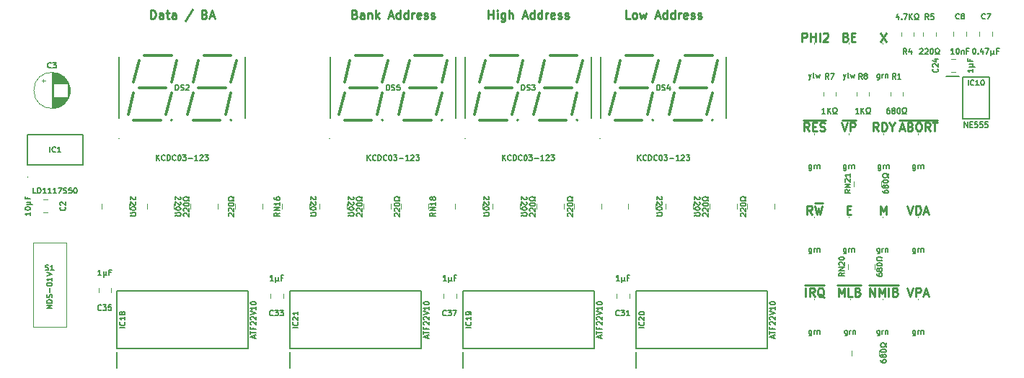
<source format=gto>
%TF.GenerationSoftware,KiCad,Pcbnew,8.0.4*%
%TF.CreationDate,2024-08-19T13:21:18+02:00*%
%TF.ProjectId,W65C816 Debug Display,57363543-3831-4362-9044-656275672044,V1*%
%TF.SameCoordinates,PX2b4c984PY5781bbc*%
%TF.FileFunction,Legend,Top*%
%TF.FilePolarity,Positive*%
%FSLAX46Y46*%
G04 Gerber Fmt 4.6, Leading zero omitted, Abs format (unit mm)*
G04 Created by KiCad (PCBNEW 8.0.4) date 2024-08-19 13:21:18*
%MOMM*%
%LPD*%
G01*
G04 APERTURE LIST*
%ADD10C,0.250000*%
%ADD11C,0.150000*%
%ADD12C,0.100000*%
%ADD13C,0.200000*%
%ADD14C,0.300000*%
%ADD15C,0.210000*%
%ADD16C,0.120000*%
G04 APERTURE END LIST*
D10*
X105211762Y11346181D02*
X105211762Y12346181D01*
X105211762Y12346181D02*
X105783190Y11346181D01*
X105783190Y11346181D02*
X105783190Y12346181D01*
X106259381Y11346181D02*
X106259381Y12346181D01*
X106259381Y12346181D02*
X106592714Y11631896D01*
X106592714Y11631896D02*
X106926047Y12346181D01*
X106926047Y12346181D02*
X106926047Y11346181D01*
X107402238Y11346181D02*
X107402238Y12346181D01*
X108211761Y11869991D02*
X108354618Y11822372D01*
X108354618Y11822372D02*
X108402237Y11774753D01*
X108402237Y11774753D02*
X108449856Y11679515D01*
X108449856Y11679515D02*
X108449856Y11536658D01*
X108449856Y11536658D02*
X108402237Y11441420D01*
X108402237Y11441420D02*
X108354618Y11393800D01*
X108354618Y11393800D02*
X108259380Y11346181D01*
X108259380Y11346181D02*
X107878428Y11346181D01*
X107878428Y11346181D02*
X107878428Y12346181D01*
X107878428Y12346181D02*
X108211761Y12346181D01*
X108211761Y12346181D02*
X108306999Y12298562D01*
X108306999Y12298562D02*
X108354618Y12250943D01*
X108354618Y12250943D02*
X108402237Y12155705D01*
X108402237Y12155705D02*
X108402237Y12060467D01*
X108402237Y12060467D02*
X108354618Y11965229D01*
X108354618Y11965229D02*
X108306999Y11917610D01*
X108306999Y11917610D02*
X108211761Y11869991D01*
X108211761Y11869991D02*
X107878428Y11869991D01*
X105073667Y12623800D02*
X108540333Y12623800D01*
X102528714Y21521991D02*
X102862047Y21521991D01*
X103004904Y20998181D02*
X102528714Y20998181D01*
X102528714Y20998181D02*
X102528714Y21998181D01*
X102528714Y21998181D02*
X103004904Y21998181D01*
X108728143Y31062896D02*
X109204333Y31062896D01*
X108632905Y30777181D02*
X108966238Y31777181D01*
X108966238Y31777181D02*
X109299571Y30777181D01*
X109966238Y31300991D02*
X110109095Y31253372D01*
X110109095Y31253372D02*
X110156714Y31205753D01*
X110156714Y31205753D02*
X110204333Y31110515D01*
X110204333Y31110515D02*
X110204333Y30967658D01*
X110204333Y30967658D02*
X110156714Y30872420D01*
X110156714Y30872420D02*
X110109095Y30824800D01*
X110109095Y30824800D02*
X110013857Y30777181D01*
X110013857Y30777181D02*
X109632905Y30777181D01*
X109632905Y30777181D02*
X109632905Y31777181D01*
X109632905Y31777181D02*
X109966238Y31777181D01*
X109966238Y31777181D02*
X110061476Y31729562D01*
X110061476Y31729562D02*
X110109095Y31681943D01*
X110109095Y31681943D02*
X110156714Y31586705D01*
X110156714Y31586705D02*
X110156714Y31491467D01*
X110156714Y31491467D02*
X110109095Y31396229D01*
X110109095Y31396229D02*
X110061476Y31348610D01*
X110061476Y31348610D02*
X109966238Y31300991D01*
X109966238Y31300991D02*
X109632905Y31300991D01*
X110823381Y31777181D02*
X111013857Y31777181D01*
X111013857Y31777181D02*
X111109095Y31729562D01*
X111109095Y31729562D02*
X111204333Y31634324D01*
X111204333Y31634324D02*
X111251952Y31443848D01*
X111251952Y31443848D02*
X111251952Y31110515D01*
X111251952Y31110515D02*
X111204333Y30920039D01*
X111204333Y30920039D02*
X111109095Y30824800D01*
X111109095Y30824800D02*
X111013857Y30777181D01*
X111013857Y30777181D02*
X110823381Y30777181D01*
X110823381Y30777181D02*
X110728143Y30824800D01*
X110728143Y30824800D02*
X110632905Y30920039D01*
X110632905Y30920039D02*
X110585286Y31110515D01*
X110585286Y31110515D02*
X110585286Y31443848D01*
X110585286Y31443848D02*
X110632905Y31634324D01*
X110632905Y31634324D02*
X110728143Y31729562D01*
X110728143Y31729562D02*
X110823381Y31777181D01*
X112251952Y30777181D02*
X111918619Y31253372D01*
X111680524Y30777181D02*
X111680524Y31777181D01*
X111680524Y31777181D02*
X112061476Y31777181D01*
X112061476Y31777181D02*
X112156714Y31729562D01*
X112156714Y31729562D02*
X112204333Y31681943D01*
X112204333Y31681943D02*
X112251952Y31586705D01*
X112251952Y31586705D02*
X112251952Y31443848D01*
X112251952Y31443848D02*
X112204333Y31348610D01*
X112204333Y31348610D02*
X112156714Y31300991D01*
X112156714Y31300991D02*
X112061476Y31253372D01*
X112061476Y31253372D02*
X111680524Y31253372D01*
X112537667Y31777181D02*
X113109095Y31777181D01*
X112823381Y30777181D02*
X112823381Y31777181D01*
X108637667Y32054800D02*
X113104334Y32054800D01*
X101504905Y11346181D02*
X101504905Y12346181D01*
X101504905Y12346181D02*
X101838238Y11631896D01*
X101838238Y11631896D02*
X102171571Y12346181D01*
X102171571Y12346181D02*
X102171571Y11346181D01*
X103123952Y11346181D02*
X102647762Y11346181D01*
X102647762Y11346181D02*
X102647762Y12346181D01*
X103790619Y11869991D02*
X103933476Y11822372D01*
X103933476Y11822372D02*
X103981095Y11774753D01*
X103981095Y11774753D02*
X104028714Y11679515D01*
X104028714Y11679515D02*
X104028714Y11536658D01*
X104028714Y11536658D02*
X103981095Y11441420D01*
X103981095Y11441420D02*
X103933476Y11393800D01*
X103933476Y11393800D02*
X103838238Y11346181D01*
X103838238Y11346181D02*
X103457286Y11346181D01*
X103457286Y11346181D02*
X103457286Y12346181D01*
X103457286Y12346181D02*
X103790619Y12346181D01*
X103790619Y12346181D02*
X103885857Y12298562D01*
X103885857Y12298562D02*
X103933476Y12250943D01*
X103933476Y12250943D02*
X103981095Y12155705D01*
X103981095Y12155705D02*
X103981095Y12060467D01*
X103981095Y12060467D02*
X103933476Y11965229D01*
X103933476Y11965229D02*
X103885857Y11917610D01*
X103885857Y11917610D02*
X103790619Y11869991D01*
X103790619Y11869991D02*
X103457286Y11869991D01*
X101366810Y12623800D02*
X104119191Y12623800D01*
X101909667Y31777181D02*
X102243000Y30777181D01*
X102243000Y30777181D02*
X102576333Y31777181D01*
X102909667Y30777181D02*
X102909667Y31777181D01*
X102909667Y31777181D02*
X103290619Y31777181D01*
X103290619Y31777181D02*
X103385857Y31729562D01*
X103385857Y31729562D02*
X103433476Y31681943D01*
X103433476Y31681943D02*
X103481095Y31586705D01*
X103481095Y31586705D02*
X103481095Y31443848D01*
X103481095Y31443848D02*
X103433476Y31348610D01*
X103433476Y31348610D02*
X103385857Y31300991D01*
X103385857Y31300991D02*
X103290619Y31253372D01*
X103290619Y31253372D02*
X102909667Y31253372D01*
X101914429Y32054800D02*
X103571572Y32054800D01*
X97242500Y41318181D02*
X97242500Y42318181D01*
X97242500Y42318181D02*
X97623452Y42318181D01*
X97623452Y42318181D02*
X97718690Y42270562D01*
X97718690Y42270562D02*
X97766309Y42222943D01*
X97766309Y42222943D02*
X97813928Y42127705D01*
X97813928Y42127705D02*
X97813928Y41984848D01*
X97813928Y41984848D02*
X97766309Y41889610D01*
X97766309Y41889610D02*
X97718690Y41841991D01*
X97718690Y41841991D02*
X97623452Y41794372D01*
X97623452Y41794372D02*
X97242500Y41794372D01*
X98242500Y41318181D02*
X98242500Y42318181D01*
X98242500Y41841991D02*
X98813928Y41841991D01*
X98813928Y41318181D02*
X98813928Y42318181D01*
X99290119Y41318181D02*
X99290119Y42318181D01*
X99718690Y42222943D02*
X99766309Y42270562D01*
X99766309Y42270562D02*
X99861547Y42318181D01*
X99861547Y42318181D02*
X100099642Y42318181D01*
X100099642Y42318181D02*
X100194880Y42270562D01*
X100194880Y42270562D02*
X100242499Y42222943D01*
X100242499Y42222943D02*
X100290118Y42127705D01*
X100290118Y42127705D02*
X100290118Y42032467D01*
X100290118Y42032467D02*
X100242499Y41889610D01*
X100242499Y41889610D02*
X99671071Y41318181D01*
X99671071Y41318181D02*
X100290118Y41318181D01*
X109609095Y21998181D02*
X109942428Y20998181D01*
X109942428Y20998181D02*
X110275761Y21998181D01*
X110609095Y20998181D02*
X110609095Y21998181D01*
X110609095Y21998181D02*
X110847190Y21998181D01*
X110847190Y21998181D02*
X110990047Y21950562D01*
X110990047Y21950562D02*
X111085285Y21855324D01*
X111085285Y21855324D02*
X111132904Y21760086D01*
X111132904Y21760086D02*
X111180523Y21569610D01*
X111180523Y21569610D02*
X111180523Y21426753D01*
X111180523Y21426753D02*
X111132904Y21236277D01*
X111132904Y21236277D02*
X111085285Y21141039D01*
X111085285Y21141039D02*
X110990047Y21045800D01*
X110990047Y21045800D02*
X110847190Y20998181D01*
X110847190Y20998181D02*
X110609095Y20998181D01*
X111561476Y21283896D02*
X112037666Y21283896D01*
X111466238Y20998181D02*
X111799571Y21998181D01*
X111799571Y21998181D02*
X112132904Y20998181D01*
X98417095Y20998181D02*
X98083762Y21474372D01*
X97845667Y20998181D02*
X97845667Y21998181D01*
X97845667Y21998181D02*
X98226619Y21998181D01*
X98226619Y21998181D02*
X98321857Y21950562D01*
X98321857Y21950562D02*
X98369476Y21902943D01*
X98369476Y21902943D02*
X98417095Y21807705D01*
X98417095Y21807705D02*
X98417095Y21664848D01*
X98417095Y21664848D02*
X98369476Y21569610D01*
X98369476Y21569610D02*
X98321857Y21521991D01*
X98321857Y21521991D02*
X98226619Y21474372D01*
X98226619Y21474372D02*
X97845667Y21474372D01*
X98750429Y21998181D02*
X98988524Y20998181D01*
X98988524Y20998181D02*
X99179000Y21712467D01*
X99179000Y21712467D02*
X99369476Y20998181D01*
X99369476Y20998181D02*
X99607572Y21998181D01*
X98707572Y22275800D02*
X99650429Y22275800D01*
X77033927Y44000381D02*
X76557737Y44000381D01*
X76557737Y44000381D02*
X76557737Y45000381D01*
X77510118Y44000381D02*
X77414880Y44048000D01*
X77414880Y44048000D02*
X77367261Y44095620D01*
X77367261Y44095620D02*
X77319642Y44190858D01*
X77319642Y44190858D02*
X77319642Y44476572D01*
X77319642Y44476572D02*
X77367261Y44571810D01*
X77367261Y44571810D02*
X77414880Y44619429D01*
X77414880Y44619429D02*
X77510118Y44667048D01*
X77510118Y44667048D02*
X77652975Y44667048D01*
X77652975Y44667048D02*
X77748213Y44619429D01*
X77748213Y44619429D02*
X77795832Y44571810D01*
X77795832Y44571810D02*
X77843451Y44476572D01*
X77843451Y44476572D02*
X77843451Y44190858D01*
X77843451Y44190858D02*
X77795832Y44095620D01*
X77795832Y44095620D02*
X77748213Y44048000D01*
X77748213Y44048000D02*
X77652975Y44000381D01*
X77652975Y44000381D02*
X77510118Y44000381D01*
X78176785Y44667048D02*
X78367261Y44000381D01*
X78367261Y44000381D02*
X78557737Y44476572D01*
X78557737Y44476572D02*
X78748213Y44000381D01*
X78748213Y44000381D02*
X78938689Y44667048D01*
X80033928Y44286096D02*
X80510118Y44286096D01*
X79938690Y44000381D02*
X80272023Y45000381D01*
X80272023Y45000381D02*
X80605356Y44000381D01*
X81367261Y44000381D02*
X81367261Y45000381D01*
X81367261Y44048000D02*
X81272023Y44000381D01*
X81272023Y44000381D02*
X81081547Y44000381D01*
X81081547Y44000381D02*
X80986309Y44048000D01*
X80986309Y44048000D02*
X80938690Y44095620D01*
X80938690Y44095620D02*
X80891071Y44190858D01*
X80891071Y44190858D02*
X80891071Y44476572D01*
X80891071Y44476572D02*
X80938690Y44571810D01*
X80938690Y44571810D02*
X80986309Y44619429D01*
X80986309Y44619429D02*
X81081547Y44667048D01*
X81081547Y44667048D02*
X81272023Y44667048D01*
X81272023Y44667048D02*
X81367261Y44619429D01*
X82272023Y44000381D02*
X82272023Y45000381D01*
X82272023Y44048000D02*
X82176785Y44000381D01*
X82176785Y44000381D02*
X81986309Y44000381D01*
X81986309Y44000381D02*
X81891071Y44048000D01*
X81891071Y44048000D02*
X81843452Y44095620D01*
X81843452Y44095620D02*
X81795833Y44190858D01*
X81795833Y44190858D02*
X81795833Y44476572D01*
X81795833Y44476572D02*
X81843452Y44571810D01*
X81843452Y44571810D02*
X81891071Y44619429D01*
X81891071Y44619429D02*
X81986309Y44667048D01*
X81986309Y44667048D02*
X82176785Y44667048D01*
X82176785Y44667048D02*
X82272023Y44619429D01*
X82748214Y44000381D02*
X82748214Y44667048D01*
X82748214Y44476572D02*
X82795833Y44571810D01*
X82795833Y44571810D02*
X82843452Y44619429D01*
X82843452Y44619429D02*
X82938690Y44667048D01*
X82938690Y44667048D02*
X83033928Y44667048D01*
X83748214Y44048000D02*
X83652976Y44000381D01*
X83652976Y44000381D02*
X83462500Y44000381D01*
X83462500Y44000381D02*
X83367262Y44048000D01*
X83367262Y44048000D02*
X83319643Y44143239D01*
X83319643Y44143239D02*
X83319643Y44524191D01*
X83319643Y44524191D02*
X83367262Y44619429D01*
X83367262Y44619429D02*
X83462500Y44667048D01*
X83462500Y44667048D02*
X83652976Y44667048D01*
X83652976Y44667048D02*
X83748214Y44619429D01*
X83748214Y44619429D02*
X83795833Y44524191D01*
X83795833Y44524191D02*
X83795833Y44428953D01*
X83795833Y44428953D02*
X83319643Y44333715D01*
X84176786Y44048000D02*
X84272024Y44000381D01*
X84272024Y44000381D02*
X84462500Y44000381D01*
X84462500Y44000381D02*
X84557738Y44048000D01*
X84557738Y44048000D02*
X84605357Y44143239D01*
X84605357Y44143239D02*
X84605357Y44190858D01*
X84605357Y44190858D02*
X84557738Y44286096D01*
X84557738Y44286096D02*
X84462500Y44333715D01*
X84462500Y44333715D02*
X84319643Y44333715D01*
X84319643Y44333715D02*
X84224405Y44381334D01*
X84224405Y44381334D02*
X84176786Y44476572D01*
X84176786Y44476572D02*
X84176786Y44524191D01*
X84176786Y44524191D02*
X84224405Y44619429D01*
X84224405Y44619429D02*
X84319643Y44667048D01*
X84319643Y44667048D02*
X84462500Y44667048D01*
X84462500Y44667048D02*
X84557738Y44619429D01*
X84986310Y44048000D02*
X85081548Y44000381D01*
X85081548Y44000381D02*
X85272024Y44000381D01*
X85272024Y44000381D02*
X85367262Y44048000D01*
X85367262Y44048000D02*
X85414881Y44143239D01*
X85414881Y44143239D02*
X85414881Y44190858D01*
X85414881Y44190858D02*
X85367262Y44286096D01*
X85367262Y44286096D02*
X85272024Y44333715D01*
X85272024Y44333715D02*
X85129167Y44333715D01*
X85129167Y44333715D02*
X85033929Y44381334D01*
X85033929Y44381334D02*
X84986310Y44476572D01*
X84986310Y44476572D02*
X84986310Y44524191D01*
X84986310Y44524191D02*
X85033929Y44619429D01*
X85033929Y44619429D02*
X85129167Y44667048D01*
X85129167Y44667048D02*
X85272024Y44667048D01*
X85272024Y44667048D02*
X85367262Y44619429D01*
X102362047Y41841991D02*
X102504904Y41794372D01*
X102504904Y41794372D02*
X102552523Y41746753D01*
X102552523Y41746753D02*
X102600142Y41651515D01*
X102600142Y41651515D02*
X102600142Y41508658D01*
X102600142Y41508658D02*
X102552523Y41413420D01*
X102552523Y41413420D02*
X102504904Y41365800D01*
X102504904Y41365800D02*
X102409666Y41318181D01*
X102409666Y41318181D02*
X102028714Y41318181D01*
X102028714Y41318181D02*
X102028714Y42318181D01*
X102028714Y42318181D02*
X102362047Y42318181D01*
X102362047Y42318181D02*
X102457285Y42270562D01*
X102457285Y42270562D02*
X102504904Y42222943D01*
X102504904Y42222943D02*
X102552523Y42127705D01*
X102552523Y42127705D02*
X102552523Y42032467D01*
X102552523Y42032467D02*
X102504904Y41937229D01*
X102504904Y41937229D02*
X102457285Y41889610D01*
X102457285Y41889610D02*
X102362047Y41841991D01*
X102362047Y41841991D02*
X102028714Y41841991D01*
X103028714Y41841991D02*
X103362047Y41841991D01*
X103504904Y41318181D02*
X103028714Y41318181D01*
X103028714Y41318181D02*
X103028714Y42318181D01*
X103028714Y42318181D02*
X103504904Y42318181D01*
X60397023Y44000381D02*
X60397023Y45000381D01*
X60397023Y44524191D02*
X60968451Y44524191D01*
X60968451Y44000381D02*
X60968451Y45000381D01*
X61444642Y44000381D02*
X61444642Y44667048D01*
X61444642Y45000381D02*
X61397023Y44952762D01*
X61397023Y44952762D02*
X61444642Y44905143D01*
X61444642Y44905143D02*
X61492261Y44952762D01*
X61492261Y44952762D02*
X61444642Y45000381D01*
X61444642Y45000381D02*
X61444642Y44905143D01*
X62349403Y44667048D02*
X62349403Y43857524D01*
X62349403Y43857524D02*
X62301784Y43762286D01*
X62301784Y43762286D02*
X62254165Y43714667D01*
X62254165Y43714667D02*
X62158927Y43667048D01*
X62158927Y43667048D02*
X62016070Y43667048D01*
X62016070Y43667048D02*
X61920832Y43714667D01*
X62349403Y44048000D02*
X62254165Y44000381D01*
X62254165Y44000381D02*
X62063689Y44000381D01*
X62063689Y44000381D02*
X61968451Y44048000D01*
X61968451Y44048000D02*
X61920832Y44095620D01*
X61920832Y44095620D02*
X61873213Y44190858D01*
X61873213Y44190858D02*
X61873213Y44476572D01*
X61873213Y44476572D02*
X61920832Y44571810D01*
X61920832Y44571810D02*
X61968451Y44619429D01*
X61968451Y44619429D02*
X62063689Y44667048D01*
X62063689Y44667048D02*
X62254165Y44667048D01*
X62254165Y44667048D02*
X62349403Y44619429D01*
X62825594Y44000381D02*
X62825594Y45000381D01*
X63254165Y44000381D02*
X63254165Y44524191D01*
X63254165Y44524191D02*
X63206546Y44619429D01*
X63206546Y44619429D02*
X63111308Y44667048D01*
X63111308Y44667048D02*
X62968451Y44667048D01*
X62968451Y44667048D02*
X62873213Y44619429D01*
X62873213Y44619429D02*
X62825594Y44571810D01*
X64444642Y44286096D02*
X64920832Y44286096D01*
X64349404Y44000381D02*
X64682737Y45000381D01*
X64682737Y45000381D02*
X65016070Y44000381D01*
X65777975Y44000381D02*
X65777975Y45000381D01*
X65777975Y44048000D02*
X65682737Y44000381D01*
X65682737Y44000381D02*
X65492261Y44000381D01*
X65492261Y44000381D02*
X65397023Y44048000D01*
X65397023Y44048000D02*
X65349404Y44095620D01*
X65349404Y44095620D02*
X65301785Y44190858D01*
X65301785Y44190858D02*
X65301785Y44476572D01*
X65301785Y44476572D02*
X65349404Y44571810D01*
X65349404Y44571810D02*
X65397023Y44619429D01*
X65397023Y44619429D02*
X65492261Y44667048D01*
X65492261Y44667048D02*
X65682737Y44667048D01*
X65682737Y44667048D02*
X65777975Y44619429D01*
X66682737Y44000381D02*
X66682737Y45000381D01*
X66682737Y44048000D02*
X66587499Y44000381D01*
X66587499Y44000381D02*
X66397023Y44000381D01*
X66397023Y44000381D02*
X66301785Y44048000D01*
X66301785Y44048000D02*
X66254166Y44095620D01*
X66254166Y44095620D02*
X66206547Y44190858D01*
X66206547Y44190858D02*
X66206547Y44476572D01*
X66206547Y44476572D02*
X66254166Y44571810D01*
X66254166Y44571810D02*
X66301785Y44619429D01*
X66301785Y44619429D02*
X66397023Y44667048D01*
X66397023Y44667048D02*
X66587499Y44667048D01*
X66587499Y44667048D02*
X66682737Y44619429D01*
X67158928Y44000381D02*
X67158928Y44667048D01*
X67158928Y44476572D02*
X67206547Y44571810D01*
X67206547Y44571810D02*
X67254166Y44619429D01*
X67254166Y44619429D02*
X67349404Y44667048D01*
X67349404Y44667048D02*
X67444642Y44667048D01*
X68158928Y44048000D02*
X68063690Y44000381D01*
X68063690Y44000381D02*
X67873214Y44000381D01*
X67873214Y44000381D02*
X67777976Y44048000D01*
X67777976Y44048000D02*
X67730357Y44143239D01*
X67730357Y44143239D02*
X67730357Y44524191D01*
X67730357Y44524191D02*
X67777976Y44619429D01*
X67777976Y44619429D02*
X67873214Y44667048D01*
X67873214Y44667048D02*
X68063690Y44667048D01*
X68063690Y44667048D02*
X68158928Y44619429D01*
X68158928Y44619429D02*
X68206547Y44524191D01*
X68206547Y44524191D02*
X68206547Y44428953D01*
X68206547Y44428953D02*
X67730357Y44333715D01*
X68587500Y44048000D02*
X68682738Y44000381D01*
X68682738Y44000381D02*
X68873214Y44000381D01*
X68873214Y44000381D02*
X68968452Y44048000D01*
X68968452Y44048000D02*
X69016071Y44143239D01*
X69016071Y44143239D02*
X69016071Y44190858D01*
X69016071Y44190858D02*
X68968452Y44286096D01*
X68968452Y44286096D02*
X68873214Y44333715D01*
X68873214Y44333715D02*
X68730357Y44333715D01*
X68730357Y44333715D02*
X68635119Y44381334D01*
X68635119Y44381334D02*
X68587500Y44476572D01*
X68587500Y44476572D02*
X68587500Y44524191D01*
X68587500Y44524191D02*
X68635119Y44619429D01*
X68635119Y44619429D02*
X68730357Y44667048D01*
X68730357Y44667048D02*
X68873214Y44667048D01*
X68873214Y44667048D02*
X68968452Y44619429D01*
X69397024Y44048000D02*
X69492262Y44000381D01*
X69492262Y44000381D02*
X69682738Y44000381D01*
X69682738Y44000381D02*
X69777976Y44048000D01*
X69777976Y44048000D02*
X69825595Y44143239D01*
X69825595Y44143239D02*
X69825595Y44190858D01*
X69825595Y44190858D02*
X69777976Y44286096D01*
X69777976Y44286096D02*
X69682738Y44333715D01*
X69682738Y44333715D02*
X69539881Y44333715D01*
X69539881Y44333715D02*
X69444643Y44381334D01*
X69444643Y44381334D02*
X69397024Y44476572D01*
X69397024Y44476572D02*
X69397024Y44524191D01*
X69397024Y44524191D02*
X69444643Y44619429D01*
X69444643Y44619429D02*
X69539881Y44667048D01*
X69539881Y44667048D02*
X69682738Y44667048D01*
X69682738Y44667048D02*
X69777976Y44619429D01*
X98059952Y30777181D02*
X97726619Y31253372D01*
X97488524Y30777181D02*
X97488524Y31777181D01*
X97488524Y31777181D02*
X97869476Y31777181D01*
X97869476Y31777181D02*
X97964714Y31729562D01*
X97964714Y31729562D02*
X98012333Y31681943D01*
X98012333Y31681943D02*
X98059952Y31586705D01*
X98059952Y31586705D02*
X98059952Y31443848D01*
X98059952Y31443848D02*
X98012333Y31348610D01*
X98012333Y31348610D02*
X97964714Y31300991D01*
X97964714Y31300991D02*
X97869476Y31253372D01*
X97869476Y31253372D02*
X97488524Y31253372D01*
X98488524Y31300991D02*
X98821857Y31300991D01*
X98964714Y30777181D02*
X98488524Y30777181D01*
X98488524Y30777181D02*
X98488524Y31777181D01*
X98488524Y31777181D02*
X98964714Y31777181D01*
X99345667Y30824800D02*
X99488524Y30777181D01*
X99488524Y30777181D02*
X99726619Y30777181D01*
X99726619Y30777181D02*
X99821857Y30824800D01*
X99821857Y30824800D02*
X99869476Y30872420D01*
X99869476Y30872420D02*
X99917095Y30967658D01*
X99917095Y30967658D02*
X99917095Y31062896D01*
X99917095Y31062896D02*
X99869476Y31158134D01*
X99869476Y31158134D02*
X99821857Y31205753D01*
X99821857Y31205753D02*
X99726619Y31253372D01*
X99726619Y31253372D02*
X99536143Y31300991D01*
X99536143Y31300991D02*
X99440905Y31348610D01*
X99440905Y31348610D02*
X99393286Y31396229D01*
X99393286Y31396229D02*
X99345667Y31491467D01*
X99345667Y31491467D02*
X99345667Y31586705D01*
X99345667Y31586705D02*
X99393286Y31681943D01*
X99393286Y31681943D02*
X99440905Y31729562D01*
X99440905Y31729562D02*
X99536143Y31777181D01*
X99536143Y31777181D02*
X99774238Y31777181D01*
X99774238Y31777181D02*
X99917095Y31729562D01*
X97350429Y32054800D02*
X100007572Y32054800D01*
X106187952Y30777181D02*
X105854619Y31253372D01*
X105616524Y30777181D02*
X105616524Y31777181D01*
X105616524Y31777181D02*
X105997476Y31777181D01*
X105997476Y31777181D02*
X106092714Y31729562D01*
X106092714Y31729562D02*
X106140333Y31681943D01*
X106140333Y31681943D02*
X106187952Y31586705D01*
X106187952Y31586705D02*
X106187952Y31443848D01*
X106187952Y31443848D02*
X106140333Y31348610D01*
X106140333Y31348610D02*
X106092714Y31300991D01*
X106092714Y31300991D02*
X105997476Y31253372D01*
X105997476Y31253372D02*
X105616524Y31253372D01*
X106616524Y30777181D02*
X106616524Y31777181D01*
X106616524Y31777181D02*
X106854619Y31777181D01*
X106854619Y31777181D02*
X106997476Y31729562D01*
X106997476Y31729562D02*
X107092714Y31634324D01*
X107092714Y31634324D02*
X107140333Y31539086D01*
X107140333Y31539086D02*
X107187952Y31348610D01*
X107187952Y31348610D02*
X107187952Y31205753D01*
X107187952Y31205753D02*
X107140333Y31015277D01*
X107140333Y31015277D02*
X107092714Y30920039D01*
X107092714Y30920039D02*
X106997476Y30824800D01*
X106997476Y30824800D02*
X106854619Y30777181D01*
X106854619Y30777181D02*
X106616524Y30777181D01*
X107807000Y31253372D02*
X107807000Y30777181D01*
X107473667Y31777181D02*
X107807000Y31253372D01*
X107807000Y31253372D02*
X108140333Y31777181D01*
X20780833Y44000381D02*
X20780833Y45000381D01*
X20780833Y45000381D02*
X21018928Y45000381D01*
X21018928Y45000381D02*
X21161785Y44952762D01*
X21161785Y44952762D02*
X21257023Y44857524D01*
X21257023Y44857524D02*
X21304642Y44762286D01*
X21304642Y44762286D02*
X21352261Y44571810D01*
X21352261Y44571810D02*
X21352261Y44428953D01*
X21352261Y44428953D02*
X21304642Y44238477D01*
X21304642Y44238477D02*
X21257023Y44143239D01*
X21257023Y44143239D02*
X21161785Y44048000D01*
X21161785Y44048000D02*
X21018928Y44000381D01*
X21018928Y44000381D02*
X20780833Y44000381D01*
X22209404Y44000381D02*
X22209404Y44524191D01*
X22209404Y44524191D02*
X22161785Y44619429D01*
X22161785Y44619429D02*
X22066547Y44667048D01*
X22066547Y44667048D02*
X21876071Y44667048D01*
X21876071Y44667048D02*
X21780833Y44619429D01*
X22209404Y44048000D02*
X22114166Y44000381D01*
X22114166Y44000381D02*
X21876071Y44000381D01*
X21876071Y44000381D02*
X21780833Y44048000D01*
X21780833Y44048000D02*
X21733214Y44143239D01*
X21733214Y44143239D02*
X21733214Y44238477D01*
X21733214Y44238477D02*
X21780833Y44333715D01*
X21780833Y44333715D02*
X21876071Y44381334D01*
X21876071Y44381334D02*
X22114166Y44381334D01*
X22114166Y44381334D02*
X22209404Y44428953D01*
X22542738Y44667048D02*
X22923690Y44667048D01*
X22685595Y45000381D02*
X22685595Y44143239D01*
X22685595Y44143239D02*
X22733214Y44048000D01*
X22733214Y44048000D02*
X22828452Y44000381D01*
X22828452Y44000381D02*
X22923690Y44000381D01*
X23685595Y44000381D02*
X23685595Y44524191D01*
X23685595Y44524191D02*
X23637976Y44619429D01*
X23637976Y44619429D02*
X23542738Y44667048D01*
X23542738Y44667048D02*
X23352262Y44667048D01*
X23352262Y44667048D02*
X23257024Y44619429D01*
X23685595Y44048000D02*
X23590357Y44000381D01*
X23590357Y44000381D02*
X23352262Y44000381D01*
X23352262Y44000381D02*
X23257024Y44048000D01*
X23257024Y44048000D02*
X23209405Y44143239D01*
X23209405Y44143239D02*
X23209405Y44238477D01*
X23209405Y44238477D02*
X23257024Y44333715D01*
X23257024Y44333715D02*
X23352262Y44381334D01*
X23352262Y44381334D02*
X23590357Y44381334D01*
X23590357Y44381334D02*
X23685595Y44428953D01*
X25637976Y45048000D02*
X24780834Y43762286D01*
X27066548Y44524191D02*
X27209405Y44476572D01*
X27209405Y44476572D02*
X27257024Y44428953D01*
X27257024Y44428953D02*
X27304643Y44333715D01*
X27304643Y44333715D02*
X27304643Y44190858D01*
X27304643Y44190858D02*
X27257024Y44095620D01*
X27257024Y44095620D02*
X27209405Y44048000D01*
X27209405Y44048000D02*
X27114167Y44000381D01*
X27114167Y44000381D02*
X26733215Y44000381D01*
X26733215Y44000381D02*
X26733215Y45000381D01*
X26733215Y45000381D02*
X27066548Y45000381D01*
X27066548Y45000381D02*
X27161786Y44952762D01*
X27161786Y44952762D02*
X27209405Y44905143D01*
X27209405Y44905143D02*
X27257024Y44809905D01*
X27257024Y44809905D02*
X27257024Y44714667D01*
X27257024Y44714667D02*
X27209405Y44619429D01*
X27209405Y44619429D02*
X27161786Y44571810D01*
X27161786Y44571810D02*
X27066548Y44524191D01*
X27066548Y44524191D02*
X26733215Y44524191D01*
X27685596Y44286096D02*
X28161786Y44286096D01*
X27590358Y44000381D02*
X27923691Y45000381D01*
X27923691Y45000381D02*
X28257024Y44000381D01*
X106473667Y42318181D02*
X107140333Y41318181D01*
X107140333Y42318181D02*
X106473667Y41318181D01*
X44712499Y44524191D02*
X44855356Y44476572D01*
X44855356Y44476572D02*
X44902975Y44428953D01*
X44902975Y44428953D02*
X44950594Y44333715D01*
X44950594Y44333715D02*
X44950594Y44190858D01*
X44950594Y44190858D02*
X44902975Y44095620D01*
X44902975Y44095620D02*
X44855356Y44048000D01*
X44855356Y44048000D02*
X44760118Y44000381D01*
X44760118Y44000381D02*
X44379166Y44000381D01*
X44379166Y44000381D02*
X44379166Y45000381D01*
X44379166Y45000381D02*
X44712499Y45000381D01*
X44712499Y45000381D02*
X44807737Y44952762D01*
X44807737Y44952762D02*
X44855356Y44905143D01*
X44855356Y44905143D02*
X44902975Y44809905D01*
X44902975Y44809905D02*
X44902975Y44714667D01*
X44902975Y44714667D02*
X44855356Y44619429D01*
X44855356Y44619429D02*
X44807737Y44571810D01*
X44807737Y44571810D02*
X44712499Y44524191D01*
X44712499Y44524191D02*
X44379166Y44524191D01*
X45807737Y44000381D02*
X45807737Y44524191D01*
X45807737Y44524191D02*
X45760118Y44619429D01*
X45760118Y44619429D02*
X45664880Y44667048D01*
X45664880Y44667048D02*
X45474404Y44667048D01*
X45474404Y44667048D02*
X45379166Y44619429D01*
X45807737Y44048000D02*
X45712499Y44000381D01*
X45712499Y44000381D02*
X45474404Y44000381D01*
X45474404Y44000381D02*
X45379166Y44048000D01*
X45379166Y44048000D02*
X45331547Y44143239D01*
X45331547Y44143239D02*
X45331547Y44238477D01*
X45331547Y44238477D02*
X45379166Y44333715D01*
X45379166Y44333715D02*
X45474404Y44381334D01*
X45474404Y44381334D02*
X45712499Y44381334D01*
X45712499Y44381334D02*
X45807737Y44428953D01*
X46283928Y44667048D02*
X46283928Y44000381D01*
X46283928Y44571810D02*
X46331547Y44619429D01*
X46331547Y44619429D02*
X46426785Y44667048D01*
X46426785Y44667048D02*
X46569642Y44667048D01*
X46569642Y44667048D02*
X46664880Y44619429D01*
X46664880Y44619429D02*
X46712499Y44524191D01*
X46712499Y44524191D02*
X46712499Y44000381D01*
X47188690Y44000381D02*
X47188690Y45000381D01*
X47283928Y44381334D02*
X47569642Y44000381D01*
X47569642Y44667048D02*
X47188690Y44286096D01*
X48712500Y44286096D02*
X49188690Y44286096D01*
X48617262Y44000381D02*
X48950595Y45000381D01*
X48950595Y45000381D02*
X49283928Y44000381D01*
X50045833Y44000381D02*
X50045833Y45000381D01*
X50045833Y44048000D02*
X49950595Y44000381D01*
X49950595Y44000381D02*
X49760119Y44000381D01*
X49760119Y44000381D02*
X49664881Y44048000D01*
X49664881Y44048000D02*
X49617262Y44095620D01*
X49617262Y44095620D02*
X49569643Y44190858D01*
X49569643Y44190858D02*
X49569643Y44476572D01*
X49569643Y44476572D02*
X49617262Y44571810D01*
X49617262Y44571810D02*
X49664881Y44619429D01*
X49664881Y44619429D02*
X49760119Y44667048D01*
X49760119Y44667048D02*
X49950595Y44667048D01*
X49950595Y44667048D02*
X50045833Y44619429D01*
X50950595Y44000381D02*
X50950595Y45000381D01*
X50950595Y44048000D02*
X50855357Y44000381D01*
X50855357Y44000381D02*
X50664881Y44000381D01*
X50664881Y44000381D02*
X50569643Y44048000D01*
X50569643Y44048000D02*
X50522024Y44095620D01*
X50522024Y44095620D02*
X50474405Y44190858D01*
X50474405Y44190858D02*
X50474405Y44476572D01*
X50474405Y44476572D02*
X50522024Y44571810D01*
X50522024Y44571810D02*
X50569643Y44619429D01*
X50569643Y44619429D02*
X50664881Y44667048D01*
X50664881Y44667048D02*
X50855357Y44667048D01*
X50855357Y44667048D02*
X50950595Y44619429D01*
X51426786Y44000381D02*
X51426786Y44667048D01*
X51426786Y44476572D02*
X51474405Y44571810D01*
X51474405Y44571810D02*
X51522024Y44619429D01*
X51522024Y44619429D02*
X51617262Y44667048D01*
X51617262Y44667048D02*
X51712500Y44667048D01*
X52426786Y44048000D02*
X52331548Y44000381D01*
X52331548Y44000381D02*
X52141072Y44000381D01*
X52141072Y44000381D02*
X52045834Y44048000D01*
X52045834Y44048000D02*
X51998215Y44143239D01*
X51998215Y44143239D02*
X51998215Y44524191D01*
X51998215Y44524191D02*
X52045834Y44619429D01*
X52045834Y44619429D02*
X52141072Y44667048D01*
X52141072Y44667048D02*
X52331548Y44667048D01*
X52331548Y44667048D02*
X52426786Y44619429D01*
X52426786Y44619429D02*
X52474405Y44524191D01*
X52474405Y44524191D02*
X52474405Y44428953D01*
X52474405Y44428953D02*
X51998215Y44333715D01*
X52855358Y44048000D02*
X52950596Y44000381D01*
X52950596Y44000381D02*
X53141072Y44000381D01*
X53141072Y44000381D02*
X53236310Y44048000D01*
X53236310Y44048000D02*
X53283929Y44143239D01*
X53283929Y44143239D02*
X53283929Y44190858D01*
X53283929Y44190858D02*
X53236310Y44286096D01*
X53236310Y44286096D02*
X53141072Y44333715D01*
X53141072Y44333715D02*
X52998215Y44333715D01*
X52998215Y44333715D02*
X52902977Y44381334D01*
X52902977Y44381334D02*
X52855358Y44476572D01*
X52855358Y44476572D02*
X52855358Y44524191D01*
X52855358Y44524191D02*
X52902977Y44619429D01*
X52902977Y44619429D02*
X52998215Y44667048D01*
X52998215Y44667048D02*
X53141072Y44667048D01*
X53141072Y44667048D02*
X53236310Y44619429D01*
X53664882Y44048000D02*
X53760120Y44000381D01*
X53760120Y44000381D02*
X53950596Y44000381D01*
X53950596Y44000381D02*
X54045834Y44048000D01*
X54045834Y44048000D02*
X54093453Y44143239D01*
X54093453Y44143239D02*
X54093453Y44190858D01*
X54093453Y44190858D02*
X54045834Y44286096D01*
X54045834Y44286096D02*
X53950596Y44333715D01*
X53950596Y44333715D02*
X53807739Y44333715D01*
X53807739Y44333715D02*
X53712501Y44381334D01*
X53712501Y44381334D02*
X53664882Y44476572D01*
X53664882Y44476572D02*
X53664882Y44524191D01*
X53664882Y44524191D02*
X53712501Y44619429D01*
X53712501Y44619429D02*
X53807739Y44667048D01*
X53807739Y44667048D02*
X53950596Y44667048D01*
X53950596Y44667048D02*
X54045834Y44619429D01*
X106473667Y20998181D02*
X106473667Y21998181D01*
X106473667Y21998181D02*
X106807000Y21283896D01*
X106807000Y21283896D02*
X107140333Y21998181D01*
X107140333Y21998181D02*
X107140333Y20998181D01*
X97655191Y11346181D02*
X97655191Y12346181D01*
X98702809Y11346181D02*
X98369476Y11822372D01*
X98131381Y11346181D02*
X98131381Y12346181D01*
X98131381Y12346181D02*
X98512333Y12346181D01*
X98512333Y12346181D02*
X98607571Y12298562D01*
X98607571Y12298562D02*
X98655190Y12250943D01*
X98655190Y12250943D02*
X98702809Y12155705D01*
X98702809Y12155705D02*
X98702809Y12012848D01*
X98702809Y12012848D02*
X98655190Y11917610D01*
X98655190Y11917610D02*
X98607571Y11869991D01*
X98607571Y11869991D02*
X98512333Y11822372D01*
X98512333Y11822372D02*
X98131381Y11822372D01*
X99798047Y11250943D02*
X99702809Y11298562D01*
X99702809Y11298562D02*
X99607571Y11393800D01*
X99607571Y11393800D02*
X99464714Y11536658D01*
X99464714Y11536658D02*
X99369476Y11584277D01*
X99369476Y11584277D02*
X99274238Y11584277D01*
X99321857Y11346181D02*
X99226619Y11393800D01*
X99226619Y11393800D02*
X99131381Y11489039D01*
X99131381Y11489039D02*
X99083762Y11679515D01*
X99083762Y11679515D02*
X99083762Y12012848D01*
X99083762Y12012848D02*
X99131381Y12203324D01*
X99131381Y12203324D02*
X99226619Y12298562D01*
X99226619Y12298562D02*
X99321857Y12346181D01*
X99321857Y12346181D02*
X99512333Y12346181D01*
X99512333Y12346181D02*
X99607571Y12298562D01*
X99607571Y12298562D02*
X99702809Y12203324D01*
X99702809Y12203324D02*
X99750428Y12012848D01*
X99750428Y12012848D02*
X99750428Y11679515D01*
X99750428Y11679515D02*
X99702809Y11489039D01*
X99702809Y11489039D02*
X99607571Y11393800D01*
X99607571Y11393800D02*
X99512333Y11346181D01*
X99512333Y11346181D02*
X99321857Y11346181D01*
X97517096Y12623800D02*
X99840905Y12623800D01*
X109609095Y12346181D02*
X109942428Y11346181D01*
X109942428Y11346181D02*
X110275761Y12346181D01*
X110609095Y11346181D02*
X110609095Y12346181D01*
X110609095Y12346181D02*
X110990047Y12346181D01*
X110990047Y12346181D02*
X111085285Y12298562D01*
X111085285Y12298562D02*
X111132904Y12250943D01*
X111132904Y12250943D02*
X111180523Y12155705D01*
X111180523Y12155705D02*
X111180523Y12012848D01*
X111180523Y12012848D02*
X111132904Y11917610D01*
X111132904Y11917610D02*
X111085285Y11869991D01*
X111085285Y11869991D02*
X110990047Y11822372D01*
X110990047Y11822372D02*
X110609095Y11822372D01*
X111561476Y11631896D02*
X112037666Y11631896D01*
X111466238Y11346181D02*
X111799571Y12346181D01*
X111799571Y12346181D02*
X112132904Y11346181D01*
D11*
X18957560Y23056548D02*
X18987798Y23026310D01*
X18987798Y23026310D02*
X19018036Y22965834D01*
X19018036Y22965834D02*
X19018036Y22814643D01*
X19018036Y22814643D02*
X18987798Y22754167D01*
X18987798Y22754167D02*
X18957560Y22723929D01*
X18957560Y22723929D02*
X18897084Y22693691D01*
X18897084Y22693691D02*
X18836608Y22693691D01*
X18836608Y22693691D02*
X18745894Y22723929D01*
X18745894Y22723929D02*
X18383036Y23086786D01*
X18383036Y23086786D02*
X18383036Y22693691D01*
X18957560Y22451786D02*
X18987798Y22421548D01*
X18987798Y22421548D02*
X19018036Y22361072D01*
X19018036Y22361072D02*
X19018036Y22209881D01*
X19018036Y22209881D02*
X18987798Y22149405D01*
X18987798Y22149405D02*
X18957560Y22119167D01*
X18957560Y22119167D02*
X18897084Y22088929D01*
X18897084Y22088929D02*
X18836608Y22088929D01*
X18836608Y22088929D02*
X18745894Y22119167D01*
X18745894Y22119167D02*
X18383036Y22482024D01*
X18383036Y22482024D02*
X18383036Y22088929D01*
X19018036Y21695834D02*
X19018036Y21635357D01*
X19018036Y21635357D02*
X18987798Y21574881D01*
X18987798Y21574881D02*
X18957560Y21544643D01*
X18957560Y21544643D02*
X18897084Y21514405D01*
X18897084Y21514405D02*
X18776132Y21484167D01*
X18776132Y21484167D02*
X18624941Y21484167D01*
X18624941Y21484167D02*
X18503989Y21514405D01*
X18503989Y21514405D02*
X18443513Y21544643D01*
X18443513Y21544643D02*
X18413275Y21574881D01*
X18413275Y21574881D02*
X18383036Y21635357D01*
X18383036Y21635357D02*
X18383036Y21695834D01*
X18383036Y21695834D02*
X18413275Y21756310D01*
X18413275Y21756310D02*
X18443513Y21786548D01*
X18443513Y21786548D02*
X18503989Y21816786D01*
X18503989Y21816786D02*
X18624941Y21847024D01*
X18624941Y21847024D02*
X18776132Y21847024D01*
X18776132Y21847024D02*
X18897084Y21816786D01*
X18897084Y21816786D02*
X18957560Y21786548D01*
X18957560Y21786548D02*
X18987798Y21756310D01*
X18987798Y21756310D02*
X19018036Y21695834D01*
X18383036Y21242262D02*
X18383036Y21091072D01*
X18383036Y21091072D02*
X18503989Y21091072D01*
X18503989Y21091072D02*
X18534227Y21151548D01*
X18534227Y21151548D02*
X18594703Y21212024D01*
X18594703Y21212024D02*
X18685417Y21242262D01*
X18685417Y21242262D02*
X18836608Y21242262D01*
X18836608Y21242262D02*
X18927322Y21212024D01*
X18927322Y21212024D02*
X18987798Y21151548D01*
X18987798Y21151548D02*
X19018036Y21060834D01*
X19018036Y21060834D02*
X19018036Y20939881D01*
X19018036Y20939881D02*
X18987798Y20849167D01*
X18987798Y20849167D02*
X18927322Y20788691D01*
X18927322Y20788691D02*
X18836608Y20758453D01*
X18836608Y20758453D02*
X18685417Y20758453D01*
X18685417Y20758453D02*
X18594703Y20788691D01*
X18594703Y20788691D02*
X18534227Y20849167D01*
X18534227Y20849167D02*
X18503989Y20909643D01*
X18503989Y20909643D02*
X18383036Y20909643D01*
X18383036Y20909643D02*
X18383036Y20758453D01*
X102395262Y17013171D02*
X102395262Y16499123D01*
X102395262Y16499123D02*
X102365024Y16438647D01*
X102365024Y16438647D02*
X102334786Y16408409D01*
X102334786Y16408409D02*
X102274309Y16378171D01*
X102274309Y16378171D02*
X102183595Y16378171D01*
X102183595Y16378171D02*
X102123119Y16408409D01*
X102395262Y16620075D02*
X102334786Y16589837D01*
X102334786Y16589837D02*
X102213833Y16589837D01*
X102213833Y16589837D02*
X102153357Y16620075D01*
X102153357Y16620075D02*
X102123119Y16650314D01*
X102123119Y16650314D02*
X102092881Y16710790D01*
X102092881Y16710790D02*
X102092881Y16892218D01*
X102092881Y16892218D02*
X102123119Y16952695D01*
X102123119Y16952695D02*
X102153357Y16982933D01*
X102153357Y16982933D02*
X102213833Y17013171D01*
X102213833Y17013171D02*
X102334786Y17013171D01*
X102334786Y17013171D02*
X102395262Y16982933D01*
X102697643Y16589837D02*
X102697643Y17013171D01*
X102697643Y16892218D02*
X102727881Y16952695D01*
X102727881Y16952695D02*
X102758119Y16982933D01*
X102758119Y16982933D02*
X102818595Y17013171D01*
X102818595Y17013171D02*
X102879072Y17013171D01*
X103090738Y17013171D02*
X103090738Y16589837D01*
X103090738Y16952695D02*
X103120976Y16982933D01*
X103120976Y16982933D02*
X103181452Y17013171D01*
X103181452Y17013171D02*
X103272167Y17013171D01*
X103272167Y17013171D02*
X103332643Y16982933D01*
X103332643Y16982933D02*
X103362881Y16922456D01*
X103362881Y16922456D02*
X103362881Y16589837D01*
X65306939Y20758453D02*
X65276701Y20788691D01*
X65276701Y20788691D02*
X65246463Y20849167D01*
X65246463Y20849167D02*
X65246463Y21000358D01*
X65246463Y21000358D02*
X65276701Y21060834D01*
X65276701Y21060834D02*
X65306939Y21091072D01*
X65306939Y21091072D02*
X65367415Y21121310D01*
X65367415Y21121310D02*
X65427891Y21121310D01*
X65427891Y21121310D02*
X65518605Y21091072D01*
X65518605Y21091072D02*
X65881463Y20728215D01*
X65881463Y20728215D02*
X65881463Y21121310D01*
X65306939Y21363215D02*
X65276701Y21393453D01*
X65276701Y21393453D02*
X65246463Y21453929D01*
X65246463Y21453929D02*
X65246463Y21605120D01*
X65246463Y21605120D02*
X65276701Y21665596D01*
X65276701Y21665596D02*
X65306939Y21695834D01*
X65306939Y21695834D02*
X65367415Y21726072D01*
X65367415Y21726072D02*
X65427891Y21726072D01*
X65427891Y21726072D02*
X65518605Y21695834D01*
X65518605Y21695834D02*
X65881463Y21332977D01*
X65881463Y21332977D02*
X65881463Y21726072D01*
X65246463Y22119167D02*
X65246463Y22179644D01*
X65246463Y22179644D02*
X65276701Y22240120D01*
X65276701Y22240120D02*
X65306939Y22270358D01*
X65306939Y22270358D02*
X65367415Y22300596D01*
X65367415Y22300596D02*
X65488367Y22330834D01*
X65488367Y22330834D02*
X65639558Y22330834D01*
X65639558Y22330834D02*
X65760510Y22300596D01*
X65760510Y22300596D02*
X65820986Y22270358D01*
X65820986Y22270358D02*
X65851225Y22240120D01*
X65851225Y22240120D02*
X65881463Y22179644D01*
X65881463Y22179644D02*
X65881463Y22119167D01*
X65881463Y22119167D02*
X65851225Y22058691D01*
X65851225Y22058691D02*
X65820986Y22028453D01*
X65820986Y22028453D02*
X65760510Y21998215D01*
X65760510Y21998215D02*
X65639558Y21967977D01*
X65639558Y21967977D02*
X65488367Y21967977D01*
X65488367Y21967977D02*
X65367415Y21998215D01*
X65367415Y21998215D02*
X65306939Y22028453D01*
X65306939Y22028453D02*
X65276701Y22058691D01*
X65276701Y22058691D02*
X65246463Y22119167D01*
X65881463Y22572739D02*
X65881463Y22723929D01*
X65881463Y22723929D02*
X65760510Y22723929D01*
X65760510Y22723929D02*
X65730272Y22663453D01*
X65730272Y22663453D02*
X65669796Y22602977D01*
X65669796Y22602977D02*
X65579082Y22572739D01*
X65579082Y22572739D02*
X65427891Y22572739D01*
X65427891Y22572739D02*
X65337177Y22602977D01*
X65337177Y22602977D02*
X65276701Y22663453D01*
X65276701Y22663453D02*
X65246463Y22754167D01*
X65246463Y22754167D02*
X65246463Y22875120D01*
X65246463Y22875120D02*
X65276701Y22965834D01*
X65276701Y22965834D02*
X65337177Y23026310D01*
X65337177Y23026310D02*
X65427891Y23056548D01*
X65427891Y23056548D02*
X65579082Y23056548D01*
X65579082Y23056548D02*
X65669796Y23026310D01*
X65669796Y23026310D02*
X65730272Y22965834D01*
X65730272Y22965834D02*
X65760510Y22905358D01*
X65760510Y22905358D02*
X65881463Y22905358D01*
X65881463Y22905358D02*
X65881463Y23056548D01*
X106459262Y26792171D02*
X106459262Y26278123D01*
X106459262Y26278123D02*
X106429024Y26217647D01*
X106429024Y26217647D02*
X106398786Y26187409D01*
X106398786Y26187409D02*
X106338309Y26157171D01*
X106338309Y26157171D02*
X106247595Y26157171D01*
X106247595Y26157171D02*
X106187119Y26187409D01*
X106459262Y26399075D02*
X106398786Y26368837D01*
X106398786Y26368837D02*
X106277833Y26368837D01*
X106277833Y26368837D02*
X106217357Y26399075D01*
X106217357Y26399075D02*
X106187119Y26429314D01*
X106187119Y26429314D02*
X106156881Y26489790D01*
X106156881Y26489790D02*
X106156881Y26671218D01*
X106156881Y26671218D02*
X106187119Y26731695D01*
X106187119Y26731695D02*
X106217357Y26761933D01*
X106217357Y26761933D02*
X106277833Y26792171D01*
X106277833Y26792171D02*
X106398786Y26792171D01*
X106398786Y26792171D02*
X106459262Y26761933D01*
X106761643Y26368837D02*
X106761643Y26792171D01*
X106761643Y26671218D02*
X106791881Y26731695D01*
X106791881Y26731695D02*
X106822119Y26761933D01*
X106822119Y26761933D02*
X106882595Y26792171D01*
X106882595Y26792171D02*
X106943072Y26792171D01*
X107154738Y26792171D02*
X107154738Y26368837D01*
X107154738Y26731695D02*
X107184976Y26761933D01*
X107184976Y26761933D02*
X107245452Y26792171D01*
X107245452Y26792171D02*
X107336167Y26792171D01*
X107336167Y26792171D02*
X107396643Y26761933D01*
X107396643Y26761933D02*
X107426881Y26701456D01*
X107426881Y26701456D02*
X107426881Y26368837D01*
X64316428Y35591537D02*
X64316428Y36226537D01*
X64316428Y36226537D02*
X64467618Y36226537D01*
X64467618Y36226537D02*
X64558333Y36196299D01*
X64558333Y36196299D02*
X64618809Y36135823D01*
X64618809Y36135823D02*
X64649047Y36075347D01*
X64649047Y36075347D02*
X64679285Y35954395D01*
X64679285Y35954395D02*
X64679285Y35863680D01*
X64679285Y35863680D02*
X64649047Y35742728D01*
X64649047Y35742728D02*
X64618809Y35682252D01*
X64618809Y35682252D02*
X64558333Y35621775D01*
X64558333Y35621775D02*
X64467618Y35591537D01*
X64467618Y35591537D02*
X64316428Y35591537D01*
X64921190Y35621775D02*
X65011904Y35591537D01*
X65011904Y35591537D02*
X65163095Y35591537D01*
X65163095Y35591537D02*
X65223571Y35621775D01*
X65223571Y35621775D02*
X65253809Y35652014D01*
X65253809Y35652014D02*
X65284047Y35712490D01*
X65284047Y35712490D02*
X65284047Y35772966D01*
X65284047Y35772966D02*
X65253809Y35833442D01*
X65253809Y35833442D02*
X65223571Y35863680D01*
X65223571Y35863680D02*
X65163095Y35893918D01*
X65163095Y35893918D02*
X65042142Y35924156D01*
X65042142Y35924156D02*
X64981666Y35954395D01*
X64981666Y35954395D02*
X64951428Y35984633D01*
X64951428Y35984633D02*
X64921190Y36045109D01*
X64921190Y36045109D02*
X64921190Y36105585D01*
X64921190Y36105585D02*
X64951428Y36166061D01*
X64951428Y36166061D02*
X64981666Y36196299D01*
X64981666Y36196299D02*
X65042142Y36226537D01*
X65042142Y36226537D02*
X65193333Y36226537D01*
X65193333Y36226537D02*
X65284047Y36196299D01*
X65495714Y36226537D02*
X65888809Y36226537D01*
X65888809Y36226537D02*
X65677142Y35984633D01*
X65677142Y35984633D02*
X65767857Y35984633D01*
X65767857Y35984633D02*
X65828333Y35954395D01*
X65828333Y35954395D02*
X65858571Y35924156D01*
X65858571Y35924156D02*
X65888809Y35863680D01*
X65888809Y35863680D02*
X65888809Y35712490D01*
X65888809Y35712490D02*
X65858571Y35652014D01*
X65858571Y35652014D02*
X65828333Y35621775D01*
X65828333Y35621775D02*
X65767857Y35591537D01*
X65767857Y35591537D02*
X65586428Y35591537D01*
X65586428Y35591537D02*
X65525952Y35621775D01*
X65525952Y35621775D02*
X65495714Y35652014D01*
X62063690Y27336537D02*
X62063690Y27971537D01*
X62426547Y27336537D02*
X62154404Y27699395D01*
X62426547Y27971537D02*
X62063690Y27608680D01*
X63061547Y27397014D02*
X63031309Y27366775D01*
X63031309Y27366775D02*
X62940595Y27336537D01*
X62940595Y27336537D02*
X62880119Y27336537D01*
X62880119Y27336537D02*
X62789404Y27366775D01*
X62789404Y27366775D02*
X62728928Y27427252D01*
X62728928Y27427252D02*
X62698690Y27487728D01*
X62698690Y27487728D02*
X62668452Y27608680D01*
X62668452Y27608680D02*
X62668452Y27699395D01*
X62668452Y27699395D02*
X62698690Y27820347D01*
X62698690Y27820347D02*
X62728928Y27880823D01*
X62728928Y27880823D02*
X62789404Y27941299D01*
X62789404Y27941299D02*
X62880119Y27971537D01*
X62880119Y27971537D02*
X62940595Y27971537D01*
X62940595Y27971537D02*
X63031309Y27941299D01*
X63031309Y27941299D02*
X63061547Y27911061D01*
X63333690Y27336537D02*
X63333690Y27971537D01*
X63333690Y27971537D02*
X63484880Y27971537D01*
X63484880Y27971537D02*
X63575595Y27941299D01*
X63575595Y27941299D02*
X63636071Y27880823D01*
X63636071Y27880823D02*
X63666309Y27820347D01*
X63666309Y27820347D02*
X63696547Y27699395D01*
X63696547Y27699395D02*
X63696547Y27608680D01*
X63696547Y27608680D02*
X63666309Y27487728D01*
X63666309Y27487728D02*
X63636071Y27427252D01*
X63636071Y27427252D02*
X63575595Y27366775D01*
X63575595Y27366775D02*
X63484880Y27336537D01*
X63484880Y27336537D02*
X63333690Y27336537D01*
X64331547Y27397014D02*
X64301309Y27366775D01*
X64301309Y27366775D02*
X64210595Y27336537D01*
X64210595Y27336537D02*
X64150119Y27336537D01*
X64150119Y27336537D02*
X64059404Y27366775D01*
X64059404Y27366775D02*
X63998928Y27427252D01*
X63998928Y27427252D02*
X63968690Y27487728D01*
X63968690Y27487728D02*
X63938452Y27608680D01*
X63938452Y27608680D02*
X63938452Y27699395D01*
X63938452Y27699395D02*
X63968690Y27820347D01*
X63968690Y27820347D02*
X63998928Y27880823D01*
X63998928Y27880823D02*
X64059404Y27941299D01*
X64059404Y27941299D02*
X64150119Y27971537D01*
X64150119Y27971537D02*
X64210595Y27971537D01*
X64210595Y27971537D02*
X64301309Y27941299D01*
X64301309Y27941299D02*
X64331547Y27911061D01*
X64724642Y27971537D02*
X64785119Y27971537D01*
X64785119Y27971537D02*
X64845595Y27941299D01*
X64845595Y27941299D02*
X64875833Y27911061D01*
X64875833Y27911061D02*
X64906071Y27850585D01*
X64906071Y27850585D02*
X64936309Y27729633D01*
X64936309Y27729633D02*
X64936309Y27578442D01*
X64936309Y27578442D02*
X64906071Y27457490D01*
X64906071Y27457490D02*
X64875833Y27397014D01*
X64875833Y27397014D02*
X64845595Y27366775D01*
X64845595Y27366775D02*
X64785119Y27336537D01*
X64785119Y27336537D02*
X64724642Y27336537D01*
X64724642Y27336537D02*
X64664166Y27366775D01*
X64664166Y27366775D02*
X64633928Y27397014D01*
X64633928Y27397014D02*
X64603690Y27457490D01*
X64603690Y27457490D02*
X64573452Y27578442D01*
X64573452Y27578442D02*
X64573452Y27729633D01*
X64573452Y27729633D02*
X64603690Y27850585D01*
X64603690Y27850585D02*
X64633928Y27911061D01*
X64633928Y27911061D02*
X64664166Y27941299D01*
X64664166Y27941299D02*
X64724642Y27971537D01*
X65147976Y27971537D02*
X65541071Y27971537D01*
X65541071Y27971537D02*
X65329404Y27729633D01*
X65329404Y27729633D02*
X65420119Y27729633D01*
X65420119Y27729633D02*
X65480595Y27699395D01*
X65480595Y27699395D02*
X65510833Y27669156D01*
X65510833Y27669156D02*
X65541071Y27608680D01*
X65541071Y27608680D02*
X65541071Y27457490D01*
X65541071Y27457490D02*
X65510833Y27397014D01*
X65510833Y27397014D02*
X65480595Y27366775D01*
X65480595Y27366775D02*
X65420119Y27336537D01*
X65420119Y27336537D02*
X65238690Y27336537D01*
X65238690Y27336537D02*
X65178214Y27366775D01*
X65178214Y27366775D02*
X65147976Y27397014D01*
X65813214Y27578442D02*
X66297024Y27578442D01*
X66932023Y27336537D02*
X66569166Y27336537D01*
X66750594Y27336537D02*
X66750594Y27971537D01*
X66750594Y27971537D02*
X66690118Y27880823D01*
X66690118Y27880823D02*
X66629642Y27820347D01*
X66629642Y27820347D02*
X66569166Y27790109D01*
X67173928Y27911061D02*
X67204166Y27941299D01*
X67204166Y27941299D02*
X67264642Y27971537D01*
X67264642Y27971537D02*
X67415833Y27971537D01*
X67415833Y27971537D02*
X67476309Y27941299D01*
X67476309Y27941299D02*
X67506547Y27911061D01*
X67506547Y27911061D02*
X67536785Y27850585D01*
X67536785Y27850585D02*
X67536785Y27790109D01*
X67536785Y27790109D02*
X67506547Y27699395D01*
X67506547Y27699395D02*
X67143690Y27336537D01*
X67143690Y27336537D02*
X67536785Y27336537D01*
X67748452Y27971537D02*
X68141547Y27971537D01*
X68141547Y27971537D02*
X67929880Y27729633D01*
X67929880Y27729633D02*
X68020595Y27729633D01*
X68020595Y27729633D02*
X68081071Y27699395D01*
X68081071Y27699395D02*
X68111309Y27669156D01*
X68111309Y27669156D02*
X68141547Y27608680D01*
X68141547Y27608680D02*
X68141547Y27457490D01*
X68141547Y27457490D02*
X68111309Y27397014D01*
X68111309Y27397014D02*
X68081071Y27366775D01*
X68081071Y27366775D02*
X68020595Y27336537D01*
X68020595Y27336537D02*
X67839166Y27336537D01*
X67839166Y27336537D02*
X67778690Y27366775D01*
X67778690Y27366775D02*
X67748452Y27397014D01*
X60423060Y23056548D02*
X60453298Y23026310D01*
X60453298Y23026310D02*
X60483536Y22965834D01*
X60483536Y22965834D02*
X60483536Y22814643D01*
X60483536Y22814643D02*
X60453298Y22754167D01*
X60453298Y22754167D02*
X60423060Y22723929D01*
X60423060Y22723929D02*
X60362584Y22693691D01*
X60362584Y22693691D02*
X60302108Y22693691D01*
X60302108Y22693691D02*
X60211394Y22723929D01*
X60211394Y22723929D02*
X59848536Y23086786D01*
X59848536Y23086786D02*
X59848536Y22693691D01*
X60423060Y22451786D02*
X60453298Y22421548D01*
X60453298Y22421548D02*
X60483536Y22361072D01*
X60483536Y22361072D02*
X60483536Y22209881D01*
X60483536Y22209881D02*
X60453298Y22149405D01*
X60453298Y22149405D02*
X60423060Y22119167D01*
X60423060Y22119167D02*
X60362584Y22088929D01*
X60362584Y22088929D02*
X60302108Y22088929D01*
X60302108Y22088929D02*
X60211394Y22119167D01*
X60211394Y22119167D02*
X59848536Y22482024D01*
X59848536Y22482024D02*
X59848536Y22088929D01*
X60483536Y21695834D02*
X60483536Y21635357D01*
X60483536Y21635357D02*
X60453298Y21574881D01*
X60453298Y21574881D02*
X60423060Y21544643D01*
X60423060Y21544643D02*
X60362584Y21514405D01*
X60362584Y21514405D02*
X60241632Y21484167D01*
X60241632Y21484167D02*
X60090441Y21484167D01*
X60090441Y21484167D02*
X59969489Y21514405D01*
X59969489Y21514405D02*
X59909013Y21544643D01*
X59909013Y21544643D02*
X59878775Y21574881D01*
X59878775Y21574881D02*
X59848536Y21635357D01*
X59848536Y21635357D02*
X59848536Y21695834D01*
X59848536Y21695834D02*
X59878775Y21756310D01*
X59878775Y21756310D02*
X59909013Y21786548D01*
X59909013Y21786548D02*
X59969489Y21816786D01*
X59969489Y21816786D02*
X60090441Y21847024D01*
X60090441Y21847024D02*
X60241632Y21847024D01*
X60241632Y21847024D02*
X60362584Y21816786D01*
X60362584Y21816786D02*
X60423060Y21786548D01*
X60423060Y21786548D02*
X60453298Y21756310D01*
X60453298Y21756310D02*
X60483536Y21695834D01*
X59848536Y21242262D02*
X59848536Y21091072D01*
X59848536Y21091072D02*
X59969489Y21091072D01*
X59969489Y21091072D02*
X59999727Y21151548D01*
X59999727Y21151548D02*
X60060203Y21212024D01*
X60060203Y21212024D02*
X60150917Y21242262D01*
X60150917Y21242262D02*
X60302108Y21242262D01*
X60302108Y21242262D02*
X60392822Y21212024D01*
X60392822Y21212024D02*
X60453298Y21151548D01*
X60453298Y21151548D02*
X60483536Y21060834D01*
X60483536Y21060834D02*
X60483536Y20939881D01*
X60483536Y20939881D02*
X60453298Y20849167D01*
X60453298Y20849167D02*
X60392822Y20788691D01*
X60392822Y20788691D02*
X60302108Y20758453D01*
X60302108Y20758453D02*
X60150917Y20758453D01*
X60150917Y20758453D02*
X60060203Y20788691D01*
X60060203Y20788691D02*
X59999727Y20849167D01*
X59999727Y20849167D02*
X59969489Y20909643D01*
X59969489Y20909643D02*
X59848536Y20909643D01*
X59848536Y20909643D02*
X59848536Y20758453D01*
X110523262Y26792171D02*
X110523262Y26278123D01*
X110523262Y26278123D02*
X110493024Y26217647D01*
X110493024Y26217647D02*
X110462786Y26187409D01*
X110462786Y26187409D02*
X110402309Y26157171D01*
X110402309Y26157171D02*
X110311595Y26157171D01*
X110311595Y26157171D02*
X110251119Y26187409D01*
X110523262Y26399075D02*
X110462786Y26368837D01*
X110462786Y26368837D02*
X110341833Y26368837D01*
X110341833Y26368837D02*
X110281357Y26399075D01*
X110281357Y26399075D02*
X110251119Y26429314D01*
X110251119Y26429314D02*
X110220881Y26489790D01*
X110220881Y26489790D02*
X110220881Y26671218D01*
X110220881Y26671218D02*
X110251119Y26731695D01*
X110251119Y26731695D02*
X110281357Y26761933D01*
X110281357Y26761933D02*
X110341833Y26792171D01*
X110341833Y26792171D02*
X110462786Y26792171D01*
X110462786Y26792171D02*
X110523262Y26761933D01*
X110825643Y26368837D02*
X110825643Y26792171D01*
X110825643Y26671218D02*
X110855881Y26731695D01*
X110855881Y26731695D02*
X110886119Y26761933D01*
X110886119Y26761933D02*
X110946595Y26792171D01*
X110946595Y26792171D02*
X111007072Y26792171D01*
X111218738Y26792171D02*
X111218738Y26368837D01*
X111218738Y26731695D02*
X111248976Y26761933D01*
X111248976Y26761933D02*
X111309452Y26792171D01*
X111309452Y26792171D02*
X111400167Y26792171D01*
X111400167Y26792171D02*
X111460643Y26761933D01*
X111460643Y26761933D02*
X111490881Y26701456D01*
X111490881Y26701456D02*
X111490881Y26368837D01*
X75764785Y9129514D02*
X75734547Y9099275D01*
X75734547Y9099275D02*
X75643833Y9069037D01*
X75643833Y9069037D02*
X75583357Y9069037D01*
X75583357Y9069037D02*
X75492642Y9099275D01*
X75492642Y9099275D02*
X75432166Y9159752D01*
X75432166Y9159752D02*
X75401928Y9220228D01*
X75401928Y9220228D02*
X75371690Y9341180D01*
X75371690Y9341180D02*
X75371690Y9431895D01*
X75371690Y9431895D02*
X75401928Y9552847D01*
X75401928Y9552847D02*
X75432166Y9613323D01*
X75432166Y9613323D02*
X75492642Y9673799D01*
X75492642Y9673799D02*
X75583357Y9704037D01*
X75583357Y9704037D02*
X75643833Y9704037D01*
X75643833Y9704037D02*
X75734547Y9673799D01*
X75734547Y9673799D02*
X75764785Y9643561D01*
X75976452Y9704037D02*
X76369547Y9704037D01*
X76369547Y9704037D02*
X76157880Y9462133D01*
X76157880Y9462133D02*
X76248595Y9462133D01*
X76248595Y9462133D02*
X76309071Y9431895D01*
X76309071Y9431895D02*
X76339309Y9401656D01*
X76339309Y9401656D02*
X76369547Y9341180D01*
X76369547Y9341180D02*
X76369547Y9189990D01*
X76369547Y9189990D02*
X76339309Y9129514D01*
X76339309Y9129514D02*
X76309071Y9099275D01*
X76309071Y9099275D02*
X76248595Y9069037D01*
X76248595Y9069037D02*
X76067166Y9069037D01*
X76067166Y9069037D02*
X76006690Y9099275D01*
X76006690Y9099275D02*
X75976452Y9129514D01*
X76974309Y9069037D02*
X76611452Y9069037D01*
X76792880Y9069037D02*
X76792880Y9704037D01*
X76792880Y9704037D02*
X76732404Y9613323D01*
X76732404Y9613323D02*
X76671928Y9552847D01*
X76671928Y9552847D02*
X76611452Y9522609D01*
X75776666Y13176037D02*
X75413809Y13176037D01*
X75595237Y13176037D02*
X75595237Y13811037D01*
X75595237Y13811037D02*
X75534761Y13720323D01*
X75534761Y13720323D02*
X75474285Y13659847D01*
X75474285Y13659847D02*
X75413809Y13629609D01*
X76048809Y13599371D02*
X76048809Y12964371D01*
X76351190Y13266752D02*
X76381428Y13206275D01*
X76381428Y13206275D02*
X76441904Y13176037D01*
X76048809Y13266752D02*
X76079047Y13206275D01*
X76079047Y13206275D02*
X76139523Y13176037D01*
X76139523Y13176037D02*
X76260476Y13176037D01*
X76260476Y13176037D02*
X76320952Y13206275D01*
X76320952Y13206275D02*
X76351190Y13266752D01*
X76351190Y13266752D02*
X76351190Y13599371D01*
X76925714Y13508656D02*
X76714047Y13508656D01*
X76714047Y13176037D02*
X76714047Y13811037D01*
X76714047Y13811037D02*
X77016428Y13811037D01*
X112092287Y43910037D02*
X111880620Y44212418D01*
X111729430Y43910037D02*
X111729430Y44545037D01*
X111729430Y44545037D02*
X111971335Y44545037D01*
X111971335Y44545037D02*
X112031811Y44514799D01*
X112031811Y44514799D02*
X112062049Y44484561D01*
X112062049Y44484561D02*
X112092287Y44424085D01*
X112092287Y44424085D02*
X112092287Y44333371D01*
X112092287Y44333371D02*
X112062049Y44272895D01*
X112062049Y44272895D02*
X112031811Y44242656D01*
X112031811Y44242656D02*
X111971335Y44212418D01*
X111971335Y44212418D02*
X111729430Y44212418D01*
X112666811Y44545037D02*
X112364430Y44545037D01*
X112364430Y44545037D02*
X112334192Y44242656D01*
X112334192Y44242656D02*
X112364430Y44272895D01*
X112364430Y44272895D02*
X112424906Y44303133D01*
X112424906Y44303133D02*
X112576097Y44303133D01*
X112576097Y44303133D02*
X112636573Y44272895D01*
X112636573Y44272895D02*
X112666811Y44242656D01*
X112666811Y44242656D02*
X112697049Y44182180D01*
X112697049Y44182180D02*
X112697049Y44030990D01*
X112697049Y44030990D02*
X112666811Y43970514D01*
X112666811Y43970514D02*
X112636573Y43940275D01*
X112636573Y43940275D02*
X112576097Y43910037D01*
X112576097Y43910037D02*
X112424906Y43910037D01*
X112424906Y43910037D02*
X112364430Y43940275D01*
X112364430Y43940275D02*
X112334192Y43970514D01*
X111049073Y40420561D02*
X111079311Y40450799D01*
X111079311Y40450799D02*
X111139787Y40481037D01*
X111139787Y40481037D02*
X111290978Y40481037D01*
X111290978Y40481037D02*
X111351454Y40450799D01*
X111351454Y40450799D02*
X111381692Y40420561D01*
X111381692Y40420561D02*
X111411930Y40360085D01*
X111411930Y40360085D02*
X111411930Y40299609D01*
X111411930Y40299609D02*
X111381692Y40208895D01*
X111381692Y40208895D02*
X111018835Y39846037D01*
X111018835Y39846037D02*
X111411930Y39846037D01*
X111653835Y40420561D02*
X111684073Y40450799D01*
X111684073Y40450799D02*
X111744549Y40481037D01*
X111744549Y40481037D02*
X111895740Y40481037D01*
X111895740Y40481037D02*
X111956216Y40450799D01*
X111956216Y40450799D02*
X111986454Y40420561D01*
X111986454Y40420561D02*
X112016692Y40360085D01*
X112016692Y40360085D02*
X112016692Y40299609D01*
X112016692Y40299609D02*
X111986454Y40208895D01*
X111986454Y40208895D02*
X111623597Y39846037D01*
X111623597Y39846037D02*
X112016692Y39846037D01*
X112409787Y40481037D02*
X112470264Y40481037D01*
X112470264Y40481037D02*
X112530740Y40450799D01*
X112530740Y40450799D02*
X112560978Y40420561D01*
X112560978Y40420561D02*
X112591216Y40360085D01*
X112591216Y40360085D02*
X112621454Y40239133D01*
X112621454Y40239133D02*
X112621454Y40087942D01*
X112621454Y40087942D02*
X112591216Y39966990D01*
X112591216Y39966990D02*
X112560978Y39906514D01*
X112560978Y39906514D02*
X112530740Y39876275D01*
X112530740Y39876275D02*
X112470264Y39846037D01*
X112470264Y39846037D02*
X112409787Y39846037D01*
X112409787Y39846037D02*
X112349311Y39876275D01*
X112349311Y39876275D02*
X112319073Y39906514D01*
X112319073Y39906514D02*
X112288835Y39966990D01*
X112288835Y39966990D02*
X112258597Y40087942D01*
X112258597Y40087942D02*
X112258597Y40239133D01*
X112258597Y40239133D02*
X112288835Y40360085D01*
X112288835Y40360085D02*
X112319073Y40420561D01*
X112319073Y40420561D02*
X112349311Y40450799D01*
X112349311Y40450799D02*
X112409787Y40481037D01*
X112863359Y39846037D02*
X113014549Y39846037D01*
X113014549Y39846037D02*
X113014549Y39966990D01*
X113014549Y39966990D02*
X112954073Y39997228D01*
X112954073Y39997228D02*
X112893597Y40057704D01*
X112893597Y40057704D02*
X112863359Y40148418D01*
X112863359Y40148418D02*
X112863359Y40299609D01*
X112863359Y40299609D02*
X112893597Y40390323D01*
X112893597Y40390323D02*
X112954073Y40450799D01*
X112954073Y40450799D02*
X113044787Y40481037D01*
X113044787Y40481037D02*
X113165740Y40481037D01*
X113165740Y40481037D02*
X113256454Y40450799D01*
X113256454Y40450799D02*
X113316930Y40390323D01*
X113316930Y40390323D02*
X113347168Y40299609D01*
X113347168Y40299609D02*
X113347168Y40148418D01*
X113347168Y40148418D02*
X113316930Y40057704D01*
X113316930Y40057704D02*
X113256454Y39997228D01*
X113256454Y39997228D02*
X113195978Y39966990D01*
X113195978Y39966990D02*
X113195978Y39846037D01*
X113195978Y39846037D02*
X113347168Y39846037D01*
X116736859Y36163037D02*
X116736859Y36798037D01*
X117402097Y36223514D02*
X117371859Y36193275D01*
X117371859Y36193275D02*
X117281145Y36163037D01*
X117281145Y36163037D02*
X117220669Y36163037D01*
X117220669Y36163037D02*
X117129954Y36193275D01*
X117129954Y36193275D02*
X117069478Y36253752D01*
X117069478Y36253752D02*
X117039240Y36314228D01*
X117039240Y36314228D02*
X117009002Y36435180D01*
X117009002Y36435180D02*
X117009002Y36525895D01*
X117009002Y36525895D02*
X117039240Y36646847D01*
X117039240Y36646847D02*
X117069478Y36707323D01*
X117069478Y36707323D02*
X117129954Y36767799D01*
X117129954Y36767799D02*
X117220669Y36798037D01*
X117220669Y36798037D02*
X117281145Y36798037D01*
X117281145Y36798037D02*
X117371859Y36767799D01*
X117371859Y36767799D02*
X117402097Y36737561D01*
X118006859Y36163037D02*
X117644002Y36163037D01*
X117825430Y36163037D02*
X117825430Y36798037D01*
X117825430Y36798037D02*
X117764954Y36707323D01*
X117764954Y36707323D02*
X117704478Y36646847D01*
X117704478Y36646847D02*
X117644002Y36616609D01*
X118399954Y36798037D02*
X118460431Y36798037D01*
X118460431Y36798037D02*
X118520907Y36767799D01*
X118520907Y36767799D02*
X118551145Y36737561D01*
X118551145Y36737561D02*
X118581383Y36677085D01*
X118581383Y36677085D02*
X118611621Y36556133D01*
X118611621Y36556133D02*
X118611621Y36404942D01*
X118611621Y36404942D02*
X118581383Y36283990D01*
X118581383Y36283990D02*
X118551145Y36223514D01*
X118551145Y36223514D02*
X118520907Y36193275D01*
X118520907Y36193275D02*
X118460431Y36163037D01*
X118460431Y36163037D02*
X118399954Y36163037D01*
X118399954Y36163037D02*
X118339478Y36193275D01*
X118339478Y36193275D02*
X118309240Y36223514D01*
X118309240Y36223514D02*
X118279002Y36283990D01*
X118279002Y36283990D02*
X118248764Y36404942D01*
X118248764Y36404942D02*
X118248764Y36556133D01*
X118248764Y36556133D02*
X118279002Y36677085D01*
X118279002Y36677085D02*
X118309240Y36737561D01*
X118309240Y36737561D02*
X118339478Y36767799D01*
X118339478Y36767799D02*
X118399954Y36798037D01*
X116283287Y31210037D02*
X116283287Y31845037D01*
X116283287Y31845037D02*
X116646144Y31210037D01*
X116646144Y31210037D02*
X116646144Y31845037D01*
X116948525Y31542656D02*
X117160192Y31542656D01*
X117250906Y31210037D02*
X116948525Y31210037D01*
X116948525Y31210037D02*
X116948525Y31845037D01*
X116948525Y31845037D02*
X117250906Y31845037D01*
X117825430Y31845037D02*
X117523049Y31845037D01*
X117523049Y31845037D02*
X117492811Y31542656D01*
X117492811Y31542656D02*
X117523049Y31572895D01*
X117523049Y31572895D02*
X117583525Y31603133D01*
X117583525Y31603133D02*
X117734716Y31603133D01*
X117734716Y31603133D02*
X117795192Y31572895D01*
X117795192Y31572895D02*
X117825430Y31542656D01*
X117825430Y31542656D02*
X117855668Y31482180D01*
X117855668Y31482180D02*
X117855668Y31330990D01*
X117855668Y31330990D02*
X117825430Y31270514D01*
X117825430Y31270514D02*
X117795192Y31240275D01*
X117795192Y31240275D02*
X117734716Y31210037D01*
X117734716Y31210037D02*
X117583525Y31210037D01*
X117583525Y31210037D02*
X117523049Y31240275D01*
X117523049Y31240275D02*
X117492811Y31270514D01*
X118430192Y31845037D02*
X118127811Y31845037D01*
X118127811Y31845037D02*
X118097573Y31542656D01*
X118097573Y31542656D02*
X118127811Y31572895D01*
X118127811Y31572895D02*
X118188287Y31603133D01*
X118188287Y31603133D02*
X118339478Y31603133D01*
X118339478Y31603133D02*
X118399954Y31572895D01*
X118399954Y31572895D02*
X118430192Y31542656D01*
X118430192Y31542656D02*
X118460430Y31482180D01*
X118460430Y31482180D02*
X118460430Y31330990D01*
X118460430Y31330990D02*
X118430192Y31270514D01*
X118430192Y31270514D02*
X118399954Y31240275D01*
X118399954Y31240275D02*
X118339478Y31210037D01*
X118339478Y31210037D02*
X118188287Y31210037D01*
X118188287Y31210037D02*
X118127811Y31240275D01*
X118127811Y31240275D02*
X118097573Y31270514D01*
X119034954Y31845037D02*
X118732573Y31845037D01*
X118732573Y31845037D02*
X118702335Y31542656D01*
X118702335Y31542656D02*
X118732573Y31572895D01*
X118732573Y31572895D02*
X118793049Y31603133D01*
X118793049Y31603133D02*
X118944240Y31603133D01*
X118944240Y31603133D02*
X119004716Y31572895D01*
X119004716Y31572895D02*
X119034954Y31542656D01*
X119034954Y31542656D02*
X119065192Y31482180D01*
X119065192Y31482180D02*
X119065192Y31330990D01*
X119065192Y31330990D02*
X119034954Y31270514D01*
X119034954Y31270514D02*
X119004716Y31240275D01*
X119004716Y31240275D02*
X118944240Y31210037D01*
X118944240Y31210037D02*
X118793049Y31210037D01*
X118793049Y31210037D02*
X118732573Y31240275D01*
X118732573Y31240275D02*
X118702335Y31270514D01*
X23676428Y35591537D02*
X23676428Y36226537D01*
X23676428Y36226537D02*
X23827618Y36226537D01*
X23827618Y36226537D02*
X23918333Y36196299D01*
X23918333Y36196299D02*
X23978809Y36135823D01*
X23978809Y36135823D02*
X24009047Y36075347D01*
X24009047Y36075347D02*
X24039285Y35954395D01*
X24039285Y35954395D02*
X24039285Y35863680D01*
X24039285Y35863680D02*
X24009047Y35742728D01*
X24009047Y35742728D02*
X23978809Y35682252D01*
X23978809Y35682252D02*
X23918333Y35621775D01*
X23918333Y35621775D02*
X23827618Y35591537D01*
X23827618Y35591537D02*
X23676428Y35591537D01*
X24281190Y35621775D02*
X24371904Y35591537D01*
X24371904Y35591537D02*
X24523095Y35591537D01*
X24523095Y35591537D02*
X24583571Y35621775D01*
X24583571Y35621775D02*
X24613809Y35652014D01*
X24613809Y35652014D02*
X24644047Y35712490D01*
X24644047Y35712490D02*
X24644047Y35772966D01*
X24644047Y35772966D02*
X24613809Y35833442D01*
X24613809Y35833442D02*
X24583571Y35863680D01*
X24583571Y35863680D02*
X24523095Y35893918D01*
X24523095Y35893918D02*
X24402142Y35924156D01*
X24402142Y35924156D02*
X24341666Y35954395D01*
X24341666Y35954395D02*
X24311428Y35984633D01*
X24311428Y35984633D02*
X24281190Y36045109D01*
X24281190Y36045109D02*
X24281190Y36105585D01*
X24281190Y36105585D02*
X24311428Y36166061D01*
X24311428Y36166061D02*
X24341666Y36196299D01*
X24341666Y36196299D02*
X24402142Y36226537D01*
X24402142Y36226537D02*
X24553333Y36226537D01*
X24553333Y36226537D02*
X24644047Y36196299D01*
X24885952Y36166061D02*
X24916190Y36196299D01*
X24916190Y36196299D02*
X24976666Y36226537D01*
X24976666Y36226537D02*
X25127857Y36226537D01*
X25127857Y36226537D02*
X25188333Y36196299D01*
X25188333Y36196299D02*
X25218571Y36166061D01*
X25218571Y36166061D02*
X25248809Y36105585D01*
X25248809Y36105585D02*
X25248809Y36045109D01*
X25248809Y36045109D02*
X25218571Y35954395D01*
X25218571Y35954395D02*
X24855714Y35591537D01*
X24855714Y35591537D02*
X25248809Y35591537D01*
X21423690Y27336537D02*
X21423690Y27971537D01*
X21786547Y27336537D02*
X21514404Y27699395D01*
X21786547Y27971537D02*
X21423690Y27608680D01*
X22421547Y27397014D02*
X22391309Y27366775D01*
X22391309Y27366775D02*
X22300595Y27336537D01*
X22300595Y27336537D02*
X22240119Y27336537D01*
X22240119Y27336537D02*
X22149404Y27366775D01*
X22149404Y27366775D02*
X22088928Y27427252D01*
X22088928Y27427252D02*
X22058690Y27487728D01*
X22058690Y27487728D02*
X22028452Y27608680D01*
X22028452Y27608680D02*
X22028452Y27699395D01*
X22028452Y27699395D02*
X22058690Y27820347D01*
X22058690Y27820347D02*
X22088928Y27880823D01*
X22088928Y27880823D02*
X22149404Y27941299D01*
X22149404Y27941299D02*
X22240119Y27971537D01*
X22240119Y27971537D02*
X22300595Y27971537D01*
X22300595Y27971537D02*
X22391309Y27941299D01*
X22391309Y27941299D02*
X22421547Y27911061D01*
X22693690Y27336537D02*
X22693690Y27971537D01*
X22693690Y27971537D02*
X22844880Y27971537D01*
X22844880Y27971537D02*
X22935595Y27941299D01*
X22935595Y27941299D02*
X22996071Y27880823D01*
X22996071Y27880823D02*
X23026309Y27820347D01*
X23026309Y27820347D02*
X23056547Y27699395D01*
X23056547Y27699395D02*
X23056547Y27608680D01*
X23056547Y27608680D02*
X23026309Y27487728D01*
X23026309Y27487728D02*
X22996071Y27427252D01*
X22996071Y27427252D02*
X22935595Y27366775D01*
X22935595Y27366775D02*
X22844880Y27336537D01*
X22844880Y27336537D02*
X22693690Y27336537D01*
X23691547Y27397014D02*
X23661309Y27366775D01*
X23661309Y27366775D02*
X23570595Y27336537D01*
X23570595Y27336537D02*
X23510119Y27336537D01*
X23510119Y27336537D02*
X23419404Y27366775D01*
X23419404Y27366775D02*
X23358928Y27427252D01*
X23358928Y27427252D02*
X23328690Y27487728D01*
X23328690Y27487728D02*
X23298452Y27608680D01*
X23298452Y27608680D02*
X23298452Y27699395D01*
X23298452Y27699395D02*
X23328690Y27820347D01*
X23328690Y27820347D02*
X23358928Y27880823D01*
X23358928Y27880823D02*
X23419404Y27941299D01*
X23419404Y27941299D02*
X23510119Y27971537D01*
X23510119Y27971537D02*
X23570595Y27971537D01*
X23570595Y27971537D02*
X23661309Y27941299D01*
X23661309Y27941299D02*
X23691547Y27911061D01*
X24084642Y27971537D02*
X24145119Y27971537D01*
X24145119Y27971537D02*
X24205595Y27941299D01*
X24205595Y27941299D02*
X24235833Y27911061D01*
X24235833Y27911061D02*
X24266071Y27850585D01*
X24266071Y27850585D02*
X24296309Y27729633D01*
X24296309Y27729633D02*
X24296309Y27578442D01*
X24296309Y27578442D02*
X24266071Y27457490D01*
X24266071Y27457490D02*
X24235833Y27397014D01*
X24235833Y27397014D02*
X24205595Y27366775D01*
X24205595Y27366775D02*
X24145119Y27336537D01*
X24145119Y27336537D02*
X24084642Y27336537D01*
X24084642Y27336537D02*
X24024166Y27366775D01*
X24024166Y27366775D02*
X23993928Y27397014D01*
X23993928Y27397014D02*
X23963690Y27457490D01*
X23963690Y27457490D02*
X23933452Y27578442D01*
X23933452Y27578442D02*
X23933452Y27729633D01*
X23933452Y27729633D02*
X23963690Y27850585D01*
X23963690Y27850585D02*
X23993928Y27911061D01*
X23993928Y27911061D02*
X24024166Y27941299D01*
X24024166Y27941299D02*
X24084642Y27971537D01*
X24507976Y27971537D02*
X24901071Y27971537D01*
X24901071Y27971537D02*
X24689404Y27729633D01*
X24689404Y27729633D02*
X24780119Y27729633D01*
X24780119Y27729633D02*
X24840595Y27699395D01*
X24840595Y27699395D02*
X24870833Y27669156D01*
X24870833Y27669156D02*
X24901071Y27608680D01*
X24901071Y27608680D02*
X24901071Y27457490D01*
X24901071Y27457490D02*
X24870833Y27397014D01*
X24870833Y27397014D02*
X24840595Y27366775D01*
X24840595Y27366775D02*
X24780119Y27336537D01*
X24780119Y27336537D02*
X24598690Y27336537D01*
X24598690Y27336537D02*
X24538214Y27366775D01*
X24538214Y27366775D02*
X24507976Y27397014D01*
X25173214Y27578442D02*
X25657024Y27578442D01*
X26292023Y27336537D02*
X25929166Y27336537D01*
X26110594Y27336537D02*
X26110594Y27971537D01*
X26110594Y27971537D02*
X26050118Y27880823D01*
X26050118Y27880823D02*
X25989642Y27820347D01*
X25989642Y27820347D02*
X25929166Y27790109D01*
X26533928Y27911061D02*
X26564166Y27941299D01*
X26564166Y27941299D02*
X26624642Y27971537D01*
X26624642Y27971537D02*
X26775833Y27971537D01*
X26775833Y27971537D02*
X26836309Y27941299D01*
X26836309Y27941299D02*
X26866547Y27911061D01*
X26866547Y27911061D02*
X26896785Y27850585D01*
X26896785Y27850585D02*
X26896785Y27790109D01*
X26896785Y27790109D02*
X26866547Y27699395D01*
X26866547Y27699395D02*
X26503690Y27336537D01*
X26503690Y27336537D02*
X26896785Y27336537D01*
X27108452Y27971537D02*
X27501547Y27971537D01*
X27501547Y27971537D02*
X27289880Y27729633D01*
X27289880Y27729633D02*
X27380595Y27729633D01*
X27380595Y27729633D02*
X27441071Y27699395D01*
X27441071Y27699395D02*
X27471309Y27669156D01*
X27471309Y27669156D02*
X27501547Y27608680D01*
X27501547Y27608680D02*
X27501547Y27457490D01*
X27501547Y27457490D02*
X27471309Y27397014D01*
X27471309Y27397014D02*
X27441071Y27366775D01*
X27441071Y27366775D02*
X27380595Y27336537D01*
X27380595Y27336537D02*
X27199166Y27336537D01*
X27199166Y27336537D02*
X27138690Y27366775D01*
X27138690Y27366775D02*
X27108452Y27397014D01*
X8406190Y14434275D02*
X8496904Y14404037D01*
X8496904Y14404037D02*
X8648095Y14404037D01*
X8648095Y14404037D02*
X8708571Y14434275D01*
X8708571Y14434275D02*
X8738809Y14464514D01*
X8738809Y14464514D02*
X8769047Y14524990D01*
X8769047Y14524990D02*
X8769047Y14585466D01*
X8769047Y14585466D02*
X8738809Y14645942D01*
X8738809Y14645942D02*
X8708571Y14676180D01*
X8708571Y14676180D02*
X8648095Y14706418D01*
X8648095Y14706418D02*
X8527142Y14736656D01*
X8527142Y14736656D02*
X8466666Y14766895D01*
X8466666Y14766895D02*
X8436428Y14797133D01*
X8436428Y14797133D02*
X8406190Y14857609D01*
X8406190Y14857609D02*
X8406190Y14918085D01*
X8406190Y14918085D02*
X8436428Y14978561D01*
X8436428Y14978561D02*
X8466666Y15008799D01*
X8466666Y15008799D02*
X8527142Y15039037D01*
X8527142Y15039037D02*
X8678333Y15039037D01*
X8678333Y15039037D02*
X8769047Y15008799D01*
X9373809Y14404037D02*
X9010952Y14404037D01*
X9192380Y14404037D02*
X9192380Y15039037D01*
X9192380Y15039037D02*
X9131904Y14948323D01*
X9131904Y14948323D02*
X9071428Y14887847D01*
X9071428Y14887847D02*
X9010952Y14857609D01*
X9175963Y9918691D02*
X8540963Y9918691D01*
X8540963Y9918691D02*
X9175963Y10281548D01*
X9175963Y10281548D02*
X8540963Y10281548D01*
X9175963Y10583929D02*
X8540963Y10583929D01*
X8540963Y10583929D02*
X8540963Y10735119D01*
X8540963Y10735119D02*
X8571201Y10825834D01*
X8571201Y10825834D02*
X8631677Y10886310D01*
X8631677Y10886310D02*
X8692153Y10916548D01*
X8692153Y10916548D02*
X8813105Y10946786D01*
X8813105Y10946786D02*
X8903820Y10946786D01*
X8903820Y10946786D02*
X9024772Y10916548D01*
X9024772Y10916548D02*
X9085248Y10886310D01*
X9085248Y10886310D02*
X9145725Y10825834D01*
X9145725Y10825834D02*
X9175963Y10735119D01*
X9175963Y10735119D02*
X9175963Y10583929D01*
X9145725Y11188691D02*
X9175963Y11279405D01*
X9175963Y11279405D02*
X9175963Y11430596D01*
X9175963Y11430596D02*
X9145725Y11491072D01*
X9145725Y11491072D02*
X9115486Y11521310D01*
X9115486Y11521310D02*
X9055010Y11551548D01*
X9055010Y11551548D02*
X8994534Y11551548D01*
X8994534Y11551548D02*
X8934058Y11521310D01*
X8934058Y11521310D02*
X8903820Y11491072D01*
X8903820Y11491072D02*
X8873582Y11430596D01*
X8873582Y11430596D02*
X8843344Y11309643D01*
X8843344Y11309643D02*
X8813105Y11249167D01*
X8813105Y11249167D02*
X8782867Y11218929D01*
X8782867Y11218929D02*
X8722391Y11188691D01*
X8722391Y11188691D02*
X8661915Y11188691D01*
X8661915Y11188691D02*
X8601439Y11218929D01*
X8601439Y11218929D02*
X8571201Y11249167D01*
X8571201Y11249167D02*
X8540963Y11309643D01*
X8540963Y11309643D02*
X8540963Y11460834D01*
X8540963Y11460834D02*
X8571201Y11551548D01*
X8934058Y11823691D02*
X8934058Y12307500D01*
X8540963Y12730833D02*
X8540963Y12791310D01*
X8540963Y12791310D02*
X8571201Y12851786D01*
X8571201Y12851786D02*
X8601439Y12882024D01*
X8601439Y12882024D02*
X8661915Y12912262D01*
X8661915Y12912262D02*
X8782867Y12942500D01*
X8782867Y12942500D02*
X8934058Y12942500D01*
X8934058Y12942500D02*
X9055010Y12912262D01*
X9055010Y12912262D02*
X9115486Y12882024D01*
X9115486Y12882024D02*
X9145725Y12851786D01*
X9145725Y12851786D02*
X9175963Y12791310D01*
X9175963Y12791310D02*
X9175963Y12730833D01*
X9175963Y12730833D02*
X9145725Y12670357D01*
X9145725Y12670357D02*
X9115486Y12640119D01*
X9115486Y12640119D02*
X9055010Y12609881D01*
X9055010Y12609881D02*
X8934058Y12579643D01*
X8934058Y12579643D02*
X8782867Y12579643D01*
X8782867Y12579643D02*
X8661915Y12609881D01*
X8661915Y12609881D02*
X8601439Y12640119D01*
X8601439Y12640119D02*
X8571201Y12670357D01*
X8571201Y12670357D02*
X8540963Y12730833D01*
X9175963Y13547262D02*
X9175963Y13184405D01*
X9175963Y13365833D02*
X8540963Y13365833D01*
X8540963Y13365833D02*
X8631677Y13305357D01*
X8631677Y13305357D02*
X8692153Y13244881D01*
X8692153Y13244881D02*
X8722391Y13184405D01*
X8540963Y13728691D02*
X9175963Y13940357D01*
X9175963Y13940357D02*
X8540963Y14152024D01*
X55444785Y9129514D02*
X55414547Y9099275D01*
X55414547Y9099275D02*
X55323833Y9069037D01*
X55323833Y9069037D02*
X55263357Y9069037D01*
X55263357Y9069037D02*
X55172642Y9099275D01*
X55172642Y9099275D02*
X55112166Y9159752D01*
X55112166Y9159752D02*
X55081928Y9220228D01*
X55081928Y9220228D02*
X55051690Y9341180D01*
X55051690Y9341180D02*
X55051690Y9431895D01*
X55051690Y9431895D02*
X55081928Y9552847D01*
X55081928Y9552847D02*
X55112166Y9613323D01*
X55112166Y9613323D02*
X55172642Y9673799D01*
X55172642Y9673799D02*
X55263357Y9704037D01*
X55263357Y9704037D02*
X55323833Y9704037D01*
X55323833Y9704037D02*
X55414547Y9673799D01*
X55414547Y9673799D02*
X55444785Y9643561D01*
X55656452Y9704037D02*
X56049547Y9704037D01*
X56049547Y9704037D02*
X55837880Y9462133D01*
X55837880Y9462133D02*
X55928595Y9462133D01*
X55928595Y9462133D02*
X55989071Y9431895D01*
X55989071Y9431895D02*
X56019309Y9401656D01*
X56019309Y9401656D02*
X56049547Y9341180D01*
X56049547Y9341180D02*
X56049547Y9189990D01*
X56049547Y9189990D02*
X56019309Y9129514D01*
X56019309Y9129514D02*
X55989071Y9099275D01*
X55989071Y9099275D02*
X55928595Y9069037D01*
X55928595Y9069037D02*
X55747166Y9069037D01*
X55747166Y9069037D02*
X55686690Y9099275D01*
X55686690Y9099275D02*
X55656452Y9129514D01*
X56261214Y9704037D02*
X56684547Y9704037D01*
X56684547Y9704037D02*
X56412404Y9069037D01*
X55456666Y13176037D02*
X55093809Y13176037D01*
X55275237Y13176037D02*
X55275237Y13811037D01*
X55275237Y13811037D02*
X55214761Y13720323D01*
X55214761Y13720323D02*
X55154285Y13659847D01*
X55154285Y13659847D02*
X55093809Y13629609D01*
X55728809Y13599371D02*
X55728809Y12964371D01*
X56031190Y13266752D02*
X56061428Y13206275D01*
X56061428Y13206275D02*
X56121904Y13176037D01*
X55728809Y13266752D02*
X55759047Y13206275D01*
X55759047Y13206275D02*
X55819523Y13176037D01*
X55819523Y13176037D02*
X55940476Y13176037D01*
X55940476Y13176037D02*
X56000952Y13206275D01*
X56000952Y13206275D02*
X56031190Y13266752D01*
X56031190Y13266752D02*
X56031190Y13599371D01*
X56605714Y13508656D02*
X56394047Y13508656D01*
X56394047Y13176037D02*
X56394047Y13811037D01*
X56394047Y13811037D02*
X56696428Y13811037D01*
X102395262Y26792171D02*
X102395262Y26278123D01*
X102395262Y26278123D02*
X102365024Y26217647D01*
X102365024Y26217647D02*
X102334786Y26187409D01*
X102334786Y26187409D02*
X102274309Y26157171D01*
X102274309Y26157171D02*
X102183595Y26157171D01*
X102183595Y26157171D02*
X102123119Y26187409D01*
X102395262Y26399075D02*
X102334786Y26368837D01*
X102334786Y26368837D02*
X102213833Y26368837D01*
X102213833Y26368837D02*
X102153357Y26399075D01*
X102153357Y26399075D02*
X102123119Y26429314D01*
X102123119Y26429314D02*
X102092881Y26489790D01*
X102092881Y26489790D02*
X102092881Y26671218D01*
X102092881Y26671218D02*
X102123119Y26731695D01*
X102123119Y26731695D02*
X102153357Y26761933D01*
X102153357Y26761933D02*
X102213833Y26792171D01*
X102213833Y26792171D02*
X102334786Y26792171D01*
X102334786Y26792171D02*
X102395262Y26761933D01*
X102697643Y26368837D02*
X102697643Y26792171D01*
X102697643Y26671218D02*
X102727881Y26731695D01*
X102727881Y26731695D02*
X102758119Y26761933D01*
X102758119Y26761933D02*
X102818595Y26792171D01*
X102818595Y26792171D02*
X102879072Y26792171D01*
X103090738Y26792171D02*
X103090738Y26368837D01*
X103090738Y26731695D02*
X103120976Y26761933D01*
X103120976Y26761933D02*
X103181452Y26792171D01*
X103181452Y26792171D02*
X103272167Y26792171D01*
X103272167Y26792171D02*
X103332643Y26761933D01*
X103332643Y26761933D02*
X103362881Y26701456D01*
X103362881Y26701456D02*
X103362881Y26368837D01*
X118723287Y44013514D02*
X118693049Y43983275D01*
X118693049Y43983275D02*
X118602335Y43953037D01*
X118602335Y43953037D02*
X118541859Y43953037D01*
X118541859Y43953037D02*
X118451144Y43983275D01*
X118451144Y43983275D02*
X118390668Y44043752D01*
X118390668Y44043752D02*
X118360430Y44104228D01*
X118360430Y44104228D02*
X118330192Y44225180D01*
X118330192Y44225180D02*
X118330192Y44315895D01*
X118330192Y44315895D02*
X118360430Y44436847D01*
X118360430Y44436847D02*
X118390668Y44497323D01*
X118390668Y44497323D02*
X118451144Y44557799D01*
X118451144Y44557799D02*
X118541859Y44588037D01*
X118541859Y44588037D02*
X118602335Y44588037D01*
X118602335Y44588037D02*
X118693049Y44557799D01*
X118693049Y44557799D02*
X118723287Y44527561D01*
X118934954Y44588037D02*
X119358287Y44588037D01*
X119358287Y44588037D02*
X119086144Y43953037D01*
X117411168Y40481037D02*
X117471645Y40481037D01*
X117471645Y40481037D02*
X117532121Y40450799D01*
X117532121Y40450799D02*
X117562359Y40420561D01*
X117562359Y40420561D02*
X117592597Y40360085D01*
X117592597Y40360085D02*
X117622835Y40239133D01*
X117622835Y40239133D02*
X117622835Y40087942D01*
X117622835Y40087942D02*
X117592597Y39966990D01*
X117592597Y39966990D02*
X117562359Y39906514D01*
X117562359Y39906514D02*
X117532121Y39876275D01*
X117532121Y39876275D02*
X117471645Y39846037D01*
X117471645Y39846037D02*
X117411168Y39846037D01*
X117411168Y39846037D02*
X117350692Y39876275D01*
X117350692Y39876275D02*
X117320454Y39906514D01*
X117320454Y39906514D02*
X117290216Y39966990D01*
X117290216Y39966990D02*
X117259978Y40087942D01*
X117259978Y40087942D02*
X117259978Y40239133D01*
X117259978Y40239133D02*
X117290216Y40360085D01*
X117290216Y40360085D02*
X117320454Y40420561D01*
X117320454Y40420561D02*
X117350692Y40450799D01*
X117350692Y40450799D02*
X117411168Y40481037D01*
X117894978Y39906514D02*
X117925216Y39876275D01*
X117925216Y39876275D02*
X117894978Y39846037D01*
X117894978Y39846037D02*
X117864740Y39876275D01*
X117864740Y39876275D02*
X117894978Y39906514D01*
X117894978Y39906514D02*
X117894978Y39846037D01*
X118469502Y40269371D02*
X118469502Y39846037D01*
X118318311Y40511275D02*
X118167121Y40057704D01*
X118167121Y40057704D02*
X118560216Y40057704D01*
X118741645Y40481037D02*
X119164978Y40481037D01*
X119164978Y40481037D02*
X118892835Y39846037D01*
X119406883Y40269371D02*
X119406883Y39634371D01*
X119709264Y39936752D02*
X119739502Y39876275D01*
X119739502Y39876275D02*
X119799978Y39846037D01*
X119406883Y39936752D02*
X119437121Y39876275D01*
X119437121Y39876275D02*
X119497597Y39846037D01*
X119497597Y39846037D02*
X119618550Y39846037D01*
X119618550Y39846037D02*
X119679026Y39876275D01*
X119679026Y39876275D02*
X119709264Y39936752D01*
X119709264Y39936752D02*
X119709264Y40269371D01*
X120283788Y40178656D02*
X120072121Y40178656D01*
X120072121Y39846037D02*
X120072121Y40481037D01*
X120072121Y40481037D02*
X120374502Y40481037D01*
X102522262Y7361171D02*
X102522262Y6847123D01*
X102522262Y6847123D02*
X102492024Y6786647D01*
X102492024Y6786647D02*
X102461786Y6756409D01*
X102461786Y6756409D02*
X102401309Y6726171D01*
X102401309Y6726171D02*
X102310595Y6726171D01*
X102310595Y6726171D02*
X102250119Y6756409D01*
X102522262Y6968075D02*
X102461786Y6937837D01*
X102461786Y6937837D02*
X102340833Y6937837D01*
X102340833Y6937837D02*
X102280357Y6968075D01*
X102280357Y6968075D02*
X102250119Y6998314D01*
X102250119Y6998314D02*
X102219881Y7058790D01*
X102219881Y7058790D02*
X102219881Y7240218D01*
X102219881Y7240218D02*
X102250119Y7300695D01*
X102250119Y7300695D02*
X102280357Y7330933D01*
X102280357Y7330933D02*
X102340833Y7361171D01*
X102340833Y7361171D02*
X102461786Y7361171D01*
X102461786Y7361171D02*
X102522262Y7330933D01*
X102824643Y6937837D02*
X102824643Y7361171D01*
X102824643Y7240218D02*
X102854881Y7300695D01*
X102854881Y7300695D02*
X102885119Y7330933D01*
X102885119Y7330933D02*
X102945595Y7361171D01*
X102945595Y7361171D02*
X103006072Y7361171D01*
X103217738Y7361171D02*
X103217738Y6937837D01*
X103217738Y7300695D02*
X103247976Y7330933D01*
X103247976Y7330933D02*
X103308452Y7361171D01*
X103308452Y7361171D02*
X103399167Y7361171D01*
X103399167Y7361171D02*
X103459643Y7330933D01*
X103459643Y7330933D02*
X103489881Y7270456D01*
X103489881Y7270456D02*
X103489881Y6937837D01*
X69751939Y20758453D02*
X69721701Y20788691D01*
X69721701Y20788691D02*
X69691463Y20849167D01*
X69691463Y20849167D02*
X69691463Y21000358D01*
X69691463Y21000358D02*
X69721701Y21060834D01*
X69721701Y21060834D02*
X69751939Y21091072D01*
X69751939Y21091072D02*
X69812415Y21121310D01*
X69812415Y21121310D02*
X69872891Y21121310D01*
X69872891Y21121310D02*
X69963605Y21091072D01*
X69963605Y21091072D02*
X70326463Y20728215D01*
X70326463Y20728215D02*
X70326463Y21121310D01*
X69751939Y21363215D02*
X69721701Y21393453D01*
X69721701Y21393453D02*
X69691463Y21453929D01*
X69691463Y21453929D02*
X69691463Y21605120D01*
X69691463Y21605120D02*
X69721701Y21665596D01*
X69721701Y21665596D02*
X69751939Y21695834D01*
X69751939Y21695834D02*
X69812415Y21726072D01*
X69812415Y21726072D02*
X69872891Y21726072D01*
X69872891Y21726072D02*
X69963605Y21695834D01*
X69963605Y21695834D02*
X70326463Y21332977D01*
X70326463Y21332977D02*
X70326463Y21726072D01*
X69691463Y22119167D02*
X69691463Y22179644D01*
X69691463Y22179644D02*
X69721701Y22240120D01*
X69721701Y22240120D02*
X69751939Y22270358D01*
X69751939Y22270358D02*
X69812415Y22300596D01*
X69812415Y22300596D02*
X69933367Y22330834D01*
X69933367Y22330834D02*
X70084558Y22330834D01*
X70084558Y22330834D02*
X70205510Y22300596D01*
X70205510Y22300596D02*
X70265986Y22270358D01*
X70265986Y22270358D02*
X70296225Y22240120D01*
X70296225Y22240120D02*
X70326463Y22179644D01*
X70326463Y22179644D02*
X70326463Y22119167D01*
X70326463Y22119167D02*
X70296225Y22058691D01*
X70296225Y22058691D02*
X70265986Y22028453D01*
X70265986Y22028453D02*
X70205510Y21998215D01*
X70205510Y21998215D02*
X70084558Y21967977D01*
X70084558Y21967977D02*
X69933367Y21967977D01*
X69933367Y21967977D02*
X69812415Y21998215D01*
X69812415Y21998215D02*
X69751939Y22028453D01*
X69751939Y22028453D02*
X69721701Y22058691D01*
X69721701Y22058691D02*
X69691463Y22119167D01*
X70326463Y22572739D02*
X70326463Y22723929D01*
X70326463Y22723929D02*
X70205510Y22723929D01*
X70205510Y22723929D02*
X70175272Y22663453D01*
X70175272Y22663453D02*
X70114796Y22602977D01*
X70114796Y22602977D02*
X70024082Y22572739D01*
X70024082Y22572739D02*
X69872891Y22572739D01*
X69872891Y22572739D02*
X69782177Y22602977D01*
X69782177Y22602977D02*
X69721701Y22663453D01*
X69721701Y22663453D02*
X69691463Y22754167D01*
X69691463Y22754167D02*
X69691463Y22875120D01*
X69691463Y22875120D02*
X69721701Y22965834D01*
X69721701Y22965834D02*
X69782177Y23026310D01*
X69782177Y23026310D02*
X69872891Y23056548D01*
X69872891Y23056548D02*
X70024082Y23056548D01*
X70024082Y23056548D02*
X70114796Y23026310D01*
X70114796Y23026310D02*
X70175272Y22965834D01*
X70175272Y22965834D02*
X70205510Y22905358D01*
X70205510Y22905358D02*
X70326463Y22905358D01*
X70326463Y22905358D02*
X70326463Y23056548D01*
X106457963Y3852334D02*
X106457963Y3731381D01*
X106457963Y3731381D02*
X106488201Y3670905D01*
X106488201Y3670905D02*
X106518439Y3640667D01*
X106518439Y3640667D02*
X106609153Y3580191D01*
X106609153Y3580191D02*
X106730105Y3549953D01*
X106730105Y3549953D02*
X106972010Y3549953D01*
X106972010Y3549953D02*
X107032486Y3580191D01*
X107032486Y3580191D02*
X107062725Y3610429D01*
X107062725Y3610429D02*
X107092963Y3670905D01*
X107092963Y3670905D02*
X107092963Y3791858D01*
X107092963Y3791858D02*
X107062725Y3852334D01*
X107062725Y3852334D02*
X107032486Y3882572D01*
X107032486Y3882572D02*
X106972010Y3912810D01*
X106972010Y3912810D02*
X106820820Y3912810D01*
X106820820Y3912810D02*
X106760344Y3882572D01*
X106760344Y3882572D02*
X106730105Y3852334D01*
X106730105Y3852334D02*
X106699867Y3791858D01*
X106699867Y3791858D02*
X106699867Y3670905D01*
X106699867Y3670905D02*
X106730105Y3610429D01*
X106730105Y3610429D02*
X106760344Y3580191D01*
X106760344Y3580191D02*
X106820820Y3549953D01*
X106730105Y4275667D02*
X106699867Y4215191D01*
X106699867Y4215191D02*
X106669629Y4184953D01*
X106669629Y4184953D02*
X106609153Y4154715D01*
X106609153Y4154715D02*
X106578915Y4154715D01*
X106578915Y4154715D02*
X106518439Y4184953D01*
X106518439Y4184953D02*
X106488201Y4215191D01*
X106488201Y4215191D02*
X106457963Y4275667D01*
X106457963Y4275667D02*
X106457963Y4396620D01*
X106457963Y4396620D02*
X106488201Y4457096D01*
X106488201Y4457096D02*
X106518439Y4487334D01*
X106518439Y4487334D02*
X106578915Y4517572D01*
X106578915Y4517572D02*
X106609153Y4517572D01*
X106609153Y4517572D02*
X106669629Y4487334D01*
X106669629Y4487334D02*
X106699867Y4457096D01*
X106699867Y4457096D02*
X106730105Y4396620D01*
X106730105Y4396620D02*
X106730105Y4275667D01*
X106730105Y4275667D02*
X106760344Y4215191D01*
X106760344Y4215191D02*
X106790582Y4184953D01*
X106790582Y4184953D02*
X106851058Y4154715D01*
X106851058Y4154715D02*
X106972010Y4154715D01*
X106972010Y4154715D02*
X107032486Y4184953D01*
X107032486Y4184953D02*
X107062725Y4215191D01*
X107062725Y4215191D02*
X107092963Y4275667D01*
X107092963Y4275667D02*
X107092963Y4396620D01*
X107092963Y4396620D02*
X107062725Y4457096D01*
X107062725Y4457096D02*
X107032486Y4487334D01*
X107032486Y4487334D02*
X106972010Y4517572D01*
X106972010Y4517572D02*
X106851058Y4517572D01*
X106851058Y4517572D02*
X106790582Y4487334D01*
X106790582Y4487334D02*
X106760344Y4457096D01*
X106760344Y4457096D02*
X106730105Y4396620D01*
X106457963Y4910667D02*
X106457963Y4971144D01*
X106457963Y4971144D02*
X106488201Y5031620D01*
X106488201Y5031620D02*
X106518439Y5061858D01*
X106518439Y5061858D02*
X106578915Y5092096D01*
X106578915Y5092096D02*
X106699867Y5122334D01*
X106699867Y5122334D02*
X106851058Y5122334D01*
X106851058Y5122334D02*
X106972010Y5092096D01*
X106972010Y5092096D02*
X107032486Y5061858D01*
X107032486Y5061858D02*
X107062725Y5031620D01*
X107062725Y5031620D02*
X107092963Y4971144D01*
X107092963Y4971144D02*
X107092963Y4910667D01*
X107092963Y4910667D02*
X107062725Y4850191D01*
X107062725Y4850191D02*
X107032486Y4819953D01*
X107032486Y4819953D02*
X106972010Y4789715D01*
X106972010Y4789715D02*
X106851058Y4759477D01*
X106851058Y4759477D02*
X106699867Y4759477D01*
X106699867Y4759477D02*
X106578915Y4789715D01*
X106578915Y4789715D02*
X106518439Y4819953D01*
X106518439Y4819953D02*
X106488201Y4850191D01*
X106488201Y4850191D02*
X106457963Y4910667D01*
X107092963Y5364239D02*
X107092963Y5515429D01*
X107092963Y5515429D02*
X106972010Y5515429D01*
X106972010Y5515429D02*
X106941772Y5454953D01*
X106941772Y5454953D02*
X106881296Y5394477D01*
X106881296Y5394477D02*
X106790582Y5364239D01*
X106790582Y5364239D02*
X106639391Y5364239D01*
X106639391Y5364239D02*
X106548677Y5394477D01*
X106548677Y5394477D02*
X106488201Y5454953D01*
X106488201Y5454953D02*
X106457963Y5545667D01*
X106457963Y5545667D02*
X106457963Y5666620D01*
X106457963Y5666620D02*
X106488201Y5757334D01*
X106488201Y5757334D02*
X106548677Y5817810D01*
X106548677Y5817810D02*
X106639391Y5848048D01*
X106639391Y5848048D02*
X106790582Y5848048D01*
X106790582Y5848048D02*
X106881296Y5817810D01*
X106881296Y5817810D02*
X106941772Y5757334D01*
X106941772Y5757334D02*
X106972010Y5696858D01*
X106972010Y5696858D02*
X107092963Y5696858D01*
X107092963Y5696858D02*
X107092963Y5848048D01*
X102092881Y37460171D02*
X102244071Y37036837D01*
X102395262Y37460171D02*
X102244071Y37036837D01*
X102244071Y37036837D02*
X102183595Y36885647D01*
X102183595Y36885647D02*
X102153357Y36855409D01*
X102153357Y36855409D02*
X102092881Y36825171D01*
X102727881Y37036837D02*
X102667405Y37067075D01*
X102667405Y37067075D02*
X102637167Y37127552D01*
X102637167Y37127552D02*
X102637167Y37671837D01*
X102909310Y37460171D02*
X103030262Y37036837D01*
X103030262Y37036837D02*
X103151215Y37339218D01*
X103151215Y37339218D02*
X103272167Y37036837D01*
X103272167Y37036837D02*
X103393119Y37460171D01*
X98028881Y37460171D02*
X98180071Y37036837D01*
X98331262Y37460171D02*
X98180071Y37036837D01*
X98180071Y37036837D02*
X98119595Y36885647D01*
X98119595Y36885647D02*
X98089357Y36855409D01*
X98089357Y36855409D02*
X98028881Y36825171D01*
X98663881Y37036837D02*
X98603405Y37067075D01*
X98603405Y37067075D02*
X98573167Y37127552D01*
X98573167Y37127552D02*
X98573167Y37671837D01*
X98845310Y37460171D02*
X98966262Y37036837D01*
X98966262Y37036837D02*
X99087215Y37339218D01*
X99087215Y37339218D02*
X99208167Y37036837D01*
X99208167Y37036837D02*
X99329119Y37460171D01*
X115675287Y44013514D02*
X115645049Y43983275D01*
X115645049Y43983275D02*
X115554335Y43953037D01*
X115554335Y43953037D02*
X115493859Y43953037D01*
X115493859Y43953037D02*
X115403144Y43983275D01*
X115403144Y43983275D02*
X115342668Y44043752D01*
X115342668Y44043752D02*
X115312430Y44104228D01*
X115312430Y44104228D02*
X115282192Y44225180D01*
X115282192Y44225180D02*
X115282192Y44315895D01*
X115282192Y44315895D02*
X115312430Y44436847D01*
X115312430Y44436847D02*
X115342668Y44497323D01*
X115342668Y44497323D02*
X115403144Y44557799D01*
X115403144Y44557799D02*
X115493859Y44588037D01*
X115493859Y44588037D02*
X115554335Y44588037D01*
X115554335Y44588037D02*
X115645049Y44557799D01*
X115645049Y44557799D02*
X115675287Y44527561D01*
X116038144Y44315895D02*
X115977668Y44346133D01*
X115977668Y44346133D02*
X115947430Y44376371D01*
X115947430Y44376371D02*
X115917192Y44436847D01*
X115917192Y44436847D02*
X115917192Y44467085D01*
X115917192Y44467085D02*
X115947430Y44527561D01*
X115947430Y44527561D02*
X115977668Y44557799D01*
X115977668Y44557799D02*
X116038144Y44588037D01*
X116038144Y44588037D02*
X116159097Y44588037D01*
X116159097Y44588037D02*
X116219573Y44557799D01*
X116219573Y44557799D02*
X116249811Y44527561D01*
X116249811Y44527561D02*
X116280049Y44467085D01*
X116280049Y44467085D02*
X116280049Y44436847D01*
X116280049Y44436847D02*
X116249811Y44376371D01*
X116249811Y44376371D02*
X116219573Y44346133D01*
X116219573Y44346133D02*
X116159097Y44315895D01*
X116159097Y44315895D02*
X116038144Y44315895D01*
X116038144Y44315895D02*
X115977668Y44285656D01*
X115977668Y44285656D02*
X115947430Y44255418D01*
X115947430Y44255418D02*
X115917192Y44194942D01*
X115917192Y44194942D02*
X115917192Y44073990D01*
X115917192Y44073990D02*
X115947430Y44013514D01*
X115947430Y44013514D02*
X115977668Y43983275D01*
X115977668Y43983275D02*
X116038144Y43953037D01*
X116038144Y43953037D02*
X116159097Y43953037D01*
X116159097Y43953037D02*
X116219573Y43983275D01*
X116219573Y43983275D02*
X116249811Y44013514D01*
X116249811Y44013514D02*
X116280049Y44073990D01*
X116280049Y44073990D02*
X116280049Y44194942D01*
X116280049Y44194942D02*
X116249811Y44255418D01*
X116249811Y44255418D02*
X116219573Y44285656D01*
X116219573Y44285656D02*
X116159097Y44315895D01*
X115073763Y39846037D02*
X114710906Y39846037D01*
X114892334Y39846037D02*
X114892334Y40481037D01*
X114892334Y40481037D02*
X114831858Y40390323D01*
X114831858Y40390323D02*
X114771382Y40329847D01*
X114771382Y40329847D02*
X114710906Y40299609D01*
X115466858Y40481037D02*
X115527335Y40481037D01*
X115527335Y40481037D02*
X115587811Y40450799D01*
X115587811Y40450799D02*
X115618049Y40420561D01*
X115618049Y40420561D02*
X115648287Y40360085D01*
X115648287Y40360085D02*
X115678525Y40239133D01*
X115678525Y40239133D02*
X115678525Y40087942D01*
X115678525Y40087942D02*
X115648287Y39966990D01*
X115648287Y39966990D02*
X115618049Y39906514D01*
X115618049Y39906514D02*
X115587811Y39876275D01*
X115587811Y39876275D02*
X115527335Y39846037D01*
X115527335Y39846037D02*
X115466858Y39846037D01*
X115466858Y39846037D02*
X115406382Y39876275D01*
X115406382Y39876275D02*
X115376144Y39906514D01*
X115376144Y39906514D02*
X115345906Y39966990D01*
X115345906Y39966990D02*
X115315668Y40087942D01*
X115315668Y40087942D02*
X115315668Y40239133D01*
X115315668Y40239133D02*
X115345906Y40360085D01*
X115345906Y40360085D02*
X115376144Y40420561D01*
X115376144Y40420561D02*
X115406382Y40450799D01*
X115406382Y40450799D02*
X115466858Y40481037D01*
X115950668Y40269371D02*
X115950668Y39846037D01*
X115950668Y40208895D02*
X115980906Y40239133D01*
X115980906Y40239133D02*
X116041382Y40269371D01*
X116041382Y40269371D02*
X116132097Y40269371D01*
X116132097Y40269371D02*
X116192573Y40239133D01*
X116192573Y40239133D02*
X116222811Y40178656D01*
X116222811Y40178656D02*
X116222811Y39846037D01*
X116736859Y40178656D02*
X116525192Y40178656D01*
X116525192Y39846037D02*
X116525192Y40481037D01*
X116525192Y40481037D02*
X116827573Y40481037D01*
X100351166Y36909837D02*
X100139499Y37212218D01*
X99988309Y36909837D02*
X99988309Y37544837D01*
X99988309Y37544837D02*
X100230214Y37544837D01*
X100230214Y37544837D02*
X100290690Y37514599D01*
X100290690Y37514599D02*
X100320928Y37484361D01*
X100320928Y37484361D02*
X100351166Y37423885D01*
X100351166Y37423885D02*
X100351166Y37333171D01*
X100351166Y37333171D02*
X100320928Y37272695D01*
X100320928Y37272695D02*
X100290690Y37242456D01*
X100290690Y37242456D02*
X100230214Y37212218D01*
X100230214Y37212218D02*
X99988309Y37212218D01*
X100562833Y37544837D02*
X100986166Y37544837D01*
X100986166Y37544837D02*
X100714023Y36909837D01*
X99958071Y32845837D02*
X99595214Y32845837D01*
X99776642Y32845837D02*
X99776642Y33480837D01*
X99776642Y33480837D02*
X99716166Y33390123D01*
X99716166Y33390123D02*
X99655690Y33329647D01*
X99655690Y33329647D02*
X99595214Y33299409D01*
X100230214Y32845837D02*
X100230214Y33480837D01*
X100593071Y32845837D02*
X100320928Y33208695D01*
X100593071Y33480837D02*
X100230214Y33117980D01*
X100834976Y32845837D02*
X100986166Y32845837D01*
X100986166Y32845837D02*
X100986166Y32966790D01*
X100986166Y32966790D02*
X100925690Y32997028D01*
X100925690Y32997028D02*
X100865214Y33057504D01*
X100865214Y33057504D02*
X100834976Y33148218D01*
X100834976Y33148218D02*
X100834976Y33299409D01*
X100834976Y33299409D02*
X100865214Y33390123D01*
X100865214Y33390123D02*
X100925690Y33450599D01*
X100925690Y33450599D02*
X101016404Y33480837D01*
X101016404Y33480837D02*
X101137357Y33480837D01*
X101137357Y33480837D02*
X101228071Y33450599D01*
X101228071Y33450599D02*
X101288547Y33390123D01*
X101288547Y33390123D02*
X101318785Y33299409D01*
X101318785Y33299409D02*
X101318785Y33148218D01*
X101318785Y33148218D02*
X101288547Y33057504D01*
X101288547Y33057504D02*
X101228071Y32997028D01*
X101228071Y32997028D02*
X101167595Y32966790D01*
X101167595Y32966790D02*
X101167595Y32845837D01*
X101167595Y32845837D02*
X101318785Y32845837D01*
X98331262Y17013171D02*
X98331262Y16499123D01*
X98331262Y16499123D02*
X98301024Y16438647D01*
X98301024Y16438647D02*
X98270786Y16408409D01*
X98270786Y16408409D02*
X98210309Y16378171D01*
X98210309Y16378171D02*
X98119595Y16378171D01*
X98119595Y16378171D02*
X98059119Y16408409D01*
X98331262Y16620075D02*
X98270786Y16589837D01*
X98270786Y16589837D02*
X98149833Y16589837D01*
X98149833Y16589837D02*
X98089357Y16620075D01*
X98089357Y16620075D02*
X98059119Y16650314D01*
X98059119Y16650314D02*
X98028881Y16710790D01*
X98028881Y16710790D02*
X98028881Y16892218D01*
X98028881Y16892218D02*
X98059119Y16952695D01*
X98059119Y16952695D02*
X98089357Y16982933D01*
X98089357Y16982933D02*
X98149833Y17013171D01*
X98149833Y17013171D02*
X98270786Y17013171D01*
X98270786Y17013171D02*
X98331262Y16982933D01*
X98633643Y16589837D02*
X98633643Y17013171D01*
X98633643Y16892218D02*
X98663881Y16952695D01*
X98663881Y16952695D02*
X98694119Y16982933D01*
X98694119Y16982933D02*
X98754595Y17013171D01*
X98754595Y17013171D02*
X98815072Y17013171D01*
X99026738Y17013171D02*
X99026738Y16589837D01*
X99026738Y16952695D02*
X99056976Y16982933D01*
X99056976Y16982933D02*
X99117452Y17013171D01*
X99117452Y17013171D02*
X99208167Y17013171D01*
X99208167Y17013171D02*
X99268643Y16982933D01*
X99268643Y16982933D02*
X99298881Y16922456D01*
X99298881Y16922456D02*
X99298881Y16589837D01*
X48441428Y35591537D02*
X48441428Y36226537D01*
X48441428Y36226537D02*
X48592618Y36226537D01*
X48592618Y36226537D02*
X48683333Y36196299D01*
X48683333Y36196299D02*
X48743809Y36135823D01*
X48743809Y36135823D02*
X48774047Y36075347D01*
X48774047Y36075347D02*
X48804285Y35954395D01*
X48804285Y35954395D02*
X48804285Y35863680D01*
X48804285Y35863680D02*
X48774047Y35742728D01*
X48774047Y35742728D02*
X48743809Y35682252D01*
X48743809Y35682252D02*
X48683333Y35621775D01*
X48683333Y35621775D02*
X48592618Y35591537D01*
X48592618Y35591537D02*
X48441428Y35591537D01*
X49046190Y35621775D02*
X49136904Y35591537D01*
X49136904Y35591537D02*
X49288095Y35591537D01*
X49288095Y35591537D02*
X49348571Y35621775D01*
X49348571Y35621775D02*
X49378809Y35652014D01*
X49378809Y35652014D02*
X49409047Y35712490D01*
X49409047Y35712490D02*
X49409047Y35772966D01*
X49409047Y35772966D02*
X49378809Y35833442D01*
X49378809Y35833442D02*
X49348571Y35863680D01*
X49348571Y35863680D02*
X49288095Y35893918D01*
X49288095Y35893918D02*
X49167142Y35924156D01*
X49167142Y35924156D02*
X49106666Y35954395D01*
X49106666Y35954395D02*
X49076428Y35984633D01*
X49076428Y35984633D02*
X49046190Y36045109D01*
X49046190Y36045109D02*
X49046190Y36105585D01*
X49046190Y36105585D02*
X49076428Y36166061D01*
X49076428Y36166061D02*
X49106666Y36196299D01*
X49106666Y36196299D02*
X49167142Y36226537D01*
X49167142Y36226537D02*
X49318333Y36226537D01*
X49318333Y36226537D02*
X49409047Y36196299D01*
X49983571Y36226537D02*
X49681190Y36226537D01*
X49681190Y36226537D02*
X49650952Y35924156D01*
X49650952Y35924156D02*
X49681190Y35954395D01*
X49681190Y35954395D02*
X49741666Y35984633D01*
X49741666Y35984633D02*
X49892857Y35984633D01*
X49892857Y35984633D02*
X49953333Y35954395D01*
X49953333Y35954395D02*
X49983571Y35924156D01*
X49983571Y35924156D02*
X50013809Y35863680D01*
X50013809Y35863680D02*
X50013809Y35712490D01*
X50013809Y35712490D02*
X49983571Y35652014D01*
X49983571Y35652014D02*
X49953333Y35621775D01*
X49953333Y35621775D02*
X49892857Y35591537D01*
X49892857Y35591537D02*
X49741666Y35591537D01*
X49741666Y35591537D02*
X49681190Y35621775D01*
X49681190Y35621775D02*
X49650952Y35652014D01*
X46188690Y27336537D02*
X46188690Y27971537D01*
X46551547Y27336537D02*
X46279404Y27699395D01*
X46551547Y27971537D02*
X46188690Y27608680D01*
X47186547Y27397014D02*
X47156309Y27366775D01*
X47156309Y27366775D02*
X47065595Y27336537D01*
X47065595Y27336537D02*
X47005119Y27336537D01*
X47005119Y27336537D02*
X46914404Y27366775D01*
X46914404Y27366775D02*
X46853928Y27427252D01*
X46853928Y27427252D02*
X46823690Y27487728D01*
X46823690Y27487728D02*
X46793452Y27608680D01*
X46793452Y27608680D02*
X46793452Y27699395D01*
X46793452Y27699395D02*
X46823690Y27820347D01*
X46823690Y27820347D02*
X46853928Y27880823D01*
X46853928Y27880823D02*
X46914404Y27941299D01*
X46914404Y27941299D02*
X47005119Y27971537D01*
X47005119Y27971537D02*
X47065595Y27971537D01*
X47065595Y27971537D02*
X47156309Y27941299D01*
X47156309Y27941299D02*
X47186547Y27911061D01*
X47458690Y27336537D02*
X47458690Y27971537D01*
X47458690Y27971537D02*
X47609880Y27971537D01*
X47609880Y27971537D02*
X47700595Y27941299D01*
X47700595Y27941299D02*
X47761071Y27880823D01*
X47761071Y27880823D02*
X47791309Y27820347D01*
X47791309Y27820347D02*
X47821547Y27699395D01*
X47821547Y27699395D02*
X47821547Y27608680D01*
X47821547Y27608680D02*
X47791309Y27487728D01*
X47791309Y27487728D02*
X47761071Y27427252D01*
X47761071Y27427252D02*
X47700595Y27366775D01*
X47700595Y27366775D02*
X47609880Y27336537D01*
X47609880Y27336537D02*
X47458690Y27336537D01*
X48456547Y27397014D02*
X48426309Y27366775D01*
X48426309Y27366775D02*
X48335595Y27336537D01*
X48335595Y27336537D02*
X48275119Y27336537D01*
X48275119Y27336537D02*
X48184404Y27366775D01*
X48184404Y27366775D02*
X48123928Y27427252D01*
X48123928Y27427252D02*
X48093690Y27487728D01*
X48093690Y27487728D02*
X48063452Y27608680D01*
X48063452Y27608680D02*
X48063452Y27699395D01*
X48063452Y27699395D02*
X48093690Y27820347D01*
X48093690Y27820347D02*
X48123928Y27880823D01*
X48123928Y27880823D02*
X48184404Y27941299D01*
X48184404Y27941299D02*
X48275119Y27971537D01*
X48275119Y27971537D02*
X48335595Y27971537D01*
X48335595Y27971537D02*
X48426309Y27941299D01*
X48426309Y27941299D02*
X48456547Y27911061D01*
X48849642Y27971537D02*
X48910119Y27971537D01*
X48910119Y27971537D02*
X48970595Y27941299D01*
X48970595Y27941299D02*
X49000833Y27911061D01*
X49000833Y27911061D02*
X49031071Y27850585D01*
X49031071Y27850585D02*
X49061309Y27729633D01*
X49061309Y27729633D02*
X49061309Y27578442D01*
X49061309Y27578442D02*
X49031071Y27457490D01*
X49031071Y27457490D02*
X49000833Y27397014D01*
X49000833Y27397014D02*
X48970595Y27366775D01*
X48970595Y27366775D02*
X48910119Y27336537D01*
X48910119Y27336537D02*
X48849642Y27336537D01*
X48849642Y27336537D02*
X48789166Y27366775D01*
X48789166Y27366775D02*
X48758928Y27397014D01*
X48758928Y27397014D02*
X48728690Y27457490D01*
X48728690Y27457490D02*
X48698452Y27578442D01*
X48698452Y27578442D02*
X48698452Y27729633D01*
X48698452Y27729633D02*
X48728690Y27850585D01*
X48728690Y27850585D02*
X48758928Y27911061D01*
X48758928Y27911061D02*
X48789166Y27941299D01*
X48789166Y27941299D02*
X48849642Y27971537D01*
X49272976Y27971537D02*
X49666071Y27971537D01*
X49666071Y27971537D02*
X49454404Y27729633D01*
X49454404Y27729633D02*
X49545119Y27729633D01*
X49545119Y27729633D02*
X49605595Y27699395D01*
X49605595Y27699395D02*
X49635833Y27669156D01*
X49635833Y27669156D02*
X49666071Y27608680D01*
X49666071Y27608680D02*
X49666071Y27457490D01*
X49666071Y27457490D02*
X49635833Y27397014D01*
X49635833Y27397014D02*
X49605595Y27366775D01*
X49605595Y27366775D02*
X49545119Y27336537D01*
X49545119Y27336537D02*
X49363690Y27336537D01*
X49363690Y27336537D02*
X49303214Y27366775D01*
X49303214Y27366775D02*
X49272976Y27397014D01*
X49938214Y27578442D02*
X50422024Y27578442D01*
X51057023Y27336537D02*
X50694166Y27336537D01*
X50875594Y27336537D02*
X50875594Y27971537D01*
X50875594Y27971537D02*
X50815118Y27880823D01*
X50815118Y27880823D02*
X50754642Y27820347D01*
X50754642Y27820347D02*
X50694166Y27790109D01*
X51298928Y27911061D02*
X51329166Y27941299D01*
X51329166Y27941299D02*
X51389642Y27971537D01*
X51389642Y27971537D02*
X51540833Y27971537D01*
X51540833Y27971537D02*
X51601309Y27941299D01*
X51601309Y27941299D02*
X51631547Y27911061D01*
X51631547Y27911061D02*
X51661785Y27850585D01*
X51661785Y27850585D02*
X51661785Y27790109D01*
X51661785Y27790109D02*
X51631547Y27699395D01*
X51631547Y27699395D02*
X51268690Y27336537D01*
X51268690Y27336537D02*
X51661785Y27336537D01*
X51873452Y27971537D02*
X52266547Y27971537D01*
X52266547Y27971537D02*
X52054880Y27729633D01*
X52054880Y27729633D02*
X52145595Y27729633D01*
X52145595Y27729633D02*
X52206071Y27699395D01*
X52206071Y27699395D02*
X52236309Y27669156D01*
X52236309Y27669156D02*
X52266547Y27608680D01*
X52266547Y27608680D02*
X52266547Y27457490D01*
X52266547Y27457490D02*
X52236309Y27397014D01*
X52236309Y27397014D02*
X52206071Y27366775D01*
X52206071Y27366775D02*
X52145595Y27336537D01*
X52145595Y27336537D02*
X51964166Y27336537D01*
X51964166Y27336537D02*
X51903690Y27366775D01*
X51903690Y27366775D02*
X51873452Y27397014D01*
X102190763Y14102967D02*
X101888382Y13891300D01*
X102190763Y13740110D02*
X101555763Y13740110D01*
X101555763Y13740110D02*
X101555763Y13982015D01*
X101555763Y13982015D02*
X101586001Y14042491D01*
X101586001Y14042491D02*
X101616239Y14072729D01*
X101616239Y14072729D02*
X101676715Y14102967D01*
X101676715Y14102967D02*
X101767429Y14102967D01*
X101767429Y14102967D02*
X101827905Y14072729D01*
X101827905Y14072729D02*
X101858144Y14042491D01*
X101858144Y14042491D02*
X101888382Y13982015D01*
X101888382Y13982015D02*
X101888382Y13740110D01*
X102190763Y14375110D02*
X101555763Y14375110D01*
X101555763Y14375110D02*
X102190763Y14737967D01*
X102190763Y14737967D02*
X101555763Y14737967D01*
X101616239Y15010110D02*
X101586001Y15040348D01*
X101586001Y15040348D02*
X101555763Y15100824D01*
X101555763Y15100824D02*
X101555763Y15252015D01*
X101555763Y15252015D02*
X101586001Y15312491D01*
X101586001Y15312491D02*
X101616239Y15342729D01*
X101616239Y15342729D02*
X101676715Y15372967D01*
X101676715Y15372967D02*
X101737191Y15372967D01*
X101737191Y15372967D02*
X101827905Y15342729D01*
X101827905Y15342729D02*
X102190763Y14979872D01*
X102190763Y14979872D02*
X102190763Y15372967D01*
X101555763Y15766062D02*
X101555763Y15826539D01*
X101555763Y15826539D02*
X101586001Y15887015D01*
X101586001Y15887015D02*
X101616239Y15917253D01*
X101616239Y15917253D02*
X101676715Y15947491D01*
X101676715Y15947491D02*
X101797667Y15977729D01*
X101797667Y15977729D02*
X101948858Y15977729D01*
X101948858Y15977729D02*
X102069810Y15947491D01*
X102069810Y15947491D02*
X102130286Y15917253D01*
X102130286Y15917253D02*
X102160525Y15887015D01*
X102160525Y15887015D02*
X102190763Y15826539D01*
X102190763Y15826539D02*
X102190763Y15766062D01*
X102190763Y15766062D02*
X102160525Y15705586D01*
X102160525Y15705586D02*
X102130286Y15675348D01*
X102130286Y15675348D02*
X102069810Y15645110D01*
X102069810Y15645110D02*
X101948858Y15614872D01*
X101948858Y15614872D02*
X101797667Y15614872D01*
X101797667Y15614872D02*
X101676715Y15645110D01*
X101676715Y15645110D02*
X101616239Y15675348D01*
X101616239Y15675348D02*
X101586001Y15705586D01*
X101586001Y15705586D02*
X101555763Y15766062D01*
X106000763Y13997134D02*
X106000763Y13876181D01*
X106000763Y13876181D02*
X106031001Y13815705D01*
X106031001Y13815705D02*
X106061239Y13785467D01*
X106061239Y13785467D02*
X106151953Y13724991D01*
X106151953Y13724991D02*
X106272905Y13694753D01*
X106272905Y13694753D02*
X106514810Y13694753D01*
X106514810Y13694753D02*
X106575286Y13724991D01*
X106575286Y13724991D02*
X106605525Y13755229D01*
X106605525Y13755229D02*
X106635763Y13815705D01*
X106635763Y13815705D02*
X106635763Y13936658D01*
X106635763Y13936658D02*
X106605525Y13997134D01*
X106605525Y13997134D02*
X106575286Y14027372D01*
X106575286Y14027372D02*
X106514810Y14057610D01*
X106514810Y14057610D02*
X106363620Y14057610D01*
X106363620Y14057610D02*
X106303144Y14027372D01*
X106303144Y14027372D02*
X106272905Y13997134D01*
X106272905Y13997134D02*
X106242667Y13936658D01*
X106242667Y13936658D02*
X106242667Y13815705D01*
X106242667Y13815705D02*
X106272905Y13755229D01*
X106272905Y13755229D02*
X106303144Y13724991D01*
X106303144Y13724991D02*
X106363620Y13694753D01*
X106272905Y14420467D02*
X106242667Y14359991D01*
X106242667Y14359991D02*
X106212429Y14329753D01*
X106212429Y14329753D02*
X106151953Y14299515D01*
X106151953Y14299515D02*
X106121715Y14299515D01*
X106121715Y14299515D02*
X106061239Y14329753D01*
X106061239Y14329753D02*
X106031001Y14359991D01*
X106031001Y14359991D02*
X106000763Y14420467D01*
X106000763Y14420467D02*
X106000763Y14541420D01*
X106000763Y14541420D02*
X106031001Y14601896D01*
X106031001Y14601896D02*
X106061239Y14632134D01*
X106061239Y14632134D02*
X106121715Y14662372D01*
X106121715Y14662372D02*
X106151953Y14662372D01*
X106151953Y14662372D02*
X106212429Y14632134D01*
X106212429Y14632134D02*
X106242667Y14601896D01*
X106242667Y14601896D02*
X106272905Y14541420D01*
X106272905Y14541420D02*
X106272905Y14420467D01*
X106272905Y14420467D02*
X106303144Y14359991D01*
X106303144Y14359991D02*
X106333382Y14329753D01*
X106333382Y14329753D02*
X106393858Y14299515D01*
X106393858Y14299515D02*
X106514810Y14299515D01*
X106514810Y14299515D02*
X106575286Y14329753D01*
X106575286Y14329753D02*
X106605525Y14359991D01*
X106605525Y14359991D02*
X106635763Y14420467D01*
X106635763Y14420467D02*
X106635763Y14541420D01*
X106635763Y14541420D02*
X106605525Y14601896D01*
X106605525Y14601896D02*
X106575286Y14632134D01*
X106575286Y14632134D02*
X106514810Y14662372D01*
X106514810Y14662372D02*
X106393858Y14662372D01*
X106393858Y14662372D02*
X106333382Y14632134D01*
X106333382Y14632134D02*
X106303144Y14601896D01*
X106303144Y14601896D02*
X106272905Y14541420D01*
X106000763Y15055467D02*
X106000763Y15115944D01*
X106000763Y15115944D02*
X106031001Y15176420D01*
X106031001Y15176420D02*
X106061239Y15206658D01*
X106061239Y15206658D02*
X106121715Y15236896D01*
X106121715Y15236896D02*
X106242667Y15267134D01*
X106242667Y15267134D02*
X106393858Y15267134D01*
X106393858Y15267134D02*
X106514810Y15236896D01*
X106514810Y15236896D02*
X106575286Y15206658D01*
X106575286Y15206658D02*
X106605525Y15176420D01*
X106605525Y15176420D02*
X106635763Y15115944D01*
X106635763Y15115944D02*
X106635763Y15055467D01*
X106635763Y15055467D02*
X106605525Y14994991D01*
X106605525Y14994991D02*
X106575286Y14964753D01*
X106575286Y14964753D02*
X106514810Y14934515D01*
X106514810Y14934515D02*
X106393858Y14904277D01*
X106393858Y14904277D02*
X106242667Y14904277D01*
X106242667Y14904277D02*
X106121715Y14934515D01*
X106121715Y14934515D02*
X106061239Y14964753D01*
X106061239Y14964753D02*
X106031001Y14994991D01*
X106031001Y14994991D02*
X106000763Y15055467D01*
X106635763Y15509039D02*
X106635763Y15660229D01*
X106635763Y15660229D02*
X106514810Y15660229D01*
X106514810Y15660229D02*
X106484572Y15599753D01*
X106484572Y15599753D02*
X106424096Y15539277D01*
X106424096Y15539277D02*
X106333382Y15509039D01*
X106333382Y15509039D02*
X106182191Y15509039D01*
X106182191Y15509039D02*
X106091477Y15539277D01*
X106091477Y15539277D02*
X106031001Y15599753D01*
X106031001Y15599753D02*
X106000763Y15690467D01*
X106000763Y15690467D02*
X106000763Y15811420D01*
X106000763Y15811420D02*
X106031001Y15902134D01*
X106031001Y15902134D02*
X106091477Y15962610D01*
X106091477Y15962610D02*
X106182191Y15992848D01*
X106182191Y15992848D02*
X106333382Y15992848D01*
X106333382Y15992848D02*
X106424096Y15962610D01*
X106424096Y15962610D02*
X106484572Y15902134D01*
X106484572Y15902134D02*
X106514810Y15841658D01*
X106514810Y15841658D02*
X106635763Y15841658D01*
X106635763Y15841658D02*
X106635763Y15992848D01*
X38068463Y7650239D02*
X37433463Y7650239D01*
X38007986Y8315477D02*
X38038225Y8285239D01*
X38038225Y8285239D02*
X38068463Y8194525D01*
X38068463Y8194525D02*
X38068463Y8134049D01*
X38068463Y8134049D02*
X38038225Y8043334D01*
X38038225Y8043334D02*
X37977748Y7982858D01*
X37977748Y7982858D02*
X37917272Y7952620D01*
X37917272Y7952620D02*
X37796320Y7922382D01*
X37796320Y7922382D02*
X37705605Y7922382D01*
X37705605Y7922382D02*
X37584653Y7952620D01*
X37584653Y7952620D02*
X37524177Y7982858D01*
X37524177Y7982858D02*
X37463701Y8043334D01*
X37463701Y8043334D02*
X37433463Y8134049D01*
X37433463Y8134049D02*
X37433463Y8194525D01*
X37433463Y8194525D02*
X37463701Y8285239D01*
X37463701Y8285239D02*
X37493939Y8315477D01*
X37493939Y8557382D02*
X37463701Y8587620D01*
X37463701Y8587620D02*
X37433463Y8648096D01*
X37433463Y8648096D02*
X37433463Y8799287D01*
X37433463Y8799287D02*
X37463701Y8859763D01*
X37463701Y8859763D02*
X37493939Y8890001D01*
X37493939Y8890001D02*
X37554415Y8920239D01*
X37554415Y8920239D02*
X37614891Y8920239D01*
X37614891Y8920239D02*
X37705605Y8890001D01*
X37705605Y8890001D02*
X38068463Y8527144D01*
X38068463Y8527144D02*
X38068463Y8920239D01*
X38068463Y9525001D02*
X38068463Y9162144D01*
X38068463Y9343572D02*
X37433463Y9343572D01*
X37433463Y9343572D02*
X37524177Y9283096D01*
X37524177Y9283096D02*
X37584653Y9222620D01*
X37584653Y9222620D02*
X37614891Y9162144D01*
X53254034Y6425595D02*
X53254034Y6727976D01*
X53435463Y6365119D02*
X52800463Y6576785D01*
X52800463Y6576785D02*
X53435463Y6788452D01*
X52800463Y6909405D02*
X52800463Y7272262D01*
X53435463Y7090833D02*
X52800463Y7090833D01*
X53102844Y7695596D02*
X53102844Y7483929D01*
X53435463Y7483929D02*
X52800463Y7483929D01*
X52800463Y7483929D02*
X52800463Y7786310D01*
X52860939Y7997977D02*
X52830701Y8028215D01*
X52830701Y8028215D02*
X52800463Y8088691D01*
X52800463Y8088691D02*
X52800463Y8239882D01*
X52800463Y8239882D02*
X52830701Y8300358D01*
X52830701Y8300358D02*
X52860939Y8330596D01*
X52860939Y8330596D02*
X52921415Y8360834D01*
X52921415Y8360834D02*
X52981891Y8360834D01*
X52981891Y8360834D02*
X53072605Y8330596D01*
X53072605Y8330596D02*
X53435463Y7967739D01*
X53435463Y7967739D02*
X53435463Y8360834D01*
X52860939Y8602739D02*
X52830701Y8632977D01*
X52830701Y8632977D02*
X52800463Y8693453D01*
X52800463Y8693453D02*
X52800463Y8844644D01*
X52800463Y8844644D02*
X52830701Y8905120D01*
X52830701Y8905120D02*
X52860939Y8935358D01*
X52860939Y8935358D02*
X52921415Y8965596D01*
X52921415Y8965596D02*
X52981891Y8965596D01*
X52981891Y8965596D02*
X53072605Y8935358D01*
X53072605Y8935358D02*
X53435463Y8572501D01*
X53435463Y8572501D02*
X53435463Y8965596D01*
X52800463Y9147025D02*
X53435463Y9358691D01*
X53435463Y9358691D02*
X52800463Y9570358D01*
X53435463Y10114644D02*
X53435463Y9751787D01*
X53435463Y9933215D02*
X52800463Y9933215D01*
X52800463Y9933215D02*
X52891177Y9872739D01*
X52891177Y9872739D02*
X52951653Y9812263D01*
X52951653Y9812263D02*
X52981891Y9751787D01*
X52800463Y10507739D02*
X52800463Y10568216D01*
X52800463Y10568216D02*
X52830701Y10628692D01*
X52830701Y10628692D02*
X52860939Y10658930D01*
X52860939Y10658930D02*
X52921415Y10689168D01*
X52921415Y10689168D02*
X53042367Y10719406D01*
X53042367Y10719406D02*
X53193558Y10719406D01*
X53193558Y10719406D02*
X53314510Y10689168D01*
X53314510Y10689168D02*
X53374986Y10658930D01*
X53374986Y10658930D02*
X53405225Y10628692D01*
X53405225Y10628692D02*
X53435463Y10568216D01*
X53435463Y10568216D02*
X53435463Y10507739D01*
X53435463Y10507739D02*
X53405225Y10447263D01*
X53405225Y10447263D02*
X53374986Y10417025D01*
X53374986Y10417025D02*
X53314510Y10386787D01*
X53314510Y10386787D02*
X53193558Y10356549D01*
X53193558Y10356549D02*
X53042367Y10356549D01*
X53042367Y10356549D02*
X52921415Y10386787D01*
X52921415Y10386787D02*
X52860939Y10417025D01*
X52860939Y10417025D02*
X52830701Y10447263D01*
X52830701Y10447263D02*
X52800463Y10507739D01*
X8905119Y28289037D02*
X8905119Y28924037D01*
X9570357Y28349514D02*
X9540119Y28319275D01*
X9540119Y28319275D02*
X9449405Y28289037D01*
X9449405Y28289037D02*
X9388929Y28289037D01*
X9388929Y28289037D02*
X9298214Y28319275D01*
X9298214Y28319275D02*
X9237738Y28379752D01*
X9237738Y28379752D02*
X9207500Y28440228D01*
X9207500Y28440228D02*
X9177262Y28561180D01*
X9177262Y28561180D02*
X9177262Y28651895D01*
X9177262Y28651895D02*
X9207500Y28772847D01*
X9207500Y28772847D02*
X9237738Y28833323D01*
X9237738Y28833323D02*
X9298214Y28893799D01*
X9298214Y28893799D02*
X9388929Y28924037D01*
X9388929Y28924037D02*
X9449405Y28924037D01*
X9449405Y28924037D02*
X9540119Y28893799D01*
X9540119Y28893799D02*
X9570357Y28863561D01*
X10175119Y28289037D02*
X9812262Y28289037D01*
X9993690Y28289037D02*
X9993690Y28924037D01*
X9993690Y28924037D02*
X9933214Y28833323D01*
X9933214Y28833323D02*
X9872738Y28772847D01*
X9872738Y28772847D02*
X9812262Y28742609D01*
X7287380Y23463037D02*
X6984999Y23463037D01*
X6984999Y23463037D02*
X6984999Y24098037D01*
X7499047Y23463037D02*
X7499047Y24098037D01*
X7499047Y24098037D02*
X7650237Y24098037D01*
X7650237Y24098037D02*
X7740952Y24067799D01*
X7740952Y24067799D02*
X7801428Y24007323D01*
X7801428Y24007323D02*
X7831666Y23946847D01*
X7831666Y23946847D02*
X7861904Y23825895D01*
X7861904Y23825895D02*
X7861904Y23735180D01*
X7861904Y23735180D02*
X7831666Y23614228D01*
X7831666Y23614228D02*
X7801428Y23553752D01*
X7801428Y23553752D02*
X7740952Y23493275D01*
X7740952Y23493275D02*
X7650237Y23463037D01*
X7650237Y23463037D02*
X7499047Y23463037D01*
X8466666Y23463037D02*
X8103809Y23463037D01*
X8285237Y23463037D02*
X8285237Y24098037D01*
X8285237Y24098037D02*
X8224761Y24007323D01*
X8224761Y24007323D02*
X8164285Y23946847D01*
X8164285Y23946847D02*
X8103809Y23916609D01*
X9071428Y23463037D02*
X8708571Y23463037D01*
X8889999Y23463037D02*
X8889999Y24098037D01*
X8889999Y24098037D02*
X8829523Y24007323D01*
X8829523Y24007323D02*
X8769047Y23946847D01*
X8769047Y23946847D02*
X8708571Y23916609D01*
X9676190Y23463037D02*
X9313333Y23463037D01*
X9494761Y23463037D02*
X9494761Y24098037D01*
X9494761Y24098037D02*
X9434285Y24007323D01*
X9434285Y24007323D02*
X9373809Y23946847D01*
X9373809Y23946847D02*
X9313333Y23916609D01*
X9887857Y24098037D02*
X10311190Y24098037D01*
X10311190Y24098037D02*
X10039047Y23463037D01*
X10522857Y23493275D02*
X10613571Y23463037D01*
X10613571Y23463037D02*
X10764762Y23463037D01*
X10764762Y23463037D02*
X10825238Y23493275D01*
X10825238Y23493275D02*
X10855476Y23523514D01*
X10855476Y23523514D02*
X10885714Y23583990D01*
X10885714Y23583990D02*
X10885714Y23644466D01*
X10885714Y23644466D02*
X10855476Y23704942D01*
X10855476Y23704942D02*
X10825238Y23735180D01*
X10825238Y23735180D02*
X10764762Y23765418D01*
X10764762Y23765418D02*
X10643809Y23795656D01*
X10643809Y23795656D02*
X10583333Y23825895D01*
X10583333Y23825895D02*
X10553095Y23856133D01*
X10553095Y23856133D02*
X10522857Y23916609D01*
X10522857Y23916609D02*
X10522857Y23977085D01*
X10522857Y23977085D02*
X10553095Y24037561D01*
X10553095Y24037561D02*
X10583333Y24067799D01*
X10583333Y24067799D02*
X10643809Y24098037D01*
X10643809Y24098037D02*
X10795000Y24098037D01*
X10795000Y24098037D02*
X10885714Y24067799D01*
X11460238Y24098037D02*
X11157857Y24098037D01*
X11157857Y24098037D02*
X11127619Y23795656D01*
X11127619Y23795656D02*
X11157857Y23825895D01*
X11157857Y23825895D02*
X11218333Y23856133D01*
X11218333Y23856133D02*
X11369524Y23856133D01*
X11369524Y23856133D02*
X11430000Y23825895D01*
X11430000Y23825895D02*
X11460238Y23795656D01*
X11460238Y23795656D02*
X11490476Y23735180D01*
X11490476Y23735180D02*
X11490476Y23583990D01*
X11490476Y23583990D02*
X11460238Y23523514D01*
X11460238Y23523514D02*
X11430000Y23493275D01*
X11430000Y23493275D02*
X11369524Y23463037D01*
X11369524Y23463037D02*
X11218333Y23463037D01*
X11218333Y23463037D02*
X11157857Y23493275D01*
X11157857Y23493275D02*
X11127619Y23523514D01*
X11883571Y24098037D02*
X11944048Y24098037D01*
X11944048Y24098037D02*
X12004524Y24067799D01*
X12004524Y24067799D02*
X12034762Y24037561D01*
X12034762Y24037561D02*
X12065000Y23977085D01*
X12065000Y23977085D02*
X12095238Y23856133D01*
X12095238Y23856133D02*
X12095238Y23704942D01*
X12095238Y23704942D02*
X12065000Y23583990D01*
X12065000Y23583990D02*
X12034762Y23523514D01*
X12034762Y23523514D02*
X12004524Y23493275D01*
X12004524Y23493275D02*
X11944048Y23463037D01*
X11944048Y23463037D02*
X11883571Y23463037D01*
X11883571Y23463037D02*
X11823095Y23493275D01*
X11823095Y23493275D02*
X11792857Y23523514D01*
X11792857Y23523514D02*
X11762619Y23583990D01*
X11762619Y23583990D02*
X11732381Y23704942D01*
X11732381Y23704942D02*
X11732381Y23856133D01*
X11732381Y23856133D02*
X11762619Y23977085D01*
X11762619Y23977085D02*
X11792857Y24037561D01*
X11792857Y24037561D02*
X11823095Y24067799D01*
X11823095Y24067799D02*
X11883571Y24098037D01*
X35124785Y9129514D02*
X35094547Y9099275D01*
X35094547Y9099275D02*
X35003833Y9069037D01*
X35003833Y9069037D02*
X34943357Y9069037D01*
X34943357Y9069037D02*
X34852642Y9099275D01*
X34852642Y9099275D02*
X34792166Y9159752D01*
X34792166Y9159752D02*
X34761928Y9220228D01*
X34761928Y9220228D02*
X34731690Y9341180D01*
X34731690Y9341180D02*
X34731690Y9431895D01*
X34731690Y9431895D02*
X34761928Y9552847D01*
X34761928Y9552847D02*
X34792166Y9613323D01*
X34792166Y9613323D02*
X34852642Y9673799D01*
X34852642Y9673799D02*
X34943357Y9704037D01*
X34943357Y9704037D02*
X35003833Y9704037D01*
X35003833Y9704037D02*
X35094547Y9673799D01*
X35094547Y9673799D02*
X35124785Y9643561D01*
X35336452Y9704037D02*
X35729547Y9704037D01*
X35729547Y9704037D02*
X35517880Y9462133D01*
X35517880Y9462133D02*
X35608595Y9462133D01*
X35608595Y9462133D02*
X35669071Y9431895D01*
X35669071Y9431895D02*
X35699309Y9401656D01*
X35699309Y9401656D02*
X35729547Y9341180D01*
X35729547Y9341180D02*
X35729547Y9189990D01*
X35729547Y9189990D02*
X35699309Y9129514D01*
X35699309Y9129514D02*
X35669071Y9099275D01*
X35669071Y9099275D02*
X35608595Y9069037D01*
X35608595Y9069037D02*
X35427166Y9069037D01*
X35427166Y9069037D02*
X35366690Y9099275D01*
X35366690Y9099275D02*
X35336452Y9129514D01*
X35941214Y9704037D02*
X36334309Y9704037D01*
X36334309Y9704037D02*
X36122642Y9462133D01*
X36122642Y9462133D02*
X36213357Y9462133D01*
X36213357Y9462133D02*
X36273833Y9431895D01*
X36273833Y9431895D02*
X36304071Y9401656D01*
X36304071Y9401656D02*
X36334309Y9341180D01*
X36334309Y9341180D02*
X36334309Y9189990D01*
X36334309Y9189990D02*
X36304071Y9129514D01*
X36304071Y9129514D02*
X36273833Y9099275D01*
X36273833Y9099275D02*
X36213357Y9069037D01*
X36213357Y9069037D02*
X36031928Y9069037D01*
X36031928Y9069037D02*
X35971452Y9099275D01*
X35971452Y9099275D02*
X35941214Y9129514D01*
X35136666Y13176037D02*
X34773809Y13176037D01*
X34955237Y13176037D02*
X34955237Y13811037D01*
X34955237Y13811037D02*
X34894761Y13720323D01*
X34894761Y13720323D02*
X34834285Y13659847D01*
X34834285Y13659847D02*
X34773809Y13629609D01*
X35408809Y13599371D02*
X35408809Y12964371D01*
X35711190Y13266752D02*
X35741428Y13206275D01*
X35741428Y13206275D02*
X35801904Y13176037D01*
X35408809Y13266752D02*
X35439047Y13206275D01*
X35439047Y13206275D02*
X35499523Y13176037D01*
X35499523Y13176037D02*
X35620476Y13176037D01*
X35620476Y13176037D02*
X35680952Y13206275D01*
X35680952Y13206275D02*
X35711190Y13266752D01*
X35711190Y13266752D02*
X35711190Y13599371D01*
X36285714Y13508656D02*
X36074047Y13508656D01*
X36074047Y13176037D02*
X36074047Y13811037D01*
X36074047Y13811037D02*
X36376428Y13811037D01*
X106332262Y17013171D02*
X106332262Y16499123D01*
X106332262Y16499123D02*
X106302024Y16438647D01*
X106302024Y16438647D02*
X106271786Y16408409D01*
X106271786Y16408409D02*
X106211309Y16378171D01*
X106211309Y16378171D02*
X106120595Y16378171D01*
X106120595Y16378171D02*
X106060119Y16408409D01*
X106332262Y16620075D02*
X106271786Y16589837D01*
X106271786Y16589837D02*
X106150833Y16589837D01*
X106150833Y16589837D02*
X106090357Y16620075D01*
X106090357Y16620075D02*
X106060119Y16650314D01*
X106060119Y16650314D02*
X106029881Y16710790D01*
X106029881Y16710790D02*
X106029881Y16892218D01*
X106029881Y16892218D02*
X106060119Y16952695D01*
X106060119Y16952695D02*
X106090357Y16982933D01*
X106090357Y16982933D02*
X106150833Y17013171D01*
X106150833Y17013171D02*
X106271786Y17013171D01*
X106271786Y17013171D02*
X106332262Y16982933D01*
X106634643Y16589837D02*
X106634643Y17013171D01*
X106634643Y16892218D02*
X106664881Y16952695D01*
X106664881Y16952695D02*
X106695119Y16982933D01*
X106695119Y16982933D02*
X106755595Y17013171D01*
X106755595Y17013171D02*
X106816072Y17013171D01*
X107027738Y17013171D02*
X107027738Y16589837D01*
X107027738Y16952695D02*
X107057976Y16982933D01*
X107057976Y16982933D02*
X107118452Y17013171D01*
X107118452Y17013171D02*
X107209167Y17013171D01*
X107209167Y17013171D02*
X107269643Y16982933D01*
X107269643Y16982933D02*
X107299881Y16922456D01*
X107299881Y16922456D02*
X107299881Y16589837D01*
X58388463Y7650239D02*
X57753463Y7650239D01*
X58327986Y8315477D02*
X58358225Y8285239D01*
X58358225Y8285239D02*
X58388463Y8194525D01*
X58388463Y8194525D02*
X58388463Y8134049D01*
X58388463Y8134049D02*
X58358225Y8043334D01*
X58358225Y8043334D02*
X58297748Y7982858D01*
X58297748Y7982858D02*
X58237272Y7952620D01*
X58237272Y7952620D02*
X58116320Y7922382D01*
X58116320Y7922382D02*
X58025605Y7922382D01*
X58025605Y7922382D02*
X57904653Y7952620D01*
X57904653Y7952620D02*
X57844177Y7982858D01*
X57844177Y7982858D02*
X57783701Y8043334D01*
X57783701Y8043334D02*
X57753463Y8134049D01*
X57753463Y8134049D02*
X57753463Y8194525D01*
X57753463Y8194525D02*
X57783701Y8285239D01*
X57783701Y8285239D02*
X57813939Y8315477D01*
X58388463Y8920239D02*
X58388463Y8557382D01*
X58388463Y8738810D02*
X57753463Y8738810D01*
X57753463Y8738810D02*
X57844177Y8678334D01*
X57844177Y8678334D02*
X57904653Y8617858D01*
X57904653Y8617858D02*
X57934891Y8557382D01*
X58388463Y9222620D02*
X58388463Y9343572D01*
X58388463Y9343572D02*
X58358225Y9404049D01*
X58358225Y9404049D02*
X58327986Y9434287D01*
X58327986Y9434287D02*
X58237272Y9494763D01*
X58237272Y9494763D02*
X58116320Y9525001D01*
X58116320Y9525001D02*
X57874415Y9525001D01*
X57874415Y9525001D02*
X57813939Y9494763D01*
X57813939Y9494763D02*
X57783701Y9464525D01*
X57783701Y9464525D02*
X57753463Y9404049D01*
X57753463Y9404049D02*
X57753463Y9283096D01*
X57753463Y9283096D02*
X57783701Y9222620D01*
X57783701Y9222620D02*
X57813939Y9192382D01*
X57813939Y9192382D02*
X57874415Y9162144D01*
X57874415Y9162144D02*
X58025605Y9162144D01*
X58025605Y9162144D02*
X58086082Y9192382D01*
X58086082Y9192382D02*
X58116320Y9222620D01*
X58116320Y9222620D02*
X58146558Y9283096D01*
X58146558Y9283096D02*
X58146558Y9404049D01*
X58146558Y9404049D02*
X58116320Y9464525D01*
X58116320Y9464525D02*
X58086082Y9494763D01*
X58086082Y9494763D02*
X58025605Y9525001D01*
X73574034Y6425595D02*
X73574034Y6727976D01*
X73755463Y6365119D02*
X73120463Y6576785D01*
X73120463Y6576785D02*
X73755463Y6788452D01*
X73120463Y6909405D02*
X73120463Y7272262D01*
X73755463Y7090833D02*
X73120463Y7090833D01*
X73422844Y7695596D02*
X73422844Y7483929D01*
X73755463Y7483929D02*
X73120463Y7483929D01*
X73120463Y7483929D02*
X73120463Y7786310D01*
X73180939Y7997977D02*
X73150701Y8028215D01*
X73150701Y8028215D02*
X73120463Y8088691D01*
X73120463Y8088691D02*
X73120463Y8239882D01*
X73120463Y8239882D02*
X73150701Y8300358D01*
X73150701Y8300358D02*
X73180939Y8330596D01*
X73180939Y8330596D02*
X73241415Y8360834D01*
X73241415Y8360834D02*
X73301891Y8360834D01*
X73301891Y8360834D02*
X73392605Y8330596D01*
X73392605Y8330596D02*
X73755463Y7967739D01*
X73755463Y7967739D02*
X73755463Y8360834D01*
X73180939Y8602739D02*
X73150701Y8632977D01*
X73150701Y8632977D02*
X73120463Y8693453D01*
X73120463Y8693453D02*
X73120463Y8844644D01*
X73120463Y8844644D02*
X73150701Y8905120D01*
X73150701Y8905120D02*
X73180939Y8935358D01*
X73180939Y8935358D02*
X73241415Y8965596D01*
X73241415Y8965596D02*
X73301891Y8965596D01*
X73301891Y8965596D02*
X73392605Y8935358D01*
X73392605Y8935358D02*
X73755463Y8572501D01*
X73755463Y8572501D02*
X73755463Y8965596D01*
X73120463Y9147025D02*
X73755463Y9358691D01*
X73755463Y9358691D02*
X73120463Y9570358D01*
X73755463Y10114644D02*
X73755463Y9751787D01*
X73755463Y9933215D02*
X73120463Y9933215D01*
X73120463Y9933215D02*
X73211177Y9872739D01*
X73211177Y9872739D02*
X73271653Y9812263D01*
X73271653Y9812263D02*
X73301891Y9751787D01*
X73120463Y10507739D02*
X73120463Y10568216D01*
X73120463Y10568216D02*
X73150701Y10628692D01*
X73150701Y10628692D02*
X73180939Y10658930D01*
X73180939Y10658930D02*
X73241415Y10689168D01*
X73241415Y10689168D02*
X73362367Y10719406D01*
X73362367Y10719406D02*
X73513558Y10719406D01*
X73513558Y10719406D02*
X73634510Y10689168D01*
X73634510Y10689168D02*
X73694986Y10658930D01*
X73694986Y10658930D02*
X73725225Y10628692D01*
X73725225Y10628692D02*
X73755463Y10568216D01*
X73755463Y10568216D02*
X73755463Y10507739D01*
X73755463Y10507739D02*
X73725225Y10447263D01*
X73725225Y10447263D02*
X73694986Y10417025D01*
X73694986Y10417025D02*
X73634510Y10386787D01*
X73634510Y10386787D02*
X73513558Y10356549D01*
X73513558Y10356549D02*
X73362367Y10356549D01*
X73362367Y10356549D02*
X73241415Y10386787D01*
X73241415Y10386787D02*
X73180939Y10417025D01*
X73180939Y10417025D02*
X73150701Y10447263D01*
X73150701Y10447263D02*
X73120463Y10507739D01*
X98331262Y7361171D02*
X98331262Y6847123D01*
X98331262Y6847123D02*
X98301024Y6786647D01*
X98301024Y6786647D02*
X98270786Y6756409D01*
X98270786Y6756409D02*
X98210309Y6726171D01*
X98210309Y6726171D02*
X98119595Y6726171D01*
X98119595Y6726171D02*
X98059119Y6756409D01*
X98331262Y6968075D02*
X98270786Y6937837D01*
X98270786Y6937837D02*
X98149833Y6937837D01*
X98149833Y6937837D02*
X98089357Y6968075D01*
X98089357Y6968075D02*
X98059119Y6998314D01*
X98059119Y6998314D02*
X98028881Y7058790D01*
X98028881Y7058790D02*
X98028881Y7240218D01*
X98028881Y7240218D02*
X98059119Y7300695D01*
X98059119Y7300695D02*
X98089357Y7330933D01*
X98089357Y7330933D02*
X98149833Y7361171D01*
X98149833Y7361171D02*
X98270786Y7361171D01*
X98270786Y7361171D02*
X98331262Y7330933D01*
X98633643Y6937837D02*
X98633643Y7361171D01*
X98633643Y7240218D02*
X98663881Y7300695D01*
X98663881Y7300695D02*
X98694119Y7330933D01*
X98694119Y7330933D02*
X98754595Y7361171D01*
X98754595Y7361171D02*
X98815072Y7361171D01*
X99026738Y7361171D02*
X99026738Y6937837D01*
X99026738Y7300695D02*
X99056976Y7330933D01*
X99056976Y7330933D02*
X99117452Y7361171D01*
X99117452Y7361171D02*
X99208167Y7361171D01*
X99208167Y7361171D02*
X99268643Y7330933D01*
X99268643Y7330933D02*
X99298881Y7270456D01*
X99298881Y7270456D02*
X99298881Y6937837D01*
X64868060Y23056548D02*
X64898298Y23026310D01*
X64898298Y23026310D02*
X64928536Y22965834D01*
X64928536Y22965834D02*
X64928536Y22814643D01*
X64928536Y22814643D02*
X64898298Y22754167D01*
X64898298Y22754167D02*
X64868060Y22723929D01*
X64868060Y22723929D02*
X64807584Y22693691D01*
X64807584Y22693691D02*
X64747108Y22693691D01*
X64747108Y22693691D02*
X64656394Y22723929D01*
X64656394Y22723929D02*
X64293536Y23086786D01*
X64293536Y23086786D02*
X64293536Y22693691D01*
X64868060Y22451786D02*
X64898298Y22421548D01*
X64898298Y22421548D02*
X64928536Y22361072D01*
X64928536Y22361072D02*
X64928536Y22209881D01*
X64928536Y22209881D02*
X64898298Y22149405D01*
X64898298Y22149405D02*
X64868060Y22119167D01*
X64868060Y22119167D02*
X64807584Y22088929D01*
X64807584Y22088929D02*
X64747108Y22088929D01*
X64747108Y22088929D02*
X64656394Y22119167D01*
X64656394Y22119167D02*
X64293536Y22482024D01*
X64293536Y22482024D02*
X64293536Y22088929D01*
X64928536Y21695834D02*
X64928536Y21635357D01*
X64928536Y21635357D02*
X64898298Y21574881D01*
X64898298Y21574881D02*
X64868060Y21544643D01*
X64868060Y21544643D02*
X64807584Y21514405D01*
X64807584Y21514405D02*
X64686632Y21484167D01*
X64686632Y21484167D02*
X64535441Y21484167D01*
X64535441Y21484167D02*
X64414489Y21514405D01*
X64414489Y21514405D02*
X64354013Y21544643D01*
X64354013Y21544643D02*
X64323775Y21574881D01*
X64323775Y21574881D02*
X64293536Y21635357D01*
X64293536Y21635357D02*
X64293536Y21695834D01*
X64293536Y21695834D02*
X64323775Y21756310D01*
X64323775Y21756310D02*
X64354013Y21786548D01*
X64354013Y21786548D02*
X64414489Y21816786D01*
X64414489Y21816786D02*
X64535441Y21847024D01*
X64535441Y21847024D02*
X64686632Y21847024D01*
X64686632Y21847024D02*
X64807584Y21816786D01*
X64807584Y21816786D02*
X64868060Y21786548D01*
X64868060Y21786548D02*
X64898298Y21756310D01*
X64898298Y21756310D02*
X64928536Y21695834D01*
X64293536Y21242262D02*
X64293536Y21091072D01*
X64293536Y21091072D02*
X64414489Y21091072D01*
X64414489Y21091072D02*
X64444727Y21151548D01*
X64444727Y21151548D02*
X64505203Y21212024D01*
X64505203Y21212024D02*
X64595917Y21242262D01*
X64595917Y21242262D02*
X64747108Y21242262D01*
X64747108Y21242262D02*
X64837822Y21212024D01*
X64837822Y21212024D02*
X64898298Y21151548D01*
X64898298Y21151548D02*
X64928536Y21060834D01*
X64928536Y21060834D02*
X64928536Y20939881D01*
X64928536Y20939881D02*
X64898298Y20849167D01*
X64898298Y20849167D02*
X64837822Y20788691D01*
X64837822Y20788691D02*
X64747108Y20758453D01*
X64747108Y20758453D02*
X64595917Y20758453D01*
X64595917Y20758453D02*
X64505203Y20788691D01*
X64505203Y20788691D02*
X64444727Y20849167D01*
X64444727Y20849167D02*
X64414489Y20909643D01*
X64414489Y20909643D02*
X64293536Y20909643D01*
X64293536Y20909643D02*
X64293536Y20758453D01*
X54197463Y21166667D02*
X53895082Y20955000D01*
X54197463Y20803810D02*
X53562463Y20803810D01*
X53562463Y20803810D02*
X53562463Y21045715D01*
X53562463Y21045715D02*
X53592701Y21106191D01*
X53592701Y21106191D02*
X53622939Y21136429D01*
X53622939Y21136429D02*
X53683415Y21166667D01*
X53683415Y21166667D02*
X53774129Y21166667D01*
X53774129Y21166667D02*
X53834605Y21136429D01*
X53834605Y21136429D02*
X53864844Y21106191D01*
X53864844Y21106191D02*
X53895082Y21045715D01*
X53895082Y21045715D02*
X53895082Y20803810D01*
X54197463Y21438810D02*
X53562463Y21438810D01*
X53562463Y21438810D02*
X54197463Y21801667D01*
X54197463Y21801667D02*
X53562463Y21801667D01*
X54197463Y22436667D02*
X54197463Y22073810D01*
X54197463Y22255238D02*
X53562463Y22255238D01*
X53562463Y22255238D02*
X53653177Y22194762D01*
X53653177Y22194762D02*
X53713653Y22134286D01*
X53713653Y22134286D02*
X53743891Y22073810D01*
X53834605Y22799524D02*
X53804367Y22739048D01*
X53804367Y22739048D02*
X53774129Y22708810D01*
X53774129Y22708810D02*
X53713653Y22678572D01*
X53713653Y22678572D02*
X53683415Y22678572D01*
X53683415Y22678572D02*
X53622939Y22708810D01*
X53622939Y22708810D02*
X53592701Y22739048D01*
X53592701Y22739048D02*
X53562463Y22799524D01*
X53562463Y22799524D02*
X53562463Y22920477D01*
X53562463Y22920477D02*
X53592701Y22980953D01*
X53592701Y22980953D02*
X53622939Y23011191D01*
X53622939Y23011191D02*
X53683415Y23041429D01*
X53683415Y23041429D02*
X53713653Y23041429D01*
X53713653Y23041429D02*
X53774129Y23011191D01*
X53774129Y23011191D02*
X53804367Y22980953D01*
X53804367Y22980953D02*
X53834605Y22920477D01*
X53834605Y22920477D02*
X53834605Y22799524D01*
X53834605Y22799524D02*
X53864844Y22739048D01*
X53864844Y22739048D02*
X53895082Y22708810D01*
X53895082Y22708810D02*
X53955558Y22678572D01*
X53955558Y22678572D02*
X54076510Y22678572D01*
X54076510Y22678572D02*
X54136986Y22708810D01*
X54136986Y22708810D02*
X54167225Y22739048D01*
X54167225Y22739048D02*
X54197463Y22799524D01*
X54197463Y22799524D02*
X54197463Y22920477D01*
X54197463Y22920477D02*
X54167225Y22980953D01*
X54167225Y22980953D02*
X54136986Y23011191D01*
X54136986Y23011191D02*
X54076510Y23041429D01*
X54076510Y23041429D02*
X53955558Y23041429D01*
X53955558Y23041429D02*
X53895082Y23011191D01*
X53895082Y23011191D02*
X53864844Y22980953D01*
X53864844Y22980953D02*
X53834605Y22920477D01*
X49431939Y20758453D02*
X49401701Y20788691D01*
X49401701Y20788691D02*
X49371463Y20849167D01*
X49371463Y20849167D02*
X49371463Y21000358D01*
X49371463Y21000358D02*
X49401701Y21060834D01*
X49401701Y21060834D02*
X49431939Y21091072D01*
X49431939Y21091072D02*
X49492415Y21121310D01*
X49492415Y21121310D02*
X49552891Y21121310D01*
X49552891Y21121310D02*
X49643605Y21091072D01*
X49643605Y21091072D02*
X50006463Y20728215D01*
X50006463Y20728215D02*
X50006463Y21121310D01*
X49431939Y21363215D02*
X49401701Y21393453D01*
X49401701Y21393453D02*
X49371463Y21453929D01*
X49371463Y21453929D02*
X49371463Y21605120D01*
X49371463Y21605120D02*
X49401701Y21665596D01*
X49401701Y21665596D02*
X49431939Y21695834D01*
X49431939Y21695834D02*
X49492415Y21726072D01*
X49492415Y21726072D02*
X49552891Y21726072D01*
X49552891Y21726072D02*
X49643605Y21695834D01*
X49643605Y21695834D02*
X50006463Y21332977D01*
X50006463Y21332977D02*
X50006463Y21726072D01*
X49371463Y22119167D02*
X49371463Y22179644D01*
X49371463Y22179644D02*
X49401701Y22240120D01*
X49401701Y22240120D02*
X49431939Y22270358D01*
X49431939Y22270358D02*
X49492415Y22300596D01*
X49492415Y22300596D02*
X49613367Y22330834D01*
X49613367Y22330834D02*
X49764558Y22330834D01*
X49764558Y22330834D02*
X49885510Y22300596D01*
X49885510Y22300596D02*
X49945986Y22270358D01*
X49945986Y22270358D02*
X49976225Y22240120D01*
X49976225Y22240120D02*
X50006463Y22179644D01*
X50006463Y22179644D02*
X50006463Y22119167D01*
X50006463Y22119167D02*
X49976225Y22058691D01*
X49976225Y22058691D02*
X49945986Y22028453D01*
X49945986Y22028453D02*
X49885510Y21998215D01*
X49885510Y21998215D02*
X49764558Y21967977D01*
X49764558Y21967977D02*
X49613367Y21967977D01*
X49613367Y21967977D02*
X49492415Y21998215D01*
X49492415Y21998215D02*
X49431939Y22028453D01*
X49431939Y22028453D02*
X49401701Y22058691D01*
X49401701Y22058691D02*
X49371463Y22119167D01*
X50006463Y22572739D02*
X50006463Y22723929D01*
X50006463Y22723929D02*
X49885510Y22723929D01*
X49885510Y22723929D02*
X49855272Y22663453D01*
X49855272Y22663453D02*
X49794796Y22602977D01*
X49794796Y22602977D02*
X49704082Y22572739D01*
X49704082Y22572739D02*
X49552891Y22572739D01*
X49552891Y22572739D02*
X49462177Y22602977D01*
X49462177Y22602977D02*
X49401701Y22663453D01*
X49401701Y22663453D02*
X49371463Y22754167D01*
X49371463Y22754167D02*
X49371463Y22875120D01*
X49371463Y22875120D02*
X49401701Y22965834D01*
X49401701Y22965834D02*
X49462177Y23026310D01*
X49462177Y23026310D02*
X49552891Y23056548D01*
X49552891Y23056548D02*
X49704082Y23056548D01*
X49704082Y23056548D02*
X49794796Y23026310D01*
X49794796Y23026310D02*
X49855272Y22965834D01*
X49855272Y22965834D02*
X49885510Y22905358D01*
X49885510Y22905358D02*
X50006463Y22905358D01*
X50006463Y22905358D02*
X50006463Y23056548D01*
X104288166Y36909837D02*
X104076499Y37212218D01*
X103925309Y36909837D02*
X103925309Y37544837D01*
X103925309Y37544837D02*
X104167214Y37544837D01*
X104167214Y37544837D02*
X104227690Y37514599D01*
X104227690Y37514599D02*
X104257928Y37484361D01*
X104257928Y37484361D02*
X104288166Y37423885D01*
X104288166Y37423885D02*
X104288166Y37333171D01*
X104288166Y37333171D02*
X104257928Y37272695D01*
X104257928Y37272695D02*
X104227690Y37242456D01*
X104227690Y37242456D02*
X104167214Y37212218D01*
X104167214Y37212218D02*
X103925309Y37212218D01*
X104651023Y37272695D02*
X104590547Y37302933D01*
X104590547Y37302933D02*
X104560309Y37333171D01*
X104560309Y37333171D02*
X104530071Y37393647D01*
X104530071Y37393647D02*
X104530071Y37423885D01*
X104530071Y37423885D02*
X104560309Y37484361D01*
X104560309Y37484361D02*
X104590547Y37514599D01*
X104590547Y37514599D02*
X104651023Y37544837D01*
X104651023Y37544837D02*
X104771976Y37544837D01*
X104771976Y37544837D02*
X104832452Y37514599D01*
X104832452Y37514599D02*
X104862690Y37484361D01*
X104862690Y37484361D02*
X104892928Y37423885D01*
X104892928Y37423885D02*
X104892928Y37393647D01*
X104892928Y37393647D02*
X104862690Y37333171D01*
X104862690Y37333171D02*
X104832452Y37302933D01*
X104832452Y37302933D02*
X104771976Y37272695D01*
X104771976Y37272695D02*
X104651023Y37272695D01*
X104651023Y37272695D02*
X104590547Y37242456D01*
X104590547Y37242456D02*
X104560309Y37212218D01*
X104560309Y37212218D02*
X104530071Y37151742D01*
X104530071Y37151742D02*
X104530071Y37030790D01*
X104530071Y37030790D02*
X104560309Y36970314D01*
X104560309Y36970314D02*
X104590547Y36940075D01*
X104590547Y36940075D02*
X104651023Y36909837D01*
X104651023Y36909837D02*
X104771976Y36909837D01*
X104771976Y36909837D02*
X104832452Y36940075D01*
X104832452Y36940075D02*
X104862690Y36970314D01*
X104862690Y36970314D02*
X104892928Y37030790D01*
X104892928Y37030790D02*
X104892928Y37151742D01*
X104892928Y37151742D02*
X104862690Y37212218D01*
X104862690Y37212218D02*
X104832452Y37242456D01*
X104832452Y37242456D02*
X104771976Y37272695D01*
X103895071Y32845837D02*
X103532214Y32845837D01*
X103713642Y32845837D02*
X103713642Y33480837D01*
X103713642Y33480837D02*
X103653166Y33390123D01*
X103653166Y33390123D02*
X103592690Y33329647D01*
X103592690Y33329647D02*
X103532214Y33299409D01*
X104167214Y32845837D02*
X104167214Y33480837D01*
X104530071Y32845837D02*
X104257928Y33208695D01*
X104530071Y33480837D02*
X104167214Y33117980D01*
X104771976Y32845837D02*
X104923166Y32845837D01*
X104923166Y32845837D02*
X104923166Y32966790D01*
X104923166Y32966790D02*
X104862690Y32997028D01*
X104862690Y32997028D02*
X104802214Y33057504D01*
X104802214Y33057504D02*
X104771976Y33148218D01*
X104771976Y33148218D02*
X104771976Y33299409D01*
X104771976Y33299409D02*
X104802214Y33390123D01*
X104802214Y33390123D02*
X104862690Y33450599D01*
X104862690Y33450599D02*
X104953404Y33480837D01*
X104953404Y33480837D02*
X105074357Y33480837D01*
X105074357Y33480837D02*
X105165071Y33450599D01*
X105165071Y33450599D02*
X105225547Y33390123D01*
X105225547Y33390123D02*
X105255785Y33299409D01*
X105255785Y33299409D02*
X105255785Y33148218D01*
X105255785Y33148218D02*
X105225547Y33057504D01*
X105225547Y33057504D02*
X105165071Y32997028D01*
X105165071Y32997028D02*
X105104595Y32966790D01*
X105104595Y32966790D02*
X105104595Y32845837D01*
X105104595Y32845837D02*
X105255785Y32845837D01*
X35909463Y21166667D02*
X35607082Y20955000D01*
X35909463Y20803810D02*
X35274463Y20803810D01*
X35274463Y20803810D02*
X35274463Y21045715D01*
X35274463Y21045715D02*
X35304701Y21106191D01*
X35304701Y21106191D02*
X35334939Y21136429D01*
X35334939Y21136429D02*
X35395415Y21166667D01*
X35395415Y21166667D02*
X35486129Y21166667D01*
X35486129Y21166667D02*
X35546605Y21136429D01*
X35546605Y21136429D02*
X35576844Y21106191D01*
X35576844Y21106191D02*
X35607082Y21045715D01*
X35607082Y21045715D02*
X35607082Y20803810D01*
X35909463Y21438810D02*
X35274463Y21438810D01*
X35274463Y21438810D02*
X35909463Y21801667D01*
X35909463Y21801667D02*
X35274463Y21801667D01*
X35909463Y22436667D02*
X35909463Y22073810D01*
X35909463Y22255238D02*
X35274463Y22255238D01*
X35274463Y22255238D02*
X35365177Y22194762D01*
X35365177Y22194762D02*
X35425653Y22134286D01*
X35425653Y22134286D02*
X35455891Y22073810D01*
X35274463Y22980953D02*
X35274463Y22860000D01*
X35274463Y22860000D02*
X35304701Y22799524D01*
X35304701Y22799524D02*
X35334939Y22769286D01*
X35334939Y22769286D02*
X35425653Y22708810D01*
X35425653Y22708810D02*
X35546605Y22678572D01*
X35546605Y22678572D02*
X35788510Y22678572D01*
X35788510Y22678572D02*
X35848986Y22708810D01*
X35848986Y22708810D02*
X35879225Y22739048D01*
X35879225Y22739048D02*
X35909463Y22799524D01*
X35909463Y22799524D02*
X35909463Y22920477D01*
X35909463Y22920477D02*
X35879225Y22980953D01*
X35879225Y22980953D02*
X35848986Y23011191D01*
X35848986Y23011191D02*
X35788510Y23041429D01*
X35788510Y23041429D02*
X35637320Y23041429D01*
X35637320Y23041429D02*
X35576844Y23011191D01*
X35576844Y23011191D02*
X35546605Y22980953D01*
X35546605Y22980953D02*
X35516367Y22920477D01*
X35516367Y22920477D02*
X35516367Y22799524D01*
X35516367Y22799524D02*
X35546605Y22739048D01*
X35546605Y22739048D02*
X35576844Y22708810D01*
X35576844Y22708810D02*
X35637320Y22678572D01*
X40103060Y23056548D02*
X40133298Y23026310D01*
X40133298Y23026310D02*
X40163536Y22965834D01*
X40163536Y22965834D02*
X40163536Y22814643D01*
X40163536Y22814643D02*
X40133298Y22754167D01*
X40133298Y22754167D02*
X40103060Y22723929D01*
X40103060Y22723929D02*
X40042584Y22693691D01*
X40042584Y22693691D02*
X39982108Y22693691D01*
X39982108Y22693691D02*
X39891394Y22723929D01*
X39891394Y22723929D02*
X39528536Y23086786D01*
X39528536Y23086786D02*
X39528536Y22693691D01*
X40103060Y22451786D02*
X40133298Y22421548D01*
X40133298Y22421548D02*
X40163536Y22361072D01*
X40163536Y22361072D02*
X40163536Y22209881D01*
X40163536Y22209881D02*
X40133298Y22149405D01*
X40133298Y22149405D02*
X40103060Y22119167D01*
X40103060Y22119167D02*
X40042584Y22088929D01*
X40042584Y22088929D02*
X39982108Y22088929D01*
X39982108Y22088929D02*
X39891394Y22119167D01*
X39891394Y22119167D02*
X39528536Y22482024D01*
X39528536Y22482024D02*
X39528536Y22088929D01*
X40163536Y21695834D02*
X40163536Y21635357D01*
X40163536Y21635357D02*
X40133298Y21574881D01*
X40133298Y21574881D02*
X40103060Y21544643D01*
X40103060Y21544643D02*
X40042584Y21514405D01*
X40042584Y21514405D02*
X39921632Y21484167D01*
X39921632Y21484167D02*
X39770441Y21484167D01*
X39770441Y21484167D02*
X39649489Y21514405D01*
X39649489Y21514405D02*
X39589013Y21544643D01*
X39589013Y21544643D02*
X39558775Y21574881D01*
X39558775Y21574881D02*
X39528536Y21635357D01*
X39528536Y21635357D02*
X39528536Y21695834D01*
X39528536Y21695834D02*
X39558775Y21756310D01*
X39558775Y21756310D02*
X39589013Y21786548D01*
X39589013Y21786548D02*
X39649489Y21816786D01*
X39649489Y21816786D02*
X39770441Y21847024D01*
X39770441Y21847024D02*
X39921632Y21847024D01*
X39921632Y21847024D02*
X40042584Y21816786D01*
X40042584Y21816786D02*
X40103060Y21786548D01*
X40103060Y21786548D02*
X40133298Y21756310D01*
X40133298Y21756310D02*
X40163536Y21695834D01*
X39528536Y21242262D02*
X39528536Y21091072D01*
X39528536Y21091072D02*
X39649489Y21091072D01*
X39649489Y21091072D02*
X39679727Y21151548D01*
X39679727Y21151548D02*
X39740203Y21212024D01*
X39740203Y21212024D02*
X39830917Y21242262D01*
X39830917Y21242262D02*
X39982108Y21242262D01*
X39982108Y21242262D02*
X40072822Y21212024D01*
X40072822Y21212024D02*
X40133298Y21151548D01*
X40133298Y21151548D02*
X40163536Y21060834D01*
X40163536Y21060834D02*
X40163536Y20939881D01*
X40163536Y20939881D02*
X40133298Y20849167D01*
X40133298Y20849167D02*
X40072822Y20788691D01*
X40072822Y20788691D02*
X39982108Y20758453D01*
X39982108Y20758453D02*
X39830917Y20758453D01*
X39830917Y20758453D02*
X39740203Y20788691D01*
X39740203Y20788691D02*
X39679727Y20849167D01*
X39679727Y20849167D02*
X39649489Y20909643D01*
X39649489Y20909643D02*
X39528536Y20909643D01*
X39528536Y20909643D02*
X39528536Y20758453D01*
X108225166Y36909837D02*
X108013499Y37212218D01*
X107862309Y36909837D02*
X107862309Y37544837D01*
X107862309Y37544837D02*
X108104214Y37544837D01*
X108104214Y37544837D02*
X108164690Y37514599D01*
X108164690Y37514599D02*
X108194928Y37484361D01*
X108194928Y37484361D02*
X108225166Y37423885D01*
X108225166Y37423885D02*
X108225166Y37333171D01*
X108225166Y37333171D02*
X108194928Y37272695D01*
X108194928Y37272695D02*
X108164690Y37242456D01*
X108164690Y37242456D02*
X108104214Y37212218D01*
X108104214Y37212218D02*
X107862309Y37212218D01*
X108829928Y36909837D02*
X108467071Y36909837D01*
X108648499Y36909837D02*
X108648499Y37544837D01*
X108648499Y37544837D02*
X108588023Y37454123D01*
X108588023Y37454123D02*
X108527547Y37393647D01*
X108527547Y37393647D02*
X108467071Y37363409D01*
X107484333Y33480837D02*
X107363380Y33480837D01*
X107363380Y33480837D02*
X107302904Y33450599D01*
X107302904Y33450599D02*
X107272666Y33420361D01*
X107272666Y33420361D02*
X107212190Y33329647D01*
X107212190Y33329647D02*
X107181952Y33208695D01*
X107181952Y33208695D02*
X107181952Y32966790D01*
X107181952Y32966790D02*
X107212190Y32906314D01*
X107212190Y32906314D02*
X107242428Y32876075D01*
X107242428Y32876075D02*
X107302904Y32845837D01*
X107302904Y32845837D02*
X107423857Y32845837D01*
X107423857Y32845837D02*
X107484333Y32876075D01*
X107484333Y32876075D02*
X107514571Y32906314D01*
X107514571Y32906314D02*
X107544809Y32966790D01*
X107544809Y32966790D02*
X107544809Y33117980D01*
X107544809Y33117980D02*
X107514571Y33178456D01*
X107514571Y33178456D02*
X107484333Y33208695D01*
X107484333Y33208695D02*
X107423857Y33238933D01*
X107423857Y33238933D02*
X107302904Y33238933D01*
X107302904Y33238933D02*
X107242428Y33208695D01*
X107242428Y33208695D02*
X107212190Y33178456D01*
X107212190Y33178456D02*
X107181952Y33117980D01*
X107907666Y33208695D02*
X107847190Y33238933D01*
X107847190Y33238933D02*
X107816952Y33269171D01*
X107816952Y33269171D02*
X107786714Y33329647D01*
X107786714Y33329647D02*
X107786714Y33359885D01*
X107786714Y33359885D02*
X107816952Y33420361D01*
X107816952Y33420361D02*
X107847190Y33450599D01*
X107847190Y33450599D02*
X107907666Y33480837D01*
X107907666Y33480837D02*
X108028619Y33480837D01*
X108028619Y33480837D02*
X108089095Y33450599D01*
X108089095Y33450599D02*
X108119333Y33420361D01*
X108119333Y33420361D02*
X108149571Y33359885D01*
X108149571Y33359885D02*
X108149571Y33329647D01*
X108149571Y33329647D02*
X108119333Y33269171D01*
X108119333Y33269171D02*
X108089095Y33238933D01*
X108089095Y33238933D02*
X108028619Y33208695D01*
X108028619Y33208695D02*
X107907666Y33208695D01*
X107907666Y33208695D02*
X107847190Y33178456D01*
X107847190Y33178456D02*
X107816952Y33148218D01*
X107816952Y33148218D02*
X107786714Y33087742D01*
X107786714Y33087742D02*
X107786714Y32966790D01*
X107786714Y32966790D02*
X107816952Y32906314D01*
X107816952Y32906314D02*
X107847190Y32876075D01*
X107847190Y32876075D02*
X107907666Y32845837D01*
X107907666Y32845837D02*
X108028619Y32845837D01*
X108028619Y32845837D02*
X108089095Y32876075D01*
X108089095Y32876075D02*
X108119333Y32906314D01*
X108119333Y32906314D02*
X108149571Y32966790D01*
X108149571Y32966790D02*
X108149571Y33087742D01*
X108149571Y33087742D02*
X108119333Y33148218D01*
X108119333Y33148218D02*
X108089095Y33178456D01*
X108089095Y33178456D02*
X108028619Y33208695D01*
X108542666Y33480837D02*
X108603143Y33480837D01*
X108603143Y33480837D02*
X108663619Y33450599D01*
X108663619Y33450599D02*
X108693857Y33420361D01*
X108693857Y33420361D02*
X108724095Y33359885D01*
X108724095Y33359885D02*
X108754333Y33238933D01*
X108754333Y33238933D02*
X108754333Y33087742D01*
X108754333Y33087742D02*
X108724095Y32966790D01*
X108724095Y32966790D02*
X108693857Y32906314D01*
X108693857Y32906314D02*
X108663619Y32876075D01*
X108663619Y32876075D02*
X108603143Y32845837D01*
X108603143Y32845837D02*
X108542666Y32845837D01*
X108542666Y32845837D02*
X108482190Y32876075D01*
X108482190Y32876075D02*
X108451952Y32906314D01*
X108451952Y32906314D02*
X108421714Y32966790D01*
X108421714Y32966790D02*
X108391476Y33087742D01*
X108391476Y33087742D02*
X108391476Y33238933D01*
X108391476Y33238933D02*
X108421714Y33359885D01*
X108421714Y33359885D02*
X108451952Y33420361D01*
X108451952Y33420361D02*
X108482190Y33450599D01*
X108482190Y33450599D02*
X108542666Y33480837D01*
X108996238Y32845837D02*
X109147428Y32845837D01*
X109147428Y32845837D02*
X109147428Y32966790D01*
X109147428Y32966790D02*
X109086952Y32997028D01*
X109086952Y32997028D02*
X109026476Y33057504D01*
X109026476Y33057504D02*
X108996238Y33148218D01*
X108996238Y33148218D02*
X108996238Y33299409D01*
X108996238Y33299409D02*
X109026476Y33390123D01*
X109026476Y33390123D02*
X109086952Y33450599D01*
X109086952Y33450599D02*
X109177666Y33480837D01*
X109177666Y33480837D02*
X109298619Y33480837D01*
X109298619Y33480837D02*
X109389333Y33450599D01*
X109389333Y33450599D02*
X109449809Y33390123D01*
X109449809Y33390123D02*
X109480047Y33299409D01*
X109480047Y33299409D02*
X109480047Y33148218D01*
X109480047Y33148218D02*
X109449809Y33057504D01*
X109449809Y33057504D02*
X109389333Y32997028D01*
X109389333Y32997028D02*
X109328857Y32966790D01*
X109328857Y32966790D02*
X109328857Y32845837D01*
X109328857Y32845837D02*
X109480047Y32845837D01*
X102901963Y23881967D02*
X102599582Y23670300D01*
X102901963Y23519110D02*
X102266963Y23519110D01*
X102266963Y23519110D02*
X102266963Y23761015D01*
X102266963Y23761015D02*
X102297201Y23821491D01*
X102297201Y23821491D02*
X102327439Y23851729D01*
X102327439Y23851729D02*
X102387915Y23881967D01*
X102387915Y23881967D02*
X102478629Y23881967D01*
X102478629Y23881967D02*
X102539105Y23851729D01*
X102539105Y23851729D02*
X102569344Y23821491D01*
X102569344Y23821491D02*
X102599582Y23761015D01*
X102599582Y23761015D02*
X102599582Y23519110D01*
X102901963Y24154110D02*
X102266963Y24154110D01*
X102266963Y24154110D02*
X102901963Y24516967D01*
X102901963Y24516967D02*
X102266963Y24516967D01*
X102327439Y24789110D02*
X102297201Y24819348D01*
X102297201Y24819348D02*
X102266963Y24879824D01*
X102266963Y24879824D02*
X102266963Y25031015D01*
X102266963Y25031015D02*
X102297201Y25091491D01*
X102297201Y25091491D02*
X102327439Y25121729D01*
X102327439Y25121729D02*
X102387915Y25151967D01*
X102387915Y25151967D02*
X102448391Y25151967D01*
X102448391Y25151967D02*
X102539105Y25121729D01*
X102539105Y25121729D02*
X102901963Y24758872D01*
X102901963Y24758872D02*
X102901963Y25151967D01*
X102901963Y25756729D02*
X102901963Y25393872D01*
X102901963Y25575300D02*
X102266963Y25575300D01*
X102266963Y25575300D02*
X102357677Y25514824D01*
X102357677Y25514824D02*
X102418153Y25454348D01*
X102418153Y25454348D02*
X102448391Y25393872D01*
X106711963Y23776134D02*
X106711963Y23655181D01*
X106711963Y23655181D02*
X106742201Y23594705D01*
X106742201Y23594705D02*
X106772439Y23564467D01*
X106772439Y23564467D02*
X106863153Y23503991D01*
X106863153Y23503991D02*
X106984105Y23473753D01*
X106984105Y23473753D02*
X107226010Y23473753D01*
X107226010Y23473753D02*
X107286486Y23503991D01*
X107286486Y23503991D02*
X107316725Y23534229D01*
X107316725Y23534229D02*
X107346963Y23594705D01*
X107346963Y23594705D02*
X107346963Y23715658D01*
X107346963Y23715658D02*
X107316725Y23776134D01*
X107316725Y23776134D02*
X107286486Y23806372D01*
X107286486Y23806372D02*
X107226010Y23836610D01*
X107226010Y23836610D02*
X107074820Y23836610D01*
X107074820Y23836610D02*
X107014344Y23806372D01*
X107014344Y23806372D02*
X106984105Y23776134D01*
X106984105Y23776134D02*
X106953867Y23715658D01*
X106953867Y23715658D02*
X106953867Y23594705D01*
X106953867Y23594705D02*
X106984105Y23534229D01*
X106984105Y23534229D02*
X107014344Y23503991D01*
X107014344Y23503991D02*
X107074820Y23473753D01*
X106984105Y24199467D02*
X106953867Y24138991D01*
X106953867Y24138991D02*
X106923629Y24108753D01*
X106923629Y24108753D02*
X106863153Y24078515D01*
X106863153Y24078515D02*
X106832915Y24078515D01*
X106832915Y24078515D02*
X106772439Y24108753D01*
X106772439Y24108753D02*
X106742201Y24138991D01*
X106742201Y24138991D02*
X106711963Y24199467D01*
X106711963Y24199467D02*
X106711963Y24320420D01*
X106711963Y24320420D02*
X106742201Y24380896D01*
X106742201Y24380896D02*
X106772439Y24411134D01*
X106772439Y24411134D02*
X106832915Y24441372D01*
X106832915Y24441372D02*
X106863153Y24441372D01*
X106863153Y24441372D02*
X106923629Y24411134D01*
X106923629Y24411134D02*
X106953867Y24380896D01*
X106953867Y24380896D02*
X106984105Y24320420D01*
X106984105Y24320420D02*
X106984105Y24199467D01*
X106984105Y24199467D02*
X107014344Y24138991D01*
X107014344Y24138991D02*
X107044582Y24108753D01*
X107044582Y24108753D02*
X107105058Y24078515D01*
X107105058Y24078515D02*
X107226010Y24078515D01*
X107226010Y24078515D02*
X107286486Y24108753D01*
X107286486Y24108753D02*
X107316725Y24138991D01*
X107316725Y24138991D02*
X107346963Y24199467D01*
X107346963Y24199467D02*
X107346963Y24320420D01*
X107346963Y24320420D02*
X107316725Y24380896D01*
X107316725Y24380896D02*
X107286486Y24411134D01*
X107286486Y24411134D02*
X107226010Y24441372D01*
X107226010Y24441372D02*
X107105058Y24441372D01*
X107105058Y24441372D02*
X107044582Y24411134D01*
X107044582Y24411134D02*
X107014344Y24380896D01*
X107014344Y24380896D02*
X106984105Y24320420D01*
X106711963Y24834467D02*
X106711963Y24894944D01*
X106711963Y24894944D02*
X106742201Y24955420D01*
X106742201Y24955420D02*
X106772439Y24985658D01*
X106772439Y24985658D02*
X106832915Y25015896D01*
X106832915Y25015896D02*
X106953867Y25046134D01*
X106953867Y25046134D02*
X107105058Y25046134D01*
X107105058Y25046134D02*
X107226010Y25015896D01*
X107226010Y25015896D02*
X107286486Y24985658D01*
X107286486Y24985658D02*
X107316725Y24955420D01*
X107316725Y24955420D02*
X107346963Y24894944D01*
X107346963Y24894944D02*
X107346963Y24834467D01*
X107346963Y24834467D02*
X107316725Y24773991D01*
X107316725Y24773991D02*
X107286486Y24743753D01*
X107286486Y24743753D02*
X107226010Y24713515D01*
X107226010Y24713515D02*
X107105058Y24683277D01*
X107105058Y24683277D02*
X106953867Y24683277D01*
X106953867Y24683277D02*
X106832915Y24713515D01*
X106832915Y24713515D02*
X106772439Y24743753D01*
X106772439Y24743753D02*
X106742201Y24773991D01*
X106742201Y24773991D02*
X106711963Y24834467D01*
X107346963Y25288039D02*
X107346963Y25439229D01*
X107346963Y25439229D02*
X107226010Y25439229D01*
X107226010Y25439229D02*
X107195772Y25378753D01*
X107195772Y25378753D02*
X107135296Y25318277D01*
X107135296Y25318277D02*
X107044582Y25288039D01*
X107044582Y25288039D02*
X106893391Y25288039D01*
X106893391Y25288039D02*
X106802677Y25318277D01*
X106802677Y25318277D02*
X106742201Y25378753D01*
X106742201Y25378753D02*
X106711963Y25469467D01*
X106711963Y25469467D02*
X106711963Y25590420D01*
X106711963Y25590420D02*
X106742201Y25681134D01*
X106742201Y25681134D02*
X106802677Y25741610D01*
X106802677Y25741610D02*
X106893391Y25771848D01*
X106893391Y25771848D02*
X107044582Y25771848D01*
X107044582Y25771848D02*
X107135296Y25741610D01*
X107135296Y25741610D02*
X107195772Y25681134D01*
X107195772Y25681134D02*
X107226010Y25620658D01*
X107226010Y25620658D02*
X107346963Y25620658D01*
X107346963Y25620658D02*
X107346963Y25771848D01*
X106332262Y37460171D02*
X106332262Y36946123D01*
X106332262Y36946123D02*
X106302024Y36885647D01*
X106302024Y36885647D02*
X106271786Y36855409D01*
X106271786Y36855409D02*
X106211309Y36825171D01*
X106211309Y36825171D02*
X106120595Y36825171D01*
X106120595Y36825171D02*
X106060119Y36855409D01*
X106332262Y37067075D02*
X106271786Y37036837D01*
X106271786Y37036837D02*
X106150833Y37036837D01*
X106150833Y37036837D02*
X106090357Y37067075D01*
X106090357Y37067075D02*
X106060119Y37097314D01*
X106060119Y37097314D02*
X106029881Y37157790D01*
X106029881Y37157790D02*
X106029881Y37339218D01*
X106029881Y37339218D02*
X106060119Y37399695D01*
X106060119Y37399695D02*
X106090357Y37429933D01*
X106090357Y37429933D02*
X106150833Y37460171D01*
X106150833Y37460171D02*
X106271786Y37460171D01*
X106271786Y37460171D02*
X106332262Y37429933D01*
X106634643Y37036837D02*
X106634643Y37460171D01*
X106634643Y37339218D02*
X106664881Y37399695D01*
X106664881Y37399695D02*
X106695119Y37429933D01*
X106695119Y37429933D02*
X106755595Y37460171D01*
X106755595Y37460171D02*
X106816072Y37460171D01*
X107027738Y37460171D02*
X107027738Y37036837D01*
X107027738Y37399695D02*
X107057976Y37429933D01*
X107057976Y37429933D02*
X107118452Y37460171D01*
X107118452Y37460171D02*
X107209167Y37460171D01*
X107209167Y37460171D02*
X107269643Y37429933D01*
X107269643Y37429933D02*
X107299881Y37369456D01*
X107299881Y37369456D02*
X107299881Y37036837D01*
X85626939Y20758453D02*
X85596701Y20788691D01*
X85596701Y20788691D02*
X85566463Y20849167D01*
X85566463Y20849167D02*
X85566463Y21000358D01*
X85566463Y21000358D02*
X85596701Y21060834D01*
X85596701Y21060834D02*
X85626939Y21091072D01*
X85626939Y21091072D02*
X85687415Y21121310D01*
X85687415Y21121310D02*
X85747891Y21121310D01*
X85747891Y21121310D02*
X85838605Y21091072D01*
X85838605Y21091072D02*
X86201463Y20728215D01*
X86201463Y20728215D02*
X86201463Y21121310D01*
X85626939Y21363215D02*
X85596701Y21393453D01*
X85596701Y21393453D02*
X85566463Y21453929D01*
X85566463Y21453929D02*
X85566463Y21605120D01*
X85566463Y21605120D02*
X85596701Y21665596D01*
X85596701Y21665596D02*
X85626939Y21695834D01*
X85626939Y21695834D02*
X85687415Y21726072D01*
X85687415Y21726072D02*
X85747891Y21726072D01*
X85747891Y21726072D02*
X85838605Y21695834D01*
X85838605Y21695834D02*
X86201463Y21332977D01*
X86201463Y21332977D02*
X86201463Y21726072D01*
X85566463Y22119167D02*
X85566463Y22179644D01*
X85566463Y22179644D02*
X85596701Y22240120D01*
X85596701Y22240120D02*
X85626939Y22270358D01*
X85626939Y22270358D02*
X85687415Y22300596D01*
X85687415Y22300596D02*
X85808367Y22330834D01*
X85808367Y22330834D02*
X85959558Y22330834D01*
X85959558Y22330834D02*
X86080510Y22300596D01*
X86080510Y22300596D02*
X86140986Y22270358D01*
X86140986Y22270358D02*
X86171225Y22240120D01*
X86171225Y22240120D02*
X86201463Y22179644D01*
X86201463Y22179644D02*
X86201463Y22119167D01*
X86201463Y22119167D02*
X86171225Y22058691D01*
X86171225Y22058691D02*
X86140986Y22028453D01*
X86140986Y22028453D02*
X86080510Y21998215D01*
X86080510Y21998215D02*
X85959558Y21967977D01*
X85959558Y21967977D02*
X85808367Y21967977D01*
X85808367Y21967977D02*
X85687415Y21998215D01*
X85687415Y21998215D02*
X85626939Y22028453D01*
X85626939Y22028453D02*
X85596701Y22058691D01*
X85596701Y22058691D02*
X85566463Y22119167D01*
X86201463Y22572739D02*
X86201463Y22723929D01*
X86201463Y22723929D02*
X86080510Y22723929D01*
X86080510Y22723929D02*
X86050272Y22663453D01*
X86050272Y22663453D02*
X85989796Y22602977D01*
X85989796Y22602977D02*
X85899082Y22572739D01*
X85899082Y22572739D02*
X85747891Y22572739D01*
X85747891Y22572739D02*
X85657177Y22602977D01*
X85657177Y22602977D02*
X85596701Y22663453D01*
X85596701Y22663453D02*
X85566463Y22754167D01*
X85566463Y22754167D02*
X85566463Y22875120D01*
X85566463Y22875120D02*
X85596701Y22965834D01*
X85596701Y22965834D02*
X85657177Y23026310D01*
X85657177Y23026310D02*
X85747891Y23056548D01*
X85747891Y23056548D02*
X85899082Y23056548D01*
X85899082Y23056548D02*
X85989796Y23026310D01*
X85989796Y23026310D02*
X86050272Y22965834D01*
X86050272Y22965834D02*
X86080510Y22905358D01*
X86080510Y22905358D02*
X86201463Y22905358D01*
X86201463Y22905358D02*
X86201463Y23056548D01*
X85188060Y23056548D02*
X85218298Y23026310D01*
X85218298Y23026310D02*
X85248536Y22965834D01*
X85248536Y22965834D02*
X85248536Y22814643D01*
X85248536Y22814643D02*
X85218298Y22754167D01*
X85218298Y22754167D02*
X85188060Y22723929D01*
X85188060Y22723929D02*
X85127584Y22693691D01*
X85127584Y22693691D02*
X85067108Y22693691D01*
X85067108Y22693691D02*
X84976394Y22723929D01*
X84976394Y22723929D02*
X84613536Y23086786D01*
X84613536Y23086786D02*
X84613536Y22693691D01*
X85188060Y22451786D02*
X85218298Y22421548D01*
X85218298Y22421548D02*
X85248536Y22361072D01*
X85248536Y22361072D02*
X85248536Y22209881D01*
X85248536Y22209881D02*
X85218298Y22149405D01*
X85218298Y22149405D02*
X85188060Y22119167D01*
X85188060Y22119167D02*
X85127584Y22088929D01*
X85127584Y22088929D02*
X85067108Y22088929D01*
X85067108Y22088929D02*
X84976394Y22119167D01*
X84976394Y22119167D02*
X84613536Y22482024D01*
X84613536Y22482024D02*
X84613536Y22088929D01*
X85248536Y21695834D02*
X85248536Y21635357D01*
X85248536Y21635357D02*
X85218298Y21574881D01*
X85218298Y21574881D02*
X85188060Y21544643D01*
X85188060Y21544643D02*
X85127584Y21514405D01*
X85127584Y21514405D02*
X85006632Y21484167D01*
X85006632Y21484167D02*
X84855441Y21484167D01*
X84855441Y21484167D02*
X84734489Y21514405D01*
X84734489Y21514405D02*
X84674013Y21544643D01*
X84674013Y21544643D02*
X84643775Y21574881D01*
X84643775Y21574881D02*
X84613536Y21635357D01*
X84613536Y21635357D02*
X84613536Y21695834D01*
X84613536Y21695834D02*
X84643775Y21756310D01*
X84643775Y21756310D02*
X84674013Y21786548D01*
X84674013Y21786548D02*
X84734489Y21816786D01*
X84734489Y21816786D02*
X84855441Y21847024D01*
X84855441Y21847024D02*
X85006632Y21847024D01*
X85006632Y21847024D02*
X85127584Y21816786D01*
X85127584Y21816786D02*
X85188060Y21786548D01*
X85188060Y21786548D02*
X85218298Y21756310D01*
X85218298Y21756310D02*
X85248536Y21695834D01*
X84613536Y21242262D02*
X84613536Y21091072D01*
X84613536Y21091072D02*
X84734489Y21091072D01*
X84734489Y21091072D02*
X84764727Y21151548D01*
X84764727Y21151548D02*
X84825203Y21212024D01*
X84825203Y21212024D02*
X84915917Y21242262D01*
X84915917Y21242262D02*
X85067108Y21242262D01*
X85067108Y21242262D02*
X85157822Y21212024D01*
X85157822Y21212024D02*
X85218298Y21151548D01*
X85218298Y21151548D02*
X85248536Y21060834D01*
X85248536Y21060834D02*
X85248536Y20939881D01*
X85248536Y20939881D02*
X85218298Y20849167D01*
X85218298Y20849167D02*
X85157822Y20788691D01*
X85157822Y20788691D02*
X85067108Y20758453D01*
X85067108Y20758453D02*
X84915917Y20758453D01*
X84915917Y20758453D02*
X84825203Y20788691D01*
X84825203Y20788691D02*
X84764727Y20849167D01*
X84764727Y20849167D02*
X84734489Y20909643D01*
X84734489Y20909643D02*
X84613536Y20909643D01*
X84613536Y20909643D02*
X84613536Y20758453D01*
X44548060Y23056548D02*
X44578298Y23026310D01*
X44578298Y23026310D02*
X44608536Y22965834D01*
X44608536Y22965834D02*
X44608536Y22814643D01*
X44608536Y22814643D02*
X44578298Y22754167D01*
X44578298Y22754167D02*
X44548060Y22723929D01*
X44548060Y22723929D02*
X44487584Y22693691D01*
X44487584Y22693691D02*
X44427108Y22693691D01*
X44427108Y22693691D02*
X44336394Y22723929D01*
X44336394Y22723929D02*
X43973536Y23086786D01*
X43973536Y23086786D02*
X43973536Y22693691D01*
X44548060Y22451786D02*
X44578298Y22421548D01*
X44578298Y22421548D02*
X44608536Y22361072D01*
X44608536Y22361072D02*
X44608536Y22209881D01*
X44608536Y22209881D02*
X44578298Y22149405D01*
X44578298Y22149405D02*
X44548060Y22119167D01*
X44548060Y22119167D02*
X44487584Y22088929D01*
X44487584Y22088929D02*
X44427108Y22088929D01*
X44427108Y22088929D02*
X44336394Y22119167D01*
X44336394Y22119167D02*
X43973536Y22482024D01*
X43973536Y22482024D02*
X43973536Y22088929D01*
X44608536Y21695834D02*
X44608536Y21635357D01*
X44608536Y21635357D02*
X44578298Y21574881D01*
X44578298Y21574881D02*
X44548060Y21544643D01*
X44548060Y21544643D02*
X44487584Y21514405D01*
X44487584Y21514405D02*
X44366632Y21484167D01*
X44366632Y21484167D02*
X44215441Y21484167D01*
X44215441Y21484167D02*
X44094489Y21514405D01*
X44094489Y21514405D02*
X44034013Y21544643D01*
X44034013Y21544643D02*
X44003775Y21574881D01*
X44003775Y21574881D02*
X43973536Y21635357D01*
X43973536Y21635357D02*
X43973536Y21695834D01*
X43973536Y21695834D02*
X44003775Y21756310D01*
X44003775Y21756310D02*
X44034013Y21786548D01*
X44034013Y21786548D02*
X44094489Y21816786D01*
X44094489Y21816786D02*
X44215441Y21847024D01*
X44215441Y21847024D02*
X44366632Y21847024D01*
X44366632Y21847024D02*
X44487584Y21816786D01*
X44487584Y21816786D02*
X44548060Y21786548D01*
X44548060Y21786548D02*
X44578298Y21756310D01*
X44578298Y21756310D02*
X44608536Y21695834D01*
X43973536Y21242262D02*
X43973536Y21091072D01*
X43973536Y21091072D02*
X44094489Y21091072D01*
X44094489Y21091072D02*
X44124727Y21151548D01*
X44124727Y21151548D02*
X44185203Y21212024D01*
X44185203Y21212024D02*
X44275917Y21242262D01*
X44275917Y21242262D02*
X44427108Y21242262D01*
X44427108Y21242262D02*
X44517822Y21212024D01*
X44517822Y21212024D02*
X44578298Y21151548D01*
X44578298Y21151548D02*
X44608536Y21060834D01*
X44608536Y21060834D02*
X44608536Y20939881D01*
X44608536Y20939881D02*
X44578298Y20849167D01*
X44578298Y20849167D02*
X44517822Y20788691D01*
X44517822Y20788691D02*
X44427108Y20758453D01*
X44427108Y20758453D02*
X44275917Y20758453D01*
X44275917Y20758453D02*
X44185203Y20788691D01*
X44185203Y20788691D02*
X44124727Y20849167D01*
X44124727Y20849167D02*
X44094489Y20909643D01*
X44094489Y20909643D02*
X43973536Y20909643D01*
X43973536Y20909643D02*
X43973536Y20758453D01*
X109495166Y39846037D02*
X109283499Y40148418D01*
X109132309Y39846037D02*
X109132309Y40481037D01*
X109132309Y40481037D02*
X109374214Y40481037D01*
X109374214Y40481037D02*
X109434690Y40450799D01*
X109434690Y40450799D02*
X109464928Y40420561D01*
X109464928Y40420561D02*
X109495166Y40360085D01*
X109495166Y40360085D02*
X109495166Y40269371D01*
X109495166Y40269371D02*
X109464928Y40208895D01*
X109464928Y40208895D02*
X109434690Y40178656D01*
X109434690Y40178656D02*
X109374214Y40148418D01*
X109374214Y40148418D02*
X109132309Y40148418D01*
X110039452Y40269371D02*
X110039452Y39846037D01*
X109888261Y40511275D02*
X109737071Y40057704D01*
X109737071Y40057704D02*
X110130166Y40057704D01*
X108588024Y44333371D02*
X108588024Y43910037D01*
X108436833Y44575275D02*
X108285643Y44121704D01*
X108285643Y44121704D02*
X108678738Y44121704D01*
X108920643Y43970514D02*
X108950881Y43940275D01*
X108950881Y43940275D02*
X108920643Y43910037D01*
X108920643Y43910037D02*
X108890405Y43940275D01*
X108890405Y43940275D02*
X108920643Y43970514D01*
X108920643Y43970514D02*
X108920643Y43910037D01*
X109162548Y44545037D02*
X109585881Y44545037D01*
X109585881Y44545037D02*
X109313738Y43910037D01*
X109827786Y43910037D02*
X109827786Y44545037D01*
X110190643Y43910037D02*
X109918500Y44272895D01*
X110190643Y44545037D02*
X109827786Y44182180D01*
X110432548Y43910037D02*
X110583738Y43910037D01*
X110583738Y43910037D02*
X110583738Y44030990D01*
X110583738Y44030990D02*
X110523262Y44061228D01*
X110523262Y44061228D02*
X110462786Y44121704D01*
X110462786Y44121704D02*
X110432548Y44212418D01*
X110432548Y44212418D02*
X110432548Y44363609D01*
X110432548Y44363609D02*
X110462786Y44454323D01*
X110462786Y44454323D02*
X110523262Y44514799D01*
X110523262Y44514799D02*
X110613976Y44545037D01*
X110613976Y44545037D02*
X110734929Y44545037D01*
X110734929Y44545037D02*
X110825643Y44514799D01*
X110825643Y44514799D02*
X110886119Y44454323D01*
X110886119Y44454323D02*
X110916357Y44363609D01*
X110916357Y44363609D02*
X110916357Y44212418D01*
X110916357Y44212418D02*
X110886119Y44121704D01*
X110886119Y44121704D02*
X110825643Y44061228D01*
X110825643Y44061228D02*
X110765167Y44030990D01*
X110765167Y44030990D02*
X110765167Y43910037D01*
X110765167Y43910037D02*
X110916357Y43910037D01*
X44986939Y20758453D02*
X44956701Y20788691D01*
X44956701Y20788691D02*
X44926463Y20849167D01*
X44926463Y20849167D02*
X44926463Y21000358D01*
X44926463Y21000358D02*
X44956701Y21060834D01*
X44956701Y21060834D02*
X44986939Y21091072D01*
X44986939Y21091072D02*
X45047415Y21121310D01*
X45047415Y21121310D02*
X45107891Y21121310D01*
X45107891Y21121310D02*
X45198605Y21091072D01*
X45198605Y21091072D02*
X45561463Y20728215D01*
X45561463Y20728215D02*
X45561463Y21121310D01*
X44986939Y21363215D02*
X44956701Y21393453D01*
X44956701Y21393453D02*
X44926463Y21453929D01*
X44926463Y21453929D02*
X44926463Y21605120D01*
X44926463Y21605120D02*
X44956701Y21665596D01*
X44956701Y21665596D02*
X44986939Y21695834D01*
X44986939Y21695834D02*
X45047415Y21726072D01*
X45047415Y21726072D02*
X45107891Y21726072D01*
X45107891Y21726072D02*
X45198605Y21695834D01*
X45198605Y21695834D02*
X45561463Y21332977D01*
X45561463Y21332977D02*
X45561463Y21726072D01*
X44926463Y22119167D02*
X44926463Y22179644D01*
X44926463Y22179644D02*
X44956701Y22240120D01*
X44956701Y22240120D02*
X44986939Y22270358D01*
X44986939Y22270358D02*
X45047415Y22300596D01*
X45047415Y22300596D02*
X45168367Y22330834D01*
X45168367Y22330834D02*
X45319558Y22330834D01*
X45319558Y22330834D02*
X45440510Y22300596D01*
X45440510Y22300596D02*
X45500986Y22270358D01*
X45500986Y22270358D02*
X45531225Y22240120D01*
X45531225Y22240120D02*
X45561463Y22179644D01*
X45561463Y22179644D02*
X45561463Y22119167D01*
X45561463Y22119167D02*
X45531225Y22058691D01*
X45531225Y22058691D02*
X45500986Y22028453D01*
X45500986Y22028453D02*
X45440510Y21998215D01*
X45440510Y21998215D02*
X45319558Y21967977D01*
X45319558Y21967977D02*
X45168367Y21967977D01*
X45168367Y21967977D02*
X45047415Y21998215D01*
X45047415Y21998215D02*
X44986939Y22028453D01*
X44986939Y22028453D02*
X44956701Y22058691D01*
X44956701Y22058691D02*
X44926463Y22119167D01*
X45561463Y22572739D02*
X45561463Y22723929D01*
X45561463Y22723929D02*
X45440510Y22723929D01*
X45440510Y22723929D02*
X45410272Y22663453D01*
X45410272Y22663453D02*
X45349796Y22602977D01*
X45349796Y22602977D02*
X45259082Y22572739D01*
X45259082Y22572739D02*
X45107891Y22572739D01*
X45107891Y22572739D02*
X45017177Y22602977D01*
X45017177Y22602977D02*
X44956701Y22663453D01*
X44956701Y22663453D02*
X44926463Y22754167D01*
X44926463Y22754167D02*
X44926463Y22875120D01*
X44926463Y22875120D02*
X44956701Y22965834D01*
X44956701Y22965834D02*
X45017177Y23026310D01*
X45017177Y23026310D02*
X45107891Y23056548D01*
X45107891Y23056548D02*
X45259082Y23056548D01*
X45259082Y23056548D02*
X45349796Y23026310D01*
X45349796Y23026310D02*
X45410272Y22965834D01*
X45410272Y22965834D02*
X45440510Y22905358D01*
X45440510Y22905358D02*
X45561463Y22905358D01*
X45561463Y22905358D02*
X45561463Y23056548D01*
X110523262Y7361171D02*
X110523262Y6847123D01*
X110523262Y6847123D02*
X110493024Y6786647D01*
X110493024Y6786647D02*
X110462786Y6756409D01*
X110462786Y6756409D02*
X110402309Y6726171D01*
X110402309Y6726171D02*
X110311595Y6726171D01*
X110311595Y6726171D02*
X110251119Y6756409D01*
X110523262Y6968075D02*
X110462786Y6937837D01*
X110462786Y6937837D02*
X110341833Y6937837D01*
X110341833Y6937837D02*
X110281357Y6968075D01*
X110281357Y6968075D02*
X110251119Y6998314D01*
X110251119Y6998314D02*
X110220881Y7058790D01*
X110220881Y7058790D02*
X110220881Y7240218D01*
X110220881Y7240218D02*
X110251119Y7300695D01*
X110251119Y7300695D02*
X110281357Y7330933D01*
X110281357Y7330933D02*
X110341833Y7361171D01*
X110341833Y7361171D02*
X110462786Y7361171D01*
X110462786Y7361171D02*
X110523262Y7330933D01*
X110825643Y6937837D02*
X110825643Y7361171D01*
X110825643Y7240218D02*
X110855881Y7300695D01*
X110855881Y7300695D02*
X110886119Y7330933D01*
X110886119Y7330933D02*
X110946595Y7361171D01*
X110946595Y7361171D02*
X111007072Y7361171D01*
X111218738Y7361171D02*
X111218738Y6937837D01*
X111218738Y7300695D02*
X111248976Y7330933D01*
X111248976Y7330933D02*
X111309452Y7361171D01*
X111309452Y7361171D02*
X111400167Y7361171D01*
X111400167Y7361171D02*
X111460643Y7330933D01*
X111460643Y7330933D02*
X111490881Y7270456D01*
X111490881Y7270456D02*
X111490881Y6937837D01*
X110523262Y17013171D02*
X110523262Y16499123D01*
X110523262Y16499123D02*
X110493024Y16438647D01*
X110493024Y16438647D02*
X110462786Y16408409D01*
X110462786Y16408409D02*
X110402309Y16378171D01*
X110402309Y16378171D02*
X110311595Y16378171D01*
X110311595Y16378171D02*
X110251119Y16408409D01*
X110523262Y16620075D02*
X110462786Y16589837D01*
X110462786Y16589837D02*
X110341833Y16589837D01*
X110341833Y16589837D02*
X110281357Y16620075D01*
X110281357Y16620075D02*
X110251119Y16650314D01*
X110251119Y16650314D02*
X110220881Y16710790D01*
X110220881Y16710790D02*
X110220881Y16892218D01*
X110220881Y16892218D02*
X110251119Y16952695D01*
X110251119Y16952695D02*
X110281357Y16982933D01*
X110281357Y16982933D02*
X110341833Y17013171D01*
X110341833Y17013171D02*
X110462786Y17013171D01*
X110462786Y17013171D02*
X110523262Y16982933D01*
X110825643Y16589837D02*
X110825643Y17013171D01*
X110825643Y16892218D02*
X110855881Y16952695D01*
X110855881Y16952695D02*
X110886119Y16982933D01*
X110886119Y16982933D02*
X110946595Y17013171D01*
X110946595Y17013171D02*
X111007072Y17013171D01*
X111218738Y17013171D02*
X111218738Y16589837D01*
X111218738Y16952695D02*
X111248976Y16982933D01*
X111248976Y16982933D02*
X111309452Y17013171D01*
X111309452Y17013171D02*
X111400167Y17013171D01*
X111400167Y17013171D02*
X111460643Y16982933D01*
X111460643Y16982933D02*
X111490881Y16922456D01*
X111490881Y16922456D02*
X111490881Y16589837D01*
X98331262Y26792171D02*
X98331262Y26278123D01*
X98331262Y26278123D02*
X98301024Y26217647D01*
X98301024Y26217647D02*
X98270786Y26187409D01*
X98270786Y26187409D02*
X98210309Y26157171D01*
X98210309Y26157171D02*
X98119595Y26157171D01*
X98119595Y26157171D02*
X98059119Y26187409D01*
X98331262Y26399075D02*
X98270786Y26368837D01*
X98270786Y26368837D02*
X98149833Y26368837D01*
X98149833Y26368837D02*
X98089357Y26399075D01*
X98089357Y26399075D02*
X98059119Y26429314D01*
X98059119Y26429314D02*
X98028881Y26489790D01*
X98028881Y26489790D02*
X98028881Y26671218D01*
X98028881Y26671218D02*
X98059119Y26731695D01*
X98059119Y26731695D02*
X98089357Y26761933D01*
X98089357Y26761933D02*
X98149833Y26792171D01*
X98149833Y26792171D02*
X98270786Y26792171D01*
X98270786Y26792171D02*
X98331262Y26761933D01*
X98633643Y26368837D02*
X98633643Y26792171D01*
X98633643Y26671218D02*
X98663881Y26731695D01*
X98663881Y26731695D02*
X98694119Y26761933D01*
X98694119Y26761933D02*
X98754595Y26792171D01*
X98754595Y26792171D02*
X98815072Y26792171D01*
X99026738Y26792171D02*
X99026738Y26368837D01*
X99026738Y26731695D02*
X99056976Y26761933D01*
X99056976Y26761933D02*
X99117452Y26792171D01*
X99117452Y26792171D02*
X99208167Y26792171D01*
X99208167Y26792171D02*
X99268643Y26761933D01*
X99268643Y26761933D02*
X99298881Y26701456D01*
X99298881Y26701456D02*
X99298881Y26368837D01*
X80743060Y23056548D02*
X80773298Y23026310D01*
X80773298Y23026310D02*
X80803536Y22965834D01*
X80803536Y22965834D02*
X80803536Y22814643D01*
X80803536Y22814643D02*
X80773298Y22754167D01*
X80773298Y22754167D02*
X80743060Y22723929D01*
X80743060Y22723929D02*
X80682584Y22693691D01*
X80682584Y22693691D02*
X80622108Y22693691D01*
X80622108Y22693691D02*
X80531394Y22723929D01*
X80531394Y22723929D02*
X80168536Y23086786D01*
X80168536Y23086786D02*
X80168536Y22693691D01*
X80743060Y22451786D02*
X80773298Y22421548D01*
X80773298Y22421548D02*
X80803536Y22361072D01*
X80803536Y22361072D02*
X80803536Y22209881D01*
X80803536Y22209881D02*
X80773298Y22149405D01*
X80773298Y22149405D02*
X80743060Y22119167D01*
X80743060Y22119167D02*
X80682584Y22088929D01*
X80682584Y22088929D02*
X80622108Y22088929D01*
X80622108Y22088929D02*
X80531394Y22119167D01*
X80531394Y22119167D02*
X80168536Y22482024D01*
X80168536Y22482024D02*
X80168536Y22088929D01*
X80803536Y21695834D02*
X80803536Y21635357D01*
X80803536Y21635357D02*
X80773298Y21574881D01*
X80773298Y21574881D02*
X80743060Y21544643D01*
X80743060Y21544643D02*
X80682584Y21514405D01*
X80682584Y21514405D02*
X80561632Y21484167D01*
X80561632Y21484167D02*
X80410441Y21484167D01*
X80410441Y21484167D02*
X80289489Y21514405D01*
X80289489Y21514405D02*
X80229013Y21544643D01*
X80229013Y21544643D02*
X80198775Y21574881D01*
X80198775Y21574881D02*
X80168536Y21635357D01*
X80168536Y21635357D02*
X80168536Y21695834D01*
X80168536Y21695834D02*
X80198775Y21756310D01*
X80198775Y21756310D02*
X80229013Y21786548D01*
X80229013Y21786548D02*
X80289489Y21816786D01*
X80289489Y21816786D02*
X80410441Y21847024D01*
X80410441Y21847024D02*
X80561632Y21847024D01*
X80561632Y21847024D02*
X80682584Y21816786D01*
X80682584Y21816786D02*
X80743060Y21786548D01*
X80743060Y21786548D02*
X80773298Y21756310D01*
X80773298Y21756310D02*
X80803536Y21695834D01*
X80168536Y21242262D02*
X80168536Y21091072D01*
X80168536Y21091072D02*
X80289489Y21091072D01*
X80289489Y21091072D02*
X80319727Y21151548D01*
X80319727Y21151548D02*
X80380203Y21212024D01*
X80380203Y21212024D02*
X80470917Y21242262D01*
X80470917Y21242262D02*
X80622108Y21242262D01*
X80622108Y21242262D02*
X80712822Y21212024D01*
X80712822Y21212024D02*
X80773298Y21151548D01*
X80773298Y21151548D02*
X80803536Y21060834D01*
X80803536Y21060834D02*
X80803536Y20939881D01*
X80803536Y20939881D02*
X80773298Y20849167D01*
X80773298Y20849167D02*
X80712822Y20788691D01*
X80712822Y20788691D02*
X80622108Y20758453D01*
X80622108Y20758453D02*
X80470917Y20758453D01*
X80470917Y20758453D02*
X80380203Y20788691D01*
X80380203Y20788691D02*
X80319727Y20849167D01*
X80319727Y20849167D02*
X80289489Y20909643D01*
X80289489Y20909643D02*
X80168536Y20909643D01*
X80168536Y20909643D02*
X80168536Y20758453D01*
X24233060Y23056548D02*
X24263298Y23026310D01*
X24263298Y23026310D02*
X24293536Y22965834D01*
X24293536Y22965834D02*
X24293536Y22814643D01*
X24293536Y22814643D02*
X24263298Y22754167D01*
X24263298Y22754167D02*
X24233060Y22723929D01*
X24233060Y22723929D02*
X24172584Y22693691D01*
X24172584Y22693691D02*
X24112108Y22693691D01*
X24112108Y22693691D02*
X24021394Y22723929D01*
X24021394Y22723929D02*
X23658536Y23086786D01*
X23658536Y23086786D02*
X23658536Y22693691D01*
X24233060Y22451786D02*
X24263298Y22421548D01*
X24263298Y22421548D02*
X24293536Y22361072D01*
X24293536Y22361072D02*
X24293536Y22209881D01*
X24293536Y22209881D02*
X24263298Y22149405D01*
X24263298Y22149405D02*
X24233060Y22119167D01*
X24233060Y22119167D02*
X24172584Y22088929D01*
X24172584Y22088929D02*
X24112108Y22088929D01*
X24112108Y22088929D02*
X24021394Y22119167D01*
X24021394Y22119167D02*
X23658536Y22482024D01*
X23658536Y22482024D02*
X23658536Y22088929D01*
X24293536Y21695834D02*
X24293536Y21635357D01*
X24293536Y21635357D02*
X24263298Y21574881D01*
X24263298Y21574881D02*
X24233060Y21544643D01*
X24233060Y21544643D02*
X24172584Y21514405D01*
X24172584Y21514405D02*
X24051632Y21484167D01*
X24051632Y21484167D02*
X23900441Y21484167D01*
X23900441Y21484167D02*
X23779489Y21514405D01*
X23779489Y21514405D02*
X23719013Y21544643D01*
X23719013Y21544643D02*
X23688775Y21574881D01*
X23688775Y21574881D02*
X23658536Y21635357D01*
X23658536Y21635357D02*
X23658536Y21695834D01*
X23658536Y21695834D02*
X23688775Y21756310D01*
X23688775Y21756310D02*
X23719013Y21786548D01*
X23719013Y21786548D02*
X23779489Y21816786D01*
X23779489Y21816786D02*
X23900441Y21847024D01*
X23900441Y21847024D02*
X24051632Y21847024D01*
X24051632Y21847024D02*
X24172584Y21816786D01*
X24172584Y21816786D02*
X24233060Y21786548D01*
X24233060Y21786548D02*
X24263298Y21756310D01*
X24263298Y21756310D02*
X24293536Y21695834D01*
X23658536Y21242262D02*
X23658536Y21091072D01*
X23658536Y21091072D02*
X23779489Y21091072D01*
X23779489Y21091072D02*
X23809727Y21151548D01*
X23809727Y21151548D02*
X23870203Y21212024D01*
X23870203Y21212024D02*
X23960917Y21242262D01*
X23960917Y21242262D02*
X24112108Y21242262D01*
X24112108Y21242262D02*
X24202822Y21212024D01*
X24202822Y21212024D02*
X24263298Y21151548D01*
X24263298Y21151548D02*
X24293536Y21060834D01*
X24293536Y21060834D02*
X24293536Y20939881D01*
X24293536Y20939881D02*
X24263298Y20849167D01*
X24263298Y20849167D02*
X24202822Y20788691D01*
X24202822Y20788691D02*
X24112108Y20758453D01*
X24112108Y20758453D02*
X23960917Y20758453D01*
X23960917Y20758453D02*
X23870203Y20788691D01*
X23870203Y20788691D02*
X23809727Y20849167D01*
X23809727Y20849167D02*
X23779489Y20909643D01*
X23779489Y20909643D02*
X23658536Y20909643D01*
X23658536Y20909643D02*
X23658536Y20758453D01*
X90071939Y20758453D02*
X90041701Y20788691D01*
X90041701Y20788691D02*
X90011463Y20849167D01*
X90011463Y20849167D02*
X90011463Y21000358D01*
X90011463Y21000358D02*
X90041701Y21060834D01*
X90041701Y21060834D02*
X90071939Y21091072D01*
X90071939Y21091072D02*
X90132415Y21121310D01*
X90132415Y21121310D02*
X90192891Y21121310D01*
X90192891Y21121310D02*
X90283605Y21091072D01*
X90283605Y21091072D02*
X90646463Y20728215D01*
X90646463Y20728215D02*
X90646463Y21121310D01*
X90071939Y21363215D02*
X90041701Y21393453D01*
X90041701Y21393453D02*
X90011463Y21453929D01*
X90011463Y21453929D02*
X90011463Y21605120D01*
X90011463Y21605120D02*
X90041701Y21665596D01*
X90041701Y21665596D02*
X90071939Y21695834D01*
X90071939Y21695834D02*
X90132415Y21726072D01*
X90132415Y21726072D02*
X90192891Y21726072D01*
X90192891Y21726072D02*
X90283605Y21695834D01*
X90283605Y21695834D02*
X90646463Y21332977D01*
X90646463Y21332977D02*
X90646463Y21726072D01*
X90011463Y22119167D02*
X90011463Y22179644D01*
X90011463Y22179644D02*
X90041701Y22240120D01*
X90041701Y22240120D02*
X90071939Y22270358D01*
X90071939Y22270358D02*
X90132415Y22300596D01*
X90132415Y22300596D02*
X90253367Y22330834D01*
X90253367Y22330834D02*
X90404558Y22330834D01*
X90404558Y22330834D02*
X90525510Y22300596D01*
X90525510Y22300596D02*
X90585986Y22270358D01*
X90585986Y22270358D02*
X90616225Y22240120D01*
X90616225Y22240120D02*
X90646463Y22179644D01*
X90646463Y22179644D02*
X90646463Y22119167D01*
X90646463Y22119167D02*
X90616225Y22058691D01*
X90616225Y22058691D02*
X90585986Y22028453D01*
X90585986Y22028453D02*
X90525510Y21998215D01*
X90525510Y21998215D02*
X90404558Y21967977D01*
X90404558Y21967977D02*
X90253367Y21967977D01*
X90253367Y21967977D02*
X90132415Y21998215D01*
X90132415Y21998215D02*
X90071939Y22028453D01*
X90071939Y22028453D02*
X90041701Y22058691D01*
X90041701Y22058691D02*
X90011463Y22119167D01*
X90646463Y22572739D02*
X90646463Y22723929D01*
X90646463Y22723929D02*
X90525510Y22723929D01*
X90525510Y22723929D02*
X90495272Y22663453D01*
X90495272Y22663453D02*
X90434796Y22602977D01*
X90434796Y22602977D02*
X90344082Y22572739D01*
X90344082Y22572739D02*
X90192891Y22572739D01*
X90192891Y22572739D02*
X90102177Y22602977D01*
X90102177Y22602977D02*
X90041701Y22663453D01*
X90041701Y22663453D02*
X90011463Y22754167D01*
X90011463Y22754167D02*
X90011463Y22875120D01*
X90011463Y22875120D02*
X90041701Y22965834D01*
X90041701Y22965834D02*
X90102177Y23026310D01*
X90102177Y23026310D02*
X90192891Y23056548D01*
X90192891Y23056548D02*
X90344082Y23056548D01*
X90344082Y23056548D02*
X90434796Y23026310D01*
X90434796Y23026310D02*
X90495272Y22965834D01*
X90495272Y22965834D02*
X90525510Y22905358D01*
X90525510Y22905358D02*
X90646463Y22905358D01*
X90646463Y22905358D02*
X90646463Y23056548D01*
X78708463Y7650239D02*
X78073463Y7650239D01*
X78647986Y8315477D02*
X78678225Y8285239D01*
X78678225Y8285239D02*
X78708463Y8194525D01*
X78708463Y8194525D02*
X78708463Y8134049D01*
X78708463Y8134049D02*
X78678225Y8043334D01*
X78678225Y8043334D02*
X78617748Y7982858D01*
X78617748Y7982858D02*
X78557272Y7952620D01*
X78557272Y7952620D02*
X78436320Y7922382D01*
X78436320Y7922382D02*
X78345605Y7922382D01*
X78345605Y7922382D02*
X78224653Y7952620D01*
X78224653Y7952620D02*
X78164177Y7982858D01*
X78164177Y7982858D02*
X78103701Y8043334D01*
X78103701Y8043334D02*
X78073463Y8134049D01*
X78073463Y8134049D02*
X78073463Y8194525D01*
X78073463Y8194525D02*
X78103701Y8285239D01*
X78103701Y8285239D02*
X78133939Y8315477D01*
X78133939Y8557382D02*
X78103701Y8587620D01*
X78103701Y8587620D02*
X78073463Y8648096D01*
X78073463Y8648096D02*
X78073463Y8799287D01*
X78073463Y8799287D02*
X78103701Y8859763D01*
X78103701Y8859763D02*
X78133939Y8890001D01*
X78133939Y8890001D02*
X78194415Y8920239D01*
X78194415Y8920239D02*
X78254891Y8920239D01*
X78254891Y8920239D02*
X78345605Y8890001D01*
X78345605Y8890001D02*
X78708463Y8527144D01*
X78708463Y8527144D02*
X78708463Y8920239D01*
X78073463Y9313334D02*
X78073463Y9373811D01*
X78073463Y9373811D02*
X78103701Y9434287D01*
X78103701Y9434287D02*
X78133939Y9464525D01*
X78133939Y9464525D02*
X78194415Y9494763D01*
X78194415Y9494763D02*
X78315367Y9525001D01*
X78315367Y9525001D02*
X78466558Y9525001D01*
X78466558Y9525001D02*
X78587510Y9494763D01*
X78587510Y9494763D02*
X78647986Y9464525D01*
X78647986Y9464525D02*
X78678225Y9434287D01*
X78678225Y9434287D02*
X78708463Y9373811D01*
X78708463Y9373811D02*
X78708463Y9313334D01*
X78708463Y9313334D02*
X78678225Y9252858D01*
X78678225Y9252858D02*
X78647986Y9222620D01*
X78647986Y9222620D02*
X78587510Y9192382D01*
X78587510Y9192382D02*
X78466558Y9162144D01*
X78466558Y9162144D02*
X78315367Y9162144D01*
X78315367Y9162144D02*
X78194415Y9192382D01*
X78194415Y9192382D02*
X78133939Y9222620D01*
X78133939Y9222620D02*
X78103701Y9252858D01*
X78103701Y9252858D02*
X78073463Y9313334D01*
X93894034Y6425595D02*
X93894034Y6727976D01*
X94075463Y6365119D02*
X93440463Y6576785D01*
X93440463Y6576785D02*
X94075463Y6788452D01*
X93440463Y6909405D02*
X93440463Y7272262D01*
X94075463Y7090833D02*
X93440463Y7090833D01*
X93742844Y7695596D02*
X93742844Y7483929D01*
X94075463Y7483929D02*
X93440463Y7483929D01*
X93440463Y7483929D02*
X93440463Y7786310D01*
X93500939Y7997977D02*
X93470701Y8028215D01*
X93470701Y8028215D02*
X93440463Y8088691D01*
X93440463Y8088691D02*
X93440463Y8239882D01*
X93440463Y8239882D02*
X93470701Y8300358D01*
X93470701Y8300358D02*
X93500939Y8330596D01*
X93500939Y8330596D02*
X93561415Y8360834D01*
X93561415Y8360834D02*
X93621891Y8360834D01*
X93621891Y8360834D02*
X93712605Y8330596D01*
X93712605Y8330596D02*
X94075463Y7967739D01*
X94075463Y7967739D02*
X94075463Y8360834D01*
X93500939Y8602739D02*
X93470701Y8632977D01*
X93470701Y8632977D02*
X93440463Y8693453D01*
X93440463Y8693453D02*
X93440463Y8844644D01*
X93440463Y8844644D02*
X93470701Y8905120D01*
X93470701Y8905120D02*
X93500939Y8935358D01*
X93500939Y8935358D02*
X93561415Y8965596D01*
X93561415Y8965596D02*
X93621891Y8965596D01*
X93621891Y8965596D02*
X93712605Y8935358D01*
X93712605Y8935358D02*
X94075463Y8572501D01*
X94075463Y8572501D02*
X94075463Y8965596D01*
X93440463Y9147025D02*
X94075463Y9358691D01*
X94075463Y9358691D02*
X93440463Y9570358D01*
X94075463Y10114644D02*
X94075463Y9751787D01*
X94075463Y9933215D02*
X93440463Y9933215D01*
X93440463Y9933215D02*
X93531177Y9872739D01*
X93531177Y9872739D02*
X93591653Y9812263D01*
X93591653Y9812263D02*
X93621891Y9751787D01*
X93440463Y10507739D02*
X93440463Y10568216D01*
X93440463Y10568216D02*
X93470701Y10628692D01*
X93470701Y10628692D02*
X93500939Y10658930D01*
X93500939Y10658930D02*
X93561415Y10689168D01*
X93561415Y10689168D02*
X93682367Y10719406D01*
X93682367Y10719406D02*
X93833558Y10719406D01*
X93833558Y10719406D02*
X93954510Y10689168D01*
X93954510Y10689168D02*
X94014986Y10658930D01*
X94014986Y10658930D02*
X94045225Y10628692D01*
X94045225Y10628692D02*
X94075463Y10568216D01*
X94075463Y10568216D02*
X94075463Y10507739D01*
X94075463Y10507739D02*
X94045225Y10447263D01*
X94045225Y10447263D02*
X94014986Y10417025D01*
X94014986Y10417025D02*
X93954510Y10386787D01*
X93954510Y10386787D02*
X93833558Y10356549D01*
X93833558Y10356549D02*
X93682367Y10356549D01*
X93682367Y10356549D02*
X93561415Y10386787D01*
X93561415Y10386787D02*
X93500939Y10417025D01*
X93500939Y10417025D02*
X93470701Y10447263D01*
X93470701Y10447263D02*
X93440463Y10507739D01*
X113142607Y38099786D02*
X113172846Y38069548D01*
X113172846Y38069548D02*
X113203084Y37978834D01*
X113203084Y37978834D02*
X113203084Y37918358D01*
X113203084Y37918358D02*
X113172846Y37827643D01*
X113172846Y37827643D02*
X113112369Y37767167D01*
X113112369Y37767167D02*
X113051893Y37736929D01*
X113051893Y37736929D02*
X112930941Y37706691D01*
X112930941Y37706691D02*
X112840226Y37706691D01*
X112840226Y37706691D02*
X112719274Y37736929D01*
X112719274Y37736929D02*
X112658798Y37767167D01*
X112658798Y37767167D02*
X112598322Y37827643D01*
X112598322Y37827643D02*
X112568084Y37918358D01*
X112568084Y37918358D02*
X112568084Y37978834D01*
X112568084Y37978834D02*
X112598322Y38069548D01*
X112598322Y38069548D02*
X112628560Y38099786D01*
X112628560Y38341691D02*
X112598322Y38371929D01*
X112598322Y38371929D02*
X112568084Y38432405D01*
X112568084Y38432405D02*
X112568084Y38583596D01*
X112568084Y38583596D02*
X112598322Y38644072D01*
X112598322Y38644072D02*
X112628560Y38674310D01*
X112628560Y38674310D02*
X112689036Y38704548D01*
X112689036Y38704548D02*
X112749512Y38704548D01*
X112749512Y38704548D02*
X112840226Y38674310D01*
X112840226Y38674310D02*
X113203084Y38311453D01*
X113203084Y38311453D02*
X113203084Y38704548D01*
X112779750Y39248834D02*
X113203084Y39248834D01*
X112537846Y39097643D02*
X112991417Y38946453D01*
X112991417Y38946453D02*
X112991417Y39339548D01*
X117310084Y38057667D02*
X117310084Y37694810D01*
X117310084Y37876238D02*
X116675084Y37876238D01*
X116675084Y37876238D02*
X116765798Y37815762D01*
X116765798Y37815762D02*
X116826274Y37755286D01*
X116826274Y37755286D02*
X116856512Y37694810D01*
X116886750Y38329810D02*
X117521750Y38329810D01*
X117219369Y38632191D02*
X117279846Y38662429D01*
X117279846Y38662429D02*
X117310084Y38722905D01*
X117219369Y38329810D02*
X117279846Y38360048D01*
X117279846Y38360048D02*
X117310084Y38420524D01*
X117310084Y38420524D02*
X117310084Y38541477D01*
X117310084Y38541477D02*
X117279846Y38601953D01*
X117279846Y38601953D02*
X117219369Y38632191D01*
X117219369Y38632191D02*
X116886750Y38632191D01*
X116977465Y39206715D02*
X116977465Y38995048D01*
X117310084Y38995048D02*
X116675084Y38995048D01*
X116675084Y38995048D02*
X116675084Y39297429D01*
X24666939Y20758453D02*
X24636701Y20788691D01*
X24636701Y20788691D02*
X24606463Y20849167D01*
X24606463Y20849167D02*
X24606463Y21000358D01*
X24606463Y21000358D02*
X24636701Y21060834D01*
X24636701Y21060834D02*
X24666939Y21091072D01*
X24666939Y21091072D02*
X24727415Y21121310D01*
X24727415Y21121310D02*
X24787891Y21121310D01*
X24787891Y21121310D02*
X24878605Y21091072D01*
X24878605Y21091072D02*
X25241463Y20728215D01*
X25241463Y20728215D02*
X25241463Y21121310D01*
X24666939Y21363215D02*
X24636701Y21393453D01*
X24636701Y21393453D02*
X24606463Y21453929D01*
X24606463Y21453929D02*
X24606463Y21605120D01*
X24606463Y21605120D02*
X24636701Y21665596D01*
X24636701Y21665596D02*
X24666939Y21695834D01*
X24666939Y21695834D02*
X24727415Y21726072D01*
X24727415Y21726072D02*
X24787891Y21726072D01*
X24787891Y21726072D02*
X24878605Y21695834D01*
X24878605Y21695834D02*
X25241463Y21332977D01*
X25241463Y21332977D02*
X25241463Y21726072D01*
X24606463Y22119167D02*
X24606463Y22179644D01*
X24606463Y22179644D02*
X24636701Y22240120D01*
X24636701Y22240120D02*
X24666939Y22270358D01*
X24666939Y22270358D02*
X24727415Y22300596D01*
X24727415Y22300596D02*
X24848367Y22330834D01*
X24848367Y22330834D02*
X24999558Y22330834D01*
X24999558Y22330834D02*
X25120510Y22300596D01*
X25120510Y22300596D02*
X25180986Y22270358D01*
X25180986Y22270358D02*
X25211225Y22240120D01*
X25211225Y22240120D02*
X25241463Y22179644D01*
X25241463Y22179644D02*
X25241463Y22119167D01*
X25241463Y22119167D02*
X25211225Y22058691D01*
X25211225Y22058691D02*
X25180986Y22028453D01*
X25180986Y22028453D02*
X25120510Y21998215D01*
X25120510Y21998215D02*
X24999558Y21967977D01*
X24999558Y21967977D02*
X24848367Y21967977D01*
X24848367Y21967977D02*
X24727415Y21998215D01*
X24727415Y21998215D02*
X24666939Y22028453D01*
X24666939Y22028453D02*
X24636701Y22058691D01*
X24636701Y22058691D02*
X24606463Y22119167D01*
X25241463Y22572739D02*
X25241463Y22723929D01*
X25241463Y22723929D02*
X25120510Y22723929D01*
X25120510Y22723929D02*
X25090272Y22663453D01*
X25090272Y22663453D02*
X25029796Y22602977D01*
X25029796Y22602977D02*
X24939082Y22572739D01*
X24939082Y22572739D02*
X24787891Y22572739D01*
X24787891Y22572739D02*
X24697177Y22602977D01*
X24697177Y22602977D02*
X24636701Y22663453D01*
X24636701Y22663453D02*
X24606463Y22754167D01*
X24606463Y22754167D02*
X24606463Y22875120D01*
X24606463Y22875120D02*
X24636701Y22965834D01*
X24636701Y22965834D02*
X24697177Y23026310D01*
X24697177Y23026310D02*
X24787891Y23056548D01*
X24787891Y23056548D02*
X24939082Y23056548D01*
X24939082Y23056548D02*
X25029796Y23026310D01*
X25029796Y23026310D02*
X25090272Y22965834D01*
X25090272Y22965834D02*
X25120510Y22905358D01*
X25120510Y22905358D02*
X25241463Y22905358D01*
X25241463Y22905358D02*
X25241463Y23056548D01*
X10682486Y21838167D02*
X10712725Y21807929D01*
X10712725Y21807929D02*
X10742963Y21717215D01*
X10742963Y21717215D02*
X10742963Y21656739D01*
X10742963Y21656739D02*
X10712725Y21566024D01*
X10712725Y21566024D02*
X10652248Y21505548D01*
X10652248Y21505548D02*
X10591772Y21475310D01*
X10591772Y21475310D02*
X10470820Y21445072D01*
X10470820Y21445072D02*
X10380105Y21445072D01*
X10380105Y21445072D02*
X10259153Y21475310D01*
X10259153Y21475310D02*
X10198677Y21505548D01*
X10198677Y21505548D02*
X10138201Y21566024D01*
X10138201Y21566024D02*
X10107963Y21656739D01*
X10107963Y21656739D02*
X10107963Y21717215D01*
X10107963Y21717215D02*
X10138201Y21807929D01*
X10138201Y21807929D02*
X10168439Y21838167D01*
X10168439Y22080072D02*
X10138201Y22110310D01*
X10138201Y22110310D02*
X10107963Y22170786D01*
X10107963Y22170786D02*
X10107963Y22321977D01*
X10107963Y22321977D02*
X10138201Y22382453D01*
X10138201Y22382453D02*
X10168439Y22412691D01*
X10168439Y22412691D02*
X10228915Y22442929D01*
X10228915Y22442929D02*
X10289391Y22442929D01*
X10289391Y22442929D02*
X10380105Y22412691D01*
X10380105Y22412691D02*
X10742963Y22049834D01*
X10742963Y22049834D02*
X10742963Y22442929D01*
X6635963Y21245286D02*
X6635963Y20882429D01*
X6635963Y21063857D02*
X6000963Y21063857D01*
X6000963Y21063857D02*
X6091677Y21003381D01*
X6091677Y21003381D02*
X6152153Y20942905D01*
X6152153Y20942905D02*
X6182391Y20882429D01*
X6000963Y21638381D02*
X6000963Y21698858D01*
X6000963Y21698858D02*
X6031201Y21759334D01*
X6031201Y21759334D02*
X6061439Y21789572D01*
X6061439Y21789572D02*
X6121915Y21819810D01*
X6121915Y21819810D02*
X6242867Y21850048D01*
X6242867Y21850048D02*
X6394058Y21850048D01*
X6394058Y21850048D02*
X6515010Y21819810D01*
X6515010Y21819810D02*
X6575486Y21789572D01*
X6575486Y21789572D02*
X6605725Y21759334D01*
X6605725Y21759334D02*
X6635963Y21698858D01*
X6635963Y21698858D02*
X6635963Y21638381D01*
X6635963Y21638381D02*
X6605725Y21577905D01*
X6605725Y21577905D02*
X6575486Y21547667D01*
X6575486Y21547667D02*
X6515010Y21517429D01*
X6515010Y21517429D02*
X6394058Y21487191D01*
X6394058Y21487191D02*
X6242867Y21487191D01*
X6242867Y21487191D02*
X6121915Y21517429D01*
X6121915Y21517429D02*
X6061439Y21547667D01*
X6061439Y21547667D02*
X6031201Y21577905D01*
X6031201Y21577905D02*
X6000963Y21638381D01*
X6212629Y22122191D02*
X6847629Y22122191D01*
X6545248Y22424572D02*
X6605725Y22454810D01*
X6605725Y22454810D02*
X6635963Y22515286D01*
X6545248Y22122191D02*
X6605725Y22152429D01*
X6605725Y22152429D02*
X6635963Y22212905D01*
X6635963Y22212905D02*
X6635963Y22333858D01*
X6635963Y22333858D02*
X6605725Y22394334D01*
X6605725Y22394334D02*
X6545248Y22424572D01*
X6545248Y22424572D02*
X6212629Y22424572D01*
X6303344Y22999096D02*
X6303344Y22787429D01*
X6635963Y22787429D02*
X6000963Y22787429D01*
X6000963Y22787429D02*
X6000963Y23089810D01*
X17748463Y7650239D02*
X17113463Y7650239D01*
X17687986Y8315477D02*
X17718225Y8285239D01*
X17718225Y8285239D02*
X17748463Y8194525D01*
X17748463Y8194525D02*
X17748463Y8134049D01*
X17748463Y8134049D02*
X17718225Y8043334D01*
X17718225Y8043334D02*
X17657748Y7982858D01*
X17657748Y7982858D02*
X17597272Y7952620D01*
X17597272Y7952620D02*
X17476320Y7922382D01*
X17476320Y7922382D02*
X17385605Y7922382D01*
X17385605Y7922382D02*
X17264653Y7952620D01*
X17264653Y7952620D02*
X17204177Y7982858D01*
X17204177Y7982858D02*
X17143701Y8043334D01*
X17143701Y8043334D02*
X17113463Y8134049D01*
X17113463Y8134049D02*
X17113463Y8194525D01*
X17113463Y8194525D02*
X17143701Y8285239D01*
X17143701Y8285239D02*
X17173939Y8315477D01*
X17748463Y8920239D02*
X17748463Y8557382D01*
X17748463Y8738810D02*
X17113463Y8738810D01*
X17113463Y8738810D02*
X17204177Y8678334D01*
X17204177Y8678334D02*
X17264653Y8617858D01*
X17264653Y8617858D02*
X17294891Y8557382D01*
X17385605Y9283096D02*
X17355367Y9222620D01*
X17355367Y9222620D02*
X17325129Y9192382D01*
X17325129Y9192382D02*
X17264653Y9162144D01*
X17264653Y9162144D02*
X17234415Y9162144D01*
X17234415Y9162144D02*
X17173939Y9192382D01*
X17173939Y9192382D02*
X17143701Y9222620D01*
X17143701Y9222620D02*
X17113463Y9283096D01*
X17113463Y9283096D02*
X17113463Y9404049D01*
X17113463Y9404049D02*
X17143701Y9464525D01*
X17143701Y9464525D02*
X17173939Y9494763D01*
X17173939Y9494763D02*
X17234415Y9525001D01*
X17234415Y9525001D02*
X17264653Y9525001D01*
X17264653Y9525001D02*
X17325129Y9494763D01*
X17325129Y9494763D02*
X17355367Y9464525D01*
X17355367Y9464525D02*
X17385605Y9404049D01*
X17385605Y9404049D02*
X17385605Y9283096D01*
X17385605Y9283096D02*
X17415844Y9222620D01*
X17415844Y9222620D02*
X17446082Y9192382D01*
X17446082Y9192382D02*
X17506558Y9162144D01*
X17506558Y9162144D02*
X17627510Y9162144D01*
X17627510Y9162144D02*
X17687986Y9192382D01*
X17687986Y9192382D02*
X17718225Y9222620D01*
X17718225Y9222620D02*
X17748463Y9283096D01*
X17748463Y9283096D02*
X17748463Y9404049D01*
X17748463Y9404049D02*
X17718225Y9464525D01*
X17718225Y9464525D02*
X17687986Y9494763D01*
X17687986Y9494763D02*
X17627510Y9525001D01*
X17627510Y9525001D02*
X17506558Y9525001D01*
X17506558Y9525001D02*
X17446082Y9494763D01*
X17446082Y9494763D02*
X17415844Y9464525D01*
X17415844Y9464525D02*
X17385605Y9404049D01*
X32934034Y6425595D02*
X32934034Y6727976D01*
X33115463Y6365119D02*
X32480463Y6576785D01*
X32480463Y6576785D02*
X33115463Y6788452D01*
X32480463Y6909405D02*
X32480463Y7272262D01*
X33115463Y7090833D02*
X32480463Y7090833D01*
X32782844Y7695596D02*
X32782844Y7483929D01*
X33115463Y7483929D02*
X32480463Y7483929D01*
X32480463Y7483929D02*
X32480463Y7786310D01*
X32540939Y7997977D02*
X32510701Y8028215D01*
X32510701Y8028215D02*
X32480463Y8088691D01*
X32480463Y8088691D02*
X32480463Y8239882D01*
X32480463Y8239882D02*
X32510701Y8300358D01*
X32510701Y8300358D02*
X32540939Y8330596D01*
X32540939Y8330596D02*
X32601415Y8360834D01*
X32601415Y8360834D02*
X32661891Y8360834D01*
X32661891Y8360834D02*
X32752605Y8330596D01*
X32752605Y8330596D02*
X33115463Y7967739D01*
X33115463Y7967739D02*
X33115463Y8360834D01*
X32540939Y8602739D02*
X32510701Y8632977D01*
X32510701Y8632977D02*
X32480463Y8693453D01*
X32480463Y8693453D02*
X32480463Y8844644D01*
X32480463Y8844644D02*
X32510701Y8905120D01*
X32510701Y8905120D02*
X32540939Y8935358D01*
X32540939Y8935358D02*
X32601415Y8965596D01*
X32601415Y8965596D02*
X32661891Y8965596D01*
X32661891Y8965596D02*
X32752605Y8935358D01*
X32752605Y8935358D02*
X33115463Y8572501D01*
X33115463Y8572501D02*
X33115463Y8965596D01*
X32480463Y9147025D02*
X33115463Y9358691D01*
X33115463Y9358691D02*
X32480463Y9570358D01*
X33115463Y10114644D02*
X33115463Y9751787D01*
X33115463Y9933215D02*
X32480463Y9933215D01*
X32480463Y9933215D02*
X32571177Y9872739D01*
X32571177Y9872739D02*
X32631653Y9812263D01*
X32631653Y9812263D02*
X32661891Y9751787D01*
X32480463Y10507739D02*
X32480463Y10568216D01*
X32480463Y10568216D02*
X32510701Y10628692D01*
X32510701Y10628692D02*
X32540939Y10658930D01*
X32540939Y10658930D02*
X32601415Y10689168D01*
X32601415Y10689168D02*
X32722367Y10719406D01*
X32722367Y10719406D02*
X32873558Y10719406D01*
X32873558Y10719406D02*
X32994510Y10689168D01*
X32994510Y10689168D02*
X33054986Y10658930D01*
X33054986Y10658930D02*
X33085225Y10628692D01*
X33085225Y10628692D02*
X33115463Y10568216D01*
X33115463Y10568216D02*
X33115463Y10507739D01*
X33115463Y10507739D02*
X33085225Y10447263D01*
X33085225Y10447263D02*
X33054986Y10417025D01*
X33054986Y10417025D02*
X32994510Y10386787D01*
X32994510Y10386787D02*
X32873558Y10356549D01*
X32873558Y10356549D02*
X32722367Y10356549D01*
X32722367Y10356549D02*
X32601415Y10386787D01*
X32601415Y10386787D02*
X32540939Y10417025D01*
X32540939Y10417025D02*
X32510701Y10447263D01*
X32510701Y10447263D02*
X32480463Y10507739D01*
X106332262Y7361171D02*
X106332262Y6847123D01*
X106332262Y6847123D02*
X106302024Y6786647D01*
X106302024Y6786647D02*
X106271786Y6756409D01*
X106271786Y6756409D02*
X106211309Y6726171D01*
X106211309Y6726171D02*
X106120595Y6726171D01*
X106120595Y6726171D02*
X106060119Y6756409D01*
X106332262Y6968075D02*
X106271786Y6937837D01*
X106271786Y6937837D02*
X106150833Y6937837D01*
X106150833Y6937837D02*
X106090357Y6968075D01*
X106090357Y6968075D02*
X106060119Y6998314D01*
X106060119Y6998314D02*
X106029881Y7058790D01*
X106029881Y7058790D02*
X106029881Y7240218D01*
X106029881Y7240218D02*
X106060119Y7300695D01*
X106060119Y7300695D02*
X106090357Y7330933D01*
X106090357Y7330933D02*
X106150833Y7361171D01*
X106150833Y7361171D02*
X106271786Y7361171D01*
X106271786Y7361171D02*
X106332262Y7330933D01*
X106634643Y6937837D02*
X106634643Y7361171D01*
X106634643Y7240218D02*
X106664881Y7300695D01*
X106664881Y7300695D02*
X106695119Y7330933D01*
X106695119Y7330933D02*
X106755595Y7361171D01*
X106755595Y7361171D02*
X106816072Y7361171D01*
X107027738Y7361171D02*
X107027738Y6937837D01*
X107027738Y7300695D02*
X107057976Y7330933D01*
X107057976Y7330933D02*
X107118452Y7361171D01*
X107118452Y7361171D02*
X107209167Y7361171D01*
X107209167Y7361171D02*
X107269643Y7330933D01*
X107269643Y7330933D02*
X107299881Y7270456D01*
X107299881Y7270456D02*
X107299881Y6937837D01*
X14931785Y9764514D02*
X14901547Y9734275D01*
X14901547Y9734275D02*
X14810833Y9704037D01*
X14810833Y9704037D02*
X14750357Y9704037D01*
X14750357Y9704037D02*
X14659642Y9734275D01*
X14659642Y9734275D02*
X14599166Y9794752D01*

... [31293 chars truncated]
</source>
